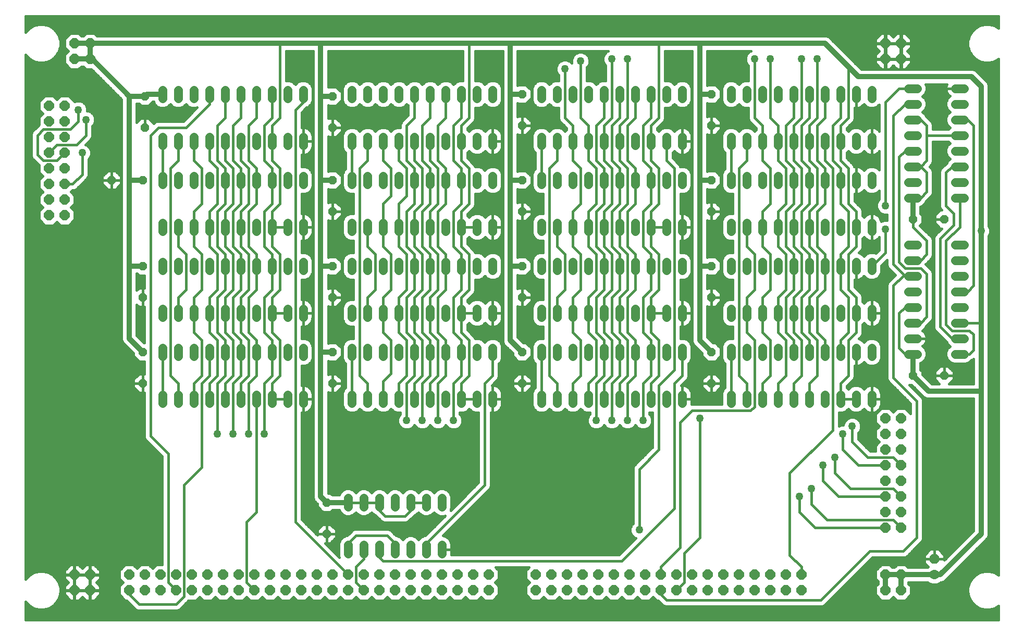
<source format=gbl>
G75*
%MOIN*%
%OFA0B0*%
%FSLAX24Y24*%
%IPPOS*%
%LPD*%
%AMOC8*
5,1,8,0,0,1.08239X$1,22.5*
%
%ADD10C,0.0560*%
%ADD11OC8,0.0560*%
%ADD12OC8,0.0640*%
%ADD13OC8,0.0630*%
%ADD14C,0.0630*%
%ADD15C,0.0160*%
%ADD16C,0.0500*%
%ADD17C,0.0320*%
D10*
X024890Y008485D02*
X024890Y009045D01*
X025890Y009045D02*
X025890Y008485D01*
X026890Y008485D02*
X026890Y009045D01*
X027890Y009045D02*
X027890Y008485D01*
X028890Y008485D02*
X028890Y009045D01*
X029890Y009045D02*
X029890Y008485D01*
X030890Y008485D02*
X030890Y009045D01*
X030890Y011485D02*
X030890Y012045D01*
X029890Y012045D02*
X029890Y011485D01*
X028890Y011485D02*
X028890Y012045D01*
X027890Y012045D02*
X027890Y011485D01*
X026890Y011485D02*
X026890Y012045D01*
X025890Y012045D02*
X025890Y011485D01*
X024890Y011485D02*
X024890Y012045D01*
X025140Y018110D02*
X025140Y018670D01*
X026140Y018670D02*
X026140Y018110D01*
X027140Y018110D02*
X027140Y018670D01*
X028140Y018670D02*
X028140Y018110D01*
X029140Y018110D02*
X029140Y018670D01*
X030140Y018670D02*
X030140Y018110D01*
X031140Y018110D02*
X031140Y018670D01*
X032140Y018670D02*
X032140Y018110D01*
X033140Y018110D02*
X033140Y018670D01*
X034140Y018670D02*
X034140Y018110D01*
X037265Y018110D02*
X037265Y018670D01*
X038265Y018670D02*
X038265Y018110D01*
X039265Y018110D02*
X039265Y018670D01*
X040265Y018670D02*
X040265Y018110D01*
X041265Y018110D02*
X041265Y018670D01*
X042265Y018670D02*
X042265Y018110D01*
X043265Y018110D02*
X043265Y018670D01*
X044265Y018670D02*
X044265Y018110D01*
X045265Y018110D02*
X045265Y018670D01*
X046265Y018670D02*
X046265Y018110D01*
X049390Y018110D02*
X049390Y018670D01*
X050390Y018670D02*
X050390Y018110D01*
X051390Y018110D02*
X051390Y018670D01*
X052390Y018670D02*
X052390Y018110D01*
X053390Y018110D02*
X053390Y018670D01*
X054390Y018670D02*
X054390Y018110D01*
X055390Y018110D02*
X055390Y018670D01*
X056390Y018670D02*
X056390Y018110D01*
X057390Y018110D02*
X057390Y018670D01*
X058390Y018670D02*
X058390Y018110D01*
X058390Y021110D02*
X058390Y021670D01*
X057390Y021670D02*
X057390Y021110D01*
X056390Y021110D02*
X056390Y021670D01*
X055390Y021670D02*
X055390Y021110D01*
X054390Y021110D02*
X054390Y021670D01*
X053390Y021670D02*
X053390Y021110D01*
X052390Y021110D02*
X052390Y021670D01*
X051390Y021670D02*
X051390Y021110D01*
X050390Y021110D02*
X050390Y021670D01*
X049390Y021670D02*
X049390Y021110D01*
X046265Y021110D02*
X046265Y021670D01*
X045265Y021670D02*
X045265Y021110D01*
X044265Y021110D02*
X044265Y021670D01*
X043265Y021670D02*
X043265Y021110D01*
X042265Y021110D02*
X042265Y021670D01*
X041265Y021670D02*
X041265Y021110D01*
X040265Y021110D02*
X040265Y021670D01*
X039265Y021670D02*
X039265Y021110D01*
X038265Y021110D02*
X038265Y021670D01*
X037265Y021670D02*
X037265Y021110D01*
X034140Y021110D02*
X034140Y021670D01*
X033140Y021670D02*
X033140Y021110D01*
X032140Y021110D02*
X032140Y021670D01*
X031140Y021670D02*
X031140Y021110D01*
X030140Y021110D02*
X030140Y021670D01*
X029140Y021670D02*
X029140Y021110D01*
X028140Y021110D02*
X028140Y021670D01*
X027140Y021670D02*
X027140Y021110D01*
X026140Y021110D02*
X026140Y021670D01*
X025140Y021670D02*
X025140Y021110D01*
X022015Y021110D02*
X022015Y021670D01*
X021015Y021670D02*
X021015Y021110D01*
X020015Y021110D02*
X020015Y021670D01*
X019015Y021670D02*
X019015Y021110D01*
X018015Y021110D02*
X018015Y021670D01*
X017015Y021670D02*
X017015Y021110D01*
X016015Y021110D02*
X016015Y021670D01*
X015015Y021670D02*
X015015Y021110D01*
X014015Y021110D02*
X014015Y021670D01*
X013015Y021670D02*
X013015Y021110D01*
X013015Y018670D02*
X013015Y018110D01*
X014015Y018110D02*
X014015Y018670D01*
X015015Y018670D02*
X015015Y018110D01*
X016015Y018110D02*
X016015Y018670D01*
X017015Y018670D02*
X017015Y018110D01*
X018015Y018110D02*
X018015Y018670D01*
X019015Y018670D02*
X019015Y018110D01*
X020015Y018110D02*
X020015Y018670D01*
X021015Y018670D02*
X021015Y018110D01*
X022015Y018110D02*
X022015Y018670D01*
X022015Y023610D02*
X022015Y024170D01*
X021015Y024170D02*
X021015Y023610D01*
X020015Y023610D02*
X020015Y024170D01*
X019015Y024170D02*
X019015Y023610D01*
X018015Y023610D02*
X018015Y024170D01*
X017015Y024170D02*
X017015Y023610D01*
X016015Y023610D02*
X016015Y024170D01*
X015015Y024170D02*
X015015Y023610D01*
X014015Y023610D02*
X014015Y024170D01*
X013015Y024170D02*
X013015Y023610D01*
X013015Y026610D02*
X013015Y027170D01*
X014015Y027170D02*
X014015Y026610D01*
X015015Y026610D02*
X015015Y027170D01*
X016015Y027170D02*
X016015Y026610D01*
X017015Y026610D02*
X017015Y027170D01*
X018015Y027170D02*
X018015Y026610D01*
X019015Y026610D02*
X019015Y027170D01*
X020015Y027170D02*
X020015Y026610D01*
X021015Y026610D02*
X021015Y027170D01*
X022015Y027170D02*
X022015Y026610D01*
X025140Y026610D02*
X025140Y027170D01*
X026140Y027170D02*
X026140Y026610D01*
X027140Y026610D02*
X027140Y027170D01*
X028140Y027170D02*
X028140Y026610D01*
X029140Y026610D02*
X029140Y027170D01*
X030140Y027170D02*
X030140Y026610D01*
X031140Y026610D02*
X031140Y027170D01*
X032140Y027170D02*
X032140Y026610D01*
X033140Y026610D02*
X033140Y027170D01*
X034140Y027170D02*
X034140Y026610D01*
X037265Y026610D02*
X037265Y027170D01*
X038265Y027170D02*
X038265Y026610D01*
X039265Y026610D02*
X039265Y027170D01*
X040265Y027170D02*
X040265Y026610D01*
X041265Y026610D02*
X041265Y027170D01*
X042265Y027170D02*
X042265Y026610D01*
X043265Y026610D02*
X043265Y027170D01*
X044265Y027170D02*
X044265Y026610D01*
X045265Y026610D02*
X045265Y027170D01*
X046265Y027170D02*
X046265Y026610D01*
X049390Y026610D02*
X049390Y027170D01*
X050390Y027170D02*
X050390Y026610D01*
X051390Y026610D02*
X051390Y027170D01*
X052390Y027170D02*
X052390Y026610D01*
X053390Y026610D02*
X053390Y027170D01*
X054390Y027170D02*
X054390Y026610D01*
X055390Y026610D02*
X055390Y027170D01*
X056390Y027170D02*
X056390Y026610D01*
X057390Y026610D02*
X057390Y027170D01*
X058390Y027170D02*
X058390Y026610D01*
X060735Y026265D02*
X061295Y026265D01*
X061295Y025265D02*
X060735Y025265D01*
X060735Y024265D02*
X061295Y024265D01*
X061295Y023265D02*
X060735Y023265D01*
X060735Y022265D02*
X061295Y022265D01*
X061295Y021265D02*
X060735Y021265D01*
X063735Y021265D02*
X064295Y021265D01*
X064295Y022265D02*
X063735Y022265D01*
X063735Y023265D02*
X064295Y023265D01*
X064295Y024265D02*
X063735Y024265D01*
X063735Y025265D02*
X064295Y025265D01*
X064295Y026265D02*
X063735Y026265D01*
X063735Y027265D02*
X064295Y027265D01*
X064295Y028265D02*
X063735Y028265D01*
X061295Y028265D02*
X060735Y028265D01*
X060735Y027265D02*
X061295Y027265D01*
X058390Y029110D02*
X058390Y029670D01*
X057390Y029670D02*
X057390Y029110D01*
X056390Y029110D02*
X056390Y029670D01*
X055390Y029670D02*
X055390Y029110D01*
X054390Y029110D02*
X054390Y029670D01*
X053390Y029670D02*
X053390Y029110D01*
X052390Y029110D02*
X052390Y029670D01*
X051390Y029670D02*
X051390Y029110D01*
X050390Y029110D02*
X050390Y029670D01*
X049390Y029670D02*
X049390Y029110D01*
X046265Y029110D02*
X046265Y029670D01*
X045265Y029670D02*
X045265Y029110D01*
X044265Y029110D02*
X044265Y029670D01*
X043265Y029670D02*
X043265Y029110D01*
X042265Y029110D02*
X042265Y029670D01*
X041265Y029670D02*
X041265Y029110D01*
X040265Y029110D02*
X040265Y029670D01*
X039265Y029670D02*
X039265Y029110D01*
X038265Y029110D02*
X038265Y029670D01*
X037265Y029670D02*
X037265Y029110D01*
X034140Y029110D02*
X034140Y029670D01*
X033140Y029670D02*
X033140Y029110D01*
X032140Y029110D02*
X032140Y029670D01*
X031140Y029670D02*
X031140Y029110D01*
X030140Y029110D02*
X030140Y029670D01*
X029140Y029670D02*
X029140Y029110D01*
X028140Y029110D02*
X028140Y029670D01*
X027140Y029670D02*
X027140Y029110D01*
X026140Y029110D02*
X026140Y029670D01*
X025140Y029670D02*
X025140Y029110D01*
X022015Y029110D02*
X022015Y029670D01*
X021015Y029670D02*
X021015Y029110D01*
X020015Y029110D02*
X020015Y029670D01*
X019015Y029670D02*
X019015Y029110D01*
X018015Y029110D02*
X018015Y029670D01*
X017015Y029670D02*
X017015Y029110D01*
X016015Y029110D02*
X016015Y029670D01*
X015015Y029670D02*
X015015Y029110D01*
X014015Y029110D02*
X014015Y029670D01*
X013015Y029670D02*
X013015Y029110D01*
X013015Y032110D02*
X013015Y032670D01*
X014015Y032670D02*
X014015Y032110D01*
X015015Y032110D02*
X015015Y032670D01*
X016015Y032670D02*
X016015Y032110D01*
X017015Y032110D02*
X017015Y032670D01*
X018015Y032670D02*
X018015Y032110D01*
X019015Y032110D02*
X019015Y032670D01*
X020015Y032670D02*
X020015Y032110D01*
X021015Y032110D02*
X021015Y032670D01*
X022015Y032670D02*
X022015Y032110D01*
X025140Y032110D02*
X025140Y032670D01*
X026140Y032670D02*
X026140Y032110D01*
X027140Y032110D02*
X027140Y032670D01*
X028140Y032670D02*
X028140Y032110D01*
X029140Y032110D02*
X029140Y032670D01*
X030140Y032670D02*
X030140Y032110D01*
X031140Y032110D02*
X031140Y032670D01*
X032140Y032670D02*
X032140Y032110D01*
X033140Y032110D02*
X033140Y032670D01*
X034140Y032670D02*
X034140Y032110D01*
X037265Y032110D02*
X037265Y032670D01*
X038265Y032670D02*
X038265Y032110D01*
X039265Y032110D02*
X039265Y032670D01*
X040265Y032670D02*
X040265Y032110D01*
X041265Y032110D02*
X041265Y032670D01*
X042265Y032670D02*
X042265Y032110D01*
X043265Y032110D02*
X043265Y032670D01*
X044265Y032670D02*
X044265Y032110D01*
X045265Y032110D02*
X045265Y032670D01*
X046265Y032670D02*
X046265Y032110D01*
X049390Y032110D02*
X049390Y032670D01*
X050390Y032670D02*
X050390Y032110D01*
X051390Y032110D02*
X051390Y032670D01*
X052390Y032670D02*
X052390Y032110D01*
X053390Y032110D02*
X053390Y032670D01*
X054390Y032670D02*
X054390Y032110D01*
X055390Y032110D02*
X055390Y032670D01*
X056390Y032670D02*
X056390Y032110D01*
X057390Y032110D02*
X057390Y032670D01*
X058390Y032670D02*
X058390Y032110D01*
X060735Y032265D02*
X061295Y032265D01*
X061295Y031265D02*
X060735Y031265D01*
X060735Y033265D02*
X061295Y033265D01*
X061295Y034265D02*
X060735Y034265D01*
X060735Y035265D02*
X061295Y035265D01*
X061295Y036265D02*
X060735Y036265D01*
X060735Y037265D02*
X061295Y037265D01*
X061295Y038265D02*
X060735Y038265D01*
X058390Y038170D02*
X058390Y037610D01*
X057390Y037610D02*
X057390Y038170D01*
X056390Y038170D02*
X056390Y037610D01*
X055390Y037610D02*
X055390Y038170D01*
X054390Y038170D02*
X054390Y037610D01*
X053390Y037610D02*
X053390Y038170D01*
X052390Y038170D02*
X052390Y037610D01*
X051390Y037610D02*
X051390Y038170D01*
X050390Y038170D02*
X050390Y037610D01*
X049390Y037610D02*
X049390Y038170D01*
X046265Y038170D02*
X046265Y037610D01*
X045265Y037610D02*
X045265Y038170D01*
X044265Y038170D02*
X044265Y037610D01*
X043265Y037610D02*
X043265Y038170D01*
X042265Y038170D02*
X042265Y037610D01*
X041265Y037610D02*
X041265Y038170D01*
X040265Y038170D02*
X040265Y037610D01*
X039265Y037610D02*
X039265Y038170D01*
X038265Y038170D02*
X038265Y037610D01*
X037265Y037610D02*
X037265Y038170D01*
X034140Y038170D02*
X034140Y037610D01*
X033140Y037610D02*
X033140Y038170D01*
X032140Y038170D02*
X032140Y037610D01*
X031140Y037610D02*
X031140Y038170D01*
X030140Y038170D02*
X030140Y037610D01*
X029140Y037610D02*
X029140Y038170D01*
X028140Y038170D02*
X028140Y037610D01*
X027140Y037610D02*
X027140Y038170D01*
X026140Y038170D02*
X026140Y037610D01*
X025140Y037610D02*
X025140Y038170D01*
X022015Y038170D02*
X022015Y037610D01*
X021015Y037610D02*
X021015Y038170D01*
X020015Y038170D02*
X020015Y037610D01*
X019015Y037610D02*
X019015Y038170D01*
X018015Y038170D02*
X018015Y037610D01*
X017015Y037610D02*
X017015Y038170D01*
X016015Y038170D02*
X016015Y037610D01*
X015015Y037610D02*
X015015Y038170D01*
X014015Y038170D02*
X014015Y037610D01*
X013015Y037610D02*
X013015Y038170D01*
X013015Y035170D02*
X013015Y034610D01*
X014015Y034610D02*
X014015Y035170D01*
X015015Y035170D02*
X015015Y034610D01*
X016015Y034610D02*
X016015Y035170D01*
X017015Y035170D02*
X017015Y034610D01*
X018015Y034610D02*
X018015Y035170D01*
X019015Y035170D02*
X019015Y034610D01*
X020015Y034610D02*
X020015Y035170D01*
X021015Y035170D02*
X021015Y034610D01*
X022015Y034610D02*
X022015Y035170D01*
X025140Y035170D02*
X025140Y034610D01*
X026140Y034610D02*
X026140Y035170D01*
X027140Y035170D02*
X027140Y034610D01*
X028140Y034610D02*
X028140Y035170D01*
X029140Y035170D02*
X029140Y034610D01*
X030140Y034610D02*
X030140Y035170D01*
X031140Y035170D02*
X031140Y034610D01*
X032140Y034610D02*
X032140Y035170D01*
X033140Y035170D02*
X033140Y034610D01*
X034140Y034610D02*
X034140Y035170D01*
X037265Y035170D02*
X037265Y034610D01*
X038265Y034610D02*
X038265Y035170D01*
X039265Y035170D02*
X039265Y034610D01*
X040265Y034610D02*
X040265Y035170D01*
X041265Y035170D02*
X041265Y034610D01*
X042265Y034610D02*
X042265Y035170D01*
X043265Y035170D02*
X043265Y034610D01*
X044265Y034610D02*
X044265Y035170D01*
X045265Y035170D02*
X045265Y034610D01*
X046265Y034610D02*
X046265Y035170D01*
X049390Y035170D02*
X049390Y034610D01*
X050390Y034610D02*
X050390Y035170D01*
X051390Y035170D02*
X051390Y034610D01*
X052390Y034610D02*
X052390Y035170D01*
X053390Y035170D02*
X053390Y034610D01*
X054390Y034610D02*
X054390Y035170D01*
X055390Y035170D02*
X055390Y034610D01*
X056390Y034610D02*
X056390Y035170D01*
X057390Y035170D02*
X057390Y034610D01*
X058390Y034610D02*
X058390Y035170D01*
X063735Y035265D02*
X064295Y035265D01*
X064295Y034265D02*
X063735Y034265D01*
X063735Y033265D02*
X064295Y033265D01*
X064295Y032265D02*
X063735Y032265D01*
X063735Y031265D02*
X064295Y031265D01*
X064295Y036265D02*
X063735Y036265D01*
X063735Y037265D02*
X064295Y037265D01*
X064295Y038265D02*
X063735Y038265D01*
X058390Y024170D02*
X058390Y023610D01*
X057390Y023610D02*
X057390Y024170D01*
X056390Y024170D02*
X056390Y023610D01*
X055390Y023610D02*
X055390Y024170D01*
X054390Y024170D02*
X054390Y023610D01*
X053390Y023610D02*
X053390Y024170D01*
X052390Y024170D02*
X052390Y023610D01*
X051390Y023610D02*
X051390Y024170D01*
X050390Y024170D02*
X050390Y023610D01*
X049390Y023610D02*
X049390Y024170D01*
X046265Y024170D02*
X046265Y023610D01*
X045265Y023610D02*
X045265Y024170D01*
X044265Y024170D02*
X044265Y023610D01*
X043265Y023610D02*
X043265Y024170D01*
X042265Y024170D02*
X042265Y023610D01*
X041265Y023610D02*
X041265Y024170D01*
X040265Y024170D02*
X040265Y023610D01*
X039265Y023610D02*
X039265Y024170D01*
X038265Y024170D02*
X038265Y023610D01*
X037265Y023610D02*
X037265Y024170D01*
X034140Y024170D02*
X034140Y023610D01*
X033140Y023610D02*
X033140Y024170D01*
X032140Y024170D02*
X032140Y023610D01*
X031140Y023610D02*
X031140Y024170D01*
X030140Y024170D02*
X030140Y023610D01*
X029140Y023610D02*
X029140Y024170D01*
X028140Y024170D02*
X028140Y023610D01*
X027140Y023610D02*
X027140Y024170D01*
X026140Y024170D02*
X026140Y023610D01*
X025140Y023610D02*
X025140Y024170D01*
D11*
X023890Y024890D03*
X023890Y026890D03*
X023890Y030390D03*
X023890Y032390D03*
X023890Y035765D03*
X023890Y037765D03*
X011890Y037765D03*
X011890Y035765D03*
X011765Y032390D03*
X009765Y032390D03*
X011765Y026890D03*
X011765Y024890D03*
X011765Y021390D03*
X011765Y019390D03*
X023890Y019390D03*
X023890Y021390D03*
X036015Y021390D03*
X036015Y019390D03*
X036015Y024890D03*
X036015Y026890D03*
X036015Y030390D03*
X036015Y032390D03*
X036015Y035890D03*
X036015Y037890D03*
X048140Y037890D03*
X048140Y035890D03*
X048140Y032390D03*
X048140Y030390D03*
X048140Y026890D03*
X048140Y024890D03*
X048140Y021390D03*
X048140Y019390D03*
X061015Y019890D03*
X063015Y019890D03*
X063015Y029890D03*
X061015Y029890D03*
X023515Y011765D03*
X023515Y009765D03*
D12*
X023890Y007140D03*
X022890Y007140D03*
X022890Y006140D03*
X023890Y006140D03*
X024890Y006140D03*
X025890Y006140D03*
X026890Y006140D03*
X026890Y007140D03*
X025890Y007140D03*
X024890Y007140D03*
X027890Y007140D03*
X028890Y007140D03*
X028890Y006140D03*
X027890Y006140D03*
X029890Y006140D03*
X030890Y006140D03*
X031890Y006140D03*
X031890Y007140D03*
X030890Y007140D03*
X029890Y007140D03*
X032890Y007140D03*
X033890Y007140D03*
X033890Y006140D03*
X032890Y006140D03*
X036890Y006140D03*
X037890Y006140D03*
X038890Y006140D03*
X038890Y007140D03*
X037890Y007140D03*
X036890Y007140D03*
X039890Y007140D03*
X040890Y007140D03*
X040890Y006140D03*
X039890Y006140D03*
X041890Y006140D03*
X042890Y006140D03*
X043890Y006140D03*
X043890Y007140D03*
X042890Y007140D03*
X041890Y007140D03*
X044890Y007140D03*
X045890Y007140D03*
X045890Y006140D03*
X044890Y006140D03*
X046890Y006140D03*
X047890Y006140D03*
X048890Y006140D03*
X048890Y007140D03*
X047890Y007140D03*
X046890Y007140D03*
X049890Y007140D03*
X050890Y007140D03*
X050890Y006140D03*
X049890Y006140D03*
X051890Y006140D03*
X052890Y006140D03*
X052890Y007140D03*
X051890Y007140D03*
X053890Y007140D03*
X053890Y006140D03*
X059265Y006140D03*
X060265Y006140D03*
X060265Y007140D03*
X059265Y007140D03*
X059265Y010140D03*
X060265Y010140D03*
X060265Y011140D03*
X059265Y011140D03*
X059265Y012140D03*
X060265Y012140D03*
X060265Y013140D03*
X059265Y013140D03*
X059265Y014140D03*
X060265Y014140D03*
X060265Y015140D03*
X059265Y015140D03*
X059265Y016140D03*
X060265Y016140D03*
X060265Y017140D03*
X059265Y017140D03*
X059265Y040140D03*
X060265Y040140D03*
X060265Y041140D03*
X059265Y041140D03*
X021890Y007140D03*
X020890Y007140D03*
X019890Y007140D03*
X019890Y006140D03*
X020890Y006140D03*
X021890Y006140D03*
X018890Y006140D03*
X017890Y006140D03*
X017890Y007140D03*
X018890Y007140D03*
X016890Y007140D03*
X015890Y007140D03*
X015890Y006140D03*
X016890Y006140D03*
X014890Y006140D03*
X013890Y006140D03*
X012890Y006140D03*
X012890Y007140D03*
X013890Y007140D03*
X014890Y007140D03*
X011890Y007140D03*
X010890Y007140D03*
X010890Y006140D03*
X011890Y006140D03*
X008390Y006140D03*
X007390Y006140D03*
X007390Y007140D03*
X008390Y007140D03*
X006765Y030140D03*
X005765Y030140D03*
X005765Y031140D03*
X006765Y031140D03*
X006765Y032140D03*
X005765Y032140D03*
X005765Y033140D03*
X006765Y033140D03*
X006765Y034140D03*
X005765Y034140D03*
X005765Y035140D03*
X006765Y035140D03*
X006765Y036140D03*
X005765Y036140D03*
X005765Y037140D03*
X006765Y037140D03*
X007390Y040140D03*
X008390Y040140D03*
X008390Y041140D03*
X007390Y041140D03*
D13*
X062390Y008140D03*
D14*
X062390Y007140D03*
D15*
X004270Y005423D02*
X004270Y004270D01*
X066502Y004270D01*
X066502Y005157D01*
X066236Y005003D01*
X065926Y004920D01*
X065604Y004920D01*
X065294Y005003D01*
X065016Y005164D01*
X064789Y005391D01*
X064628Y005669D01*
X064545Y005979D01*
X064545Y006301D01*
X064628Y006611D01*
X064789Y006889D01*
X065016Y007116D01*
X065294Y007277D01*
X065604Y007360D01*
X065926Y007360D01*
X066236Y007277D01*
X066502Y007123D01*
X066502Y040157D01*
X066236Y040003D01*
X065926Y039920D01*
X065604Y039920D01*
X065294Y040003D01*
X065016Y040164D01*
X064789Y040391D01*
X064628Y040669D01*
X064545Y040979D01*
X060905Y040979D01*
X060905Y040875D02*
X060905Y041120D01*
X060285Y041120D01*
X060285Y041160D01*
X060905Y041160D01*
X060905Y041405D01*
X060530Y041780D01*
X060285Y041780D01*
X060285Y041160D01*
X060245Y041160D01*
X060245Y041780D01*
X060000Y041780D01*
X059765Y041545D01*
X059530Y041780D01*
X059285Y041780D01*
X059285Y041160D01*
X059245Y041160D01*
X059245Y041780D01*
X059000Y041780D01*
X058625Y041405D01*
X058625Y041160D01*
X059245Y041160D01*
X059245Y041120D01*
X058625Y041120D01*
X058625Y040875D01*
X058860Y040640D01*
X058625Y040405D01*
X058625Y040160D01*
X059245Y040160D01*
X059245Y041120D01*
X059285Y041120D01*
X059285Y041160D01*
X060245Y041160D01*
X060245Y041120D01*
X059625Y041120D01*
X059285Y041120D01*
X059285Y040500D01*
X059285Y040160D01*
X059245Y040160D01*
X059245Y040120D01*
X059285Y040120D01*
X059285Y040160D01*
X060245Y040160D01*
X060245Y041120D01*
X060285Y041120D01*
X060285Y040500D01*
X060285Y040160D01*
X060905Y040160D01*
X060905Y040405D01*
X060670Y040640D01*
X060905Y040875D01*
X060851Y040821D02*
X064588Y040821D01*
X064545Y040979D02*
X064545Y041301D01*
X064628Y041611D01*
X064789Y041889D01*
X065016Y042116D01*
X065294Y042277D01*
X065604Y042360D01*
X065926Y042360D01*
X066236Y042277D01*
X066502Y042123D01*
X066502Y042880D01*
X004270Y042880D01*
X004270Y041857D01*
X004289Y041889D01*
X004516Y042116D01*
X004794Y042277D01*
X005104Y042360D01*
X005426Y042360D01*
X005736Y042277D01*
X006014Y042116D01*
X006241Y041889D01*
X006402Y041611D01*
X006485Y041301D01*
X006485Y040979D01*
X006750Y040979D01*
X006750Y040875D02*
X006985Y040640D01*
X006750Y040405D01*
X006750Y039875D01*
X007125Y039500D01*
X007655Y039500D01*
X007815Y039660D01*
X007965Y039660D01*
X008125Y039500D01*
X008476Y039500D01*
X010410Y037566D01*
X010410Y022170D01*
X010483Y021993D01*
X010618Y021858D01*
X011165Y021311D01*
X011165Y021141D01*
X011516Y020790D01*
X011865Y020790D01*
X011865Y019990D01*
X011765Y019990D01*
X011765Y019390D01*
X011765Y019390D01*
X011765Y018790D01*
X011865Y018790D01*
X011865Y015935D01*
X011926Y015788D01*
X012990Y014724D01*
X012990Y007780D01*
X012625Y007780D01*
X012390Y007545D01*
X012155Y007780D01*
X011625Y007780D01*
X011390Y007545D01*
X011155Y007780D01*
X010625Y007780D01*
X010250Y007405D01*
X010250Y006875D01*
X010485Y006640D01*
X010250Y006405D01*
X010250Y005875D01*
X010625Y005500D01*
X010714Y005500D01*
X011176Y005038D01*
X011288Y004926D01*
X011435Y004865D01*
X013970Y004865D01*
X014117Y004926D01*
X014617Y005426D01*
X014691Y005500D01*
X015155Y005500D01*
X015390Y005735D01*
X015625Y005500D01*
X016155Y005500D01*
X016390Y005735D01*
X016625Y005500D01*
X017155Y005500D01*
X017390Y005735D01*
X017625Y005500D01*
X018155Y005500D01*
X018390Y005735D01*
X018625Y005500D01*
X019155Y005500D01*
X019390Y005735D01*
X019625Y005500D01*
X020155Y005500D01*
X020390Y005735D01*
X020625Y005500D01*
X021155Y005500D01*
X021390Y005735D01*
X021625Y005500D01*
X022155Y005500D01*
X022390Y005735D01*
X022625Y005500D01*
X023155Y005500D01*
X023390Y005735D01*
X023625Y005500D01*
X024155Y005500D01*
X024390Y005735D01*
X024625Y005500D01*
X025155Y005500D01*
X025390Y005735D01*
X025625Y005500D01*
X026155Y005500D01*
X026390Y005735D01*
X026625Y005500D01*
X027155Y005500D01*
X027390Y005735D01*
X027625Y005500D01*
X028155Y005500D01*
X028390Y005735D01*
X028625Y005500D01*
X029155Y005500D01*
X029390Y005735D01*
X029625Y005500D01*
X030155Y005500D01*
X030390Y005735D01*
X030625Y005500D01*
X031155Y005500D01*
X031390Y005735D01*
X031625Y005500D01*
X032155Y005500D01*
X032390Y005735D01*
X032625Y005500D01*
X033155Y005500D01*
X033390Y005735D01*
X033625Y005500D01*
X034155Y005500D01*
X034530Y005875D01*
X034530Y006405D01*
X034295Y006640D01*
X034530Y006875D01*
X034530Y007405D01*
X034320Y007615D01*
X036460Y007615D01*
X036250Y007405D01*
X036250Y006875D01*
X036485Y006640D01*
X036250Y006405D01*
X036250Y005875D01*
X036625Y005500D01*
X037155Y005500D01*
X037390Y005735D01*
X037625Y005500D01*
X038155Y005500D01*
X038390Y005735D01*
X038625Y005500D01*
X039155Y005500D01*
X039390Y005735D01*
X039625Y005500D01*
X040155Y005500D01*
X040390Y005735D01*
X040625Y005500D01*
X041155Y005500D01*
X041390Y005735D01*
X041625Y005500D01*
X042155Y005500D01*
X042390Y005735D01*
X042625Y005500D01*
X043155Y005500D01*
X043390Y005735D01*
X043625Y005500D01*
X044155Y005500D01*
X044390Y005735D01*
X044625Y005500D01*
X044714Y005500D01*
X044926Y005288D01*
X045038Y005176D01*
X045185Y005115D01*
X055220Y005115D01*
X055367Y005176D01*
X058431Y008240D01*
X060470Y008240D01*
X060617Y008301D01*
X061492Y009176D01*
X061604Y009288D01*
X061665Y009435D01*
X061665Y018345D01*
X061604Y018492D01*
X060806Y019290D01*
X060936Y019290D01*
X061608Y018618D01*
X061743Y018483D01*
X061920Y018410D01*
X064910Y018410D01*
X064910Y009964D01*
X063025Y008079D01*
X063025Y008140D01*
X063025Y008403D01*
X062653Y008775D01*
X062390Y008775D01*
X062390Y008140D01*
X062390Y008140D01*
X063025Y008140D01*
X062390Y008140D01*
X062390Y008140D01*
X062390Y008140D01*
X061755Y008140D01*
X061755Y008403D01*
X062127Y008775D01*
X062390Y008775D01*
X062390Y008140D01*
X061755Y008140D01*
X061755Y007877D01*
X061992Y007640D01*
X061972Y007620D01*
X060690Y007620D01*
X060530Y007780D01*
X060000Y007780D01*
X059840Y007620D01*
X059690Y007620D01*
X059530Y007780D01*
X059000Y007780D01*
X058625Y007405D01*
X058625Y006875D01*
X058785Y006715D01*
X058785Y006565D01*
X058625Y006405D01*
X058625Y005875D01*
X059000Y005500D01*
X059530Y005500D01*
X059765Y005735D01*
X060000Y005500D01*
X060530Y005500D01*
X060905Y005875D01*
X060905Y006405D01*
X060745Y006565D01*
X060745Y006660D01*
X061972Y006660D01*
X062030Y006602D01*
X062264Y006505D01*
X062516Y006505D01*
X062750Y006602D01*
X062808Y006660D01*
X062860Y006660D01*
X063037Y006733D01*
X063172Y006868D01*
X063172Y006868D01*
X065662Y009358D01*
X065797Y009493D01*
X065870Y009670D01*
X065870Y028814D01*
X065873Y028817D01*
X065960Y029027D01*
X065960Y029253D01*
X065873Y029463D01*
X065870Y029466D01*
X065870Y038485D01*
X065797Y038662D01*
X065172Y039287D01*
X065037Y039422D01*
X064860Y039495D01*
X057714Y039495D01*
X057162Y040047D01*
X055797Y041412D01*
X055662Y041547D01*
X055485Y041620D01*
X008815Y041620D01*
X008655Y041780D01*
X008125Y041780D01*
X007965Y041620D01*
X007815Y041620D01*
X007655Y041780D01*
X007125Y041780D01*
X006750Y041405D01*
X006750Y040875D01*
X006804Y040821D02*
X006442Y040821D01*
X006402Y040669D02*
X006485Y040979D01*
X006485Y041138D02*
X006750Y041138D01*
X006750Y041296D02*
X006485Y041296D01*
X006444Y041455D02*
X006799Y041455D01*
X006958Y041613D02*
X006401Y041613D01*
X006309Y041772D02*
X007116Y041772D01*
X007664Y041772D02*
X008116Y041772D01*
X008664Y041772D02*
X058991Y041772D01*
X058833Y041613D02*
X055502Y041613D01*
X055754Y041455D02*
X058674Y041455D01*
X058625Y041296D02*
X055913Y041296D01*
X055797Y041412D02*
X055797Y041412D01*
X056071Y041138D02*
X059245Y041138D01*
X059285Y041138D02*
X060245Y041138D01*
X060285Y041138D02*
X064545Y041138D01*
X064545Y041296D02*
X060905Y041296D01*
X060856Y041455D02*
X064586Y041455D01*
X064629Y041613D02*
X060697Y041613D01*
X060539Y041772D02*
X064721Y041772D01*
X064830Y041930D02*
X006200Y041930D01*
X006042Y042089D02*
X064988Y042089D01*
X065242Y042247D02*
X005788Y042247D01*
X004742Y042247D02*
X004270Y042247D01*
X004270Y042089D02*
X004488Y042089D01*
X004330Y041930D02*
X004270Y041930D01*
X004270Y042406D02*
X066502Y042406D01*
X066502Y042564D02*
X004270Y042564D01*
X004270Y042723D02*
X066502Y042723D01*
X066502Y042247D02*
X066288Y042247D01*
X064632Y040662D02*
X060692Y040662D01*
X060807Y040504D02*
X064724Y040504D01*
X064835Y040345D02*
X060905Y040345D01*
X060905Y040187D02*
X064993Y040187D01*
X065251Y040028D02*
X060905Y040028D01*
X060905Y040120D02*
X060905Y039875D01*
X060530Y039500D01*
X060285Y039500D01*
X060285Y040120D01*
X060285Y040160D01*
X060245Y040160D01*
X060245Y040120D01*
X060285Y040120D01*
X060905Y040120D01*
X060900Y039870D02*
X066502Y039870D01*
X066502Y040028D02*
X066279Y040028D01*
X066502Y039711D02*
X060741Y039711D01*
X060583Y039553D02*
X066502Y039553D01*
X066502Y039394D02*
X065065Y039394D01*
X065172Y039287D02*
X065172Y039287D01*
X065223Y039236D02*
X066502Y039236D01*
X066502Y039077D02*
X065382Y039077D01*
X065540Y038919D02*
X066502Y038919D01*
X066502Y038760D02*
X065699Y038760D01*
X065822Y038602D02*
X066502Y038602D01*
X066502Y038443D02*
X065870Y038443D01*
X065870Y038285D02*
X066502Y038285D01*
X066502Y038126D02*
X065870Y038126D01*
X065870Y037968D02*
X066502Y037968D01*
X066502Y037809D02*
X065870Y037809D01*
X065870Y037651D02*
X066502Y037651D01*
X066502Y037492D02*
X065870Y037492D01*
X065870Y037334D02*
X066502Y037334D01*
X066502Y037175D02*
X065870Y037175D01*
X065870Y037017D02*
X066502Y037017D01*
X066502Y036858D02*
X065870Y036858D01*
X065870Y036700D02*
X066502Y036700D01*
X066502Y036541D02*
X065870Y036541D01*
X065870Y036383D02*
X066502Y036383D01*
X066502Y036224D02*
X065870Y036224D01*
X065870Y036066D02*
X066502Y036066D01*
X066502Y035907D02*
X065870Y035907D01*
X065870Y035749D02*
X066502Y035749D01*
X066502Y035590D02*
X065870Y035590D01*
X065870Y035432D02*
X066502Y035432D01*
X066502Y035273D02*
X065870Y035273D01*
X065870Y035115D02*
X066502Y035115D01*
X066502Y034956D02*
X065870Y034956D01*
X065870Y034798D02*
X066502Y034798D01*
X066502Y034639D02*
X065870Y034639D01*
X065870Y034481D02*
X066502Y034481D01*
X066502Y034322D02*
X065870Y034322D01*
X065870Y034164D02*
X066502Y034164D01*
X066502Y034005D02*
X065870Y034005D01*
X065870Y033847D02*
X066502Y033847D01*
X066502Y033688D02*
X065870Y033688D01*
X065870Y033530D02*
X066502Y033530D01*
X066502Y033371D02*
X065870Y033371D01*
X065870Y033213D02*
X066502Y033213D01*
X066502Y033054D02*
X065870Y033054D01*
X065870Y032896D02*
X066502Y032896D01*
X066502Y032737D02*
X065870Y032737D01*
X065870Y032579D02*
X066502Y032579D01*
X066502Y032420D02*
X065870Y032420D01*
X065870Y032262D02*
X066502Y032262D01*
X066502Y032103D02*
X065870Y032103D01*
X065870Y031945D02*
X066502Y031945D01*
X066502Y031786D02*
X065870Y031786D01*
X065870Y031628D02*
X066502Y031628D01*
X066502Y031469D02*
X065870Y031469D01*
X065870Y031311D02*
X066502Y031311D01*
X066502Y031152D02*
X065870Y031152D01*
X065870Y030994D02*
X066502Y030994D01*
X066502Y030835D02*
X065870Y030835D01*
X065870Y030677D02*
X066502Y030677D01*
X066502Y030518D02*
X065870Y030518D01*
X065870Y030360D02*
X066502Y030360D01*
X066502Y030201D02*
X065870Y030201D01*
X065870Y030043D02*
X066502Y030043D01*
X066502Y029884D02*
X065870Y029884D01*
X065870Y029726D02*
X066502Y029726D01*
X066502Y029567D02*
X065870Y029567D01*
X065896Y029409D02*
X066502Y029409D01*
X066502Y029250D02*
X065960Y029250D01*
X065960Y029092D02*
X066502Y029092D01*
X066502Y028933D02*
X065921Y028933D01*
X065870Y028775D02*
X066502Y028775D01*
X066502Y028616D02*
X065870Y028616D01*
X065870Y028458D02*
X066502Y028458D01*
X066502Y028299D02*
X065870Y028299D01*
X065870Y028141D02*
X066502Y028141D01*
X066502Y027982D02*
X065870Y027982D01*
X065870Y027824D02*
X066502Y027824D01*
X066502Y027665D02*
X065870Y027665D01*
X065870Y027507D02*
X066502Y027507D01*
X066502Y027348D02*
X065870Y027348D01*
X065870Y027190D02*
X066502Y027190D01*
X066502Y027031D02*
X065870Y027031D01*
X065870Y026873D02*
X066502Y026873D01*
X066502Y026714D02*
X065870Y026714D01*
X065870Y026556D02*
X066502Y026556D01*
X066502Y026397D02*
X065870Y026397D01*
X065870Y026239D02*
X066502Y026239D01*
X066502Y026080D02*
X065870Y026080D01*
X065870Y025922D02*
X066502Y025922D01*
X066502Y025763D02*
X065870Y025763D01*
X065870Y025605D02*
X066502Y025605D01*
X066502Y025446D02*
X065870Y025446D01*
X065870Y025288D02*
X066502Y025288D01*
X066502Y025129D02*
X065870Y025129D01*
X065870Y024971D02*
X066502Y024971D01*
X066502Y024812D02*
X065870Y024812D01*
X065870Y024654D02*
X066502Y024654D01*
X066502Y024495D02*
X065870Y024495D01*
X065870Y024337D02*
X066502Y024337D01*
X066502Y024178D02*
X065870Y024178D01*
X065870Y024020D02*
X066502Y024020D01*
X066502Y023861D02*
X065870Y023861D01*
X065870Y023703D02*
X066502Y023703D01*
X066502Y023544D02*
X065870Y023544D01*
X065870Y023386D02*
X066502Y023386D01*
X066502Y023227D02*
X065870Y023227D01*
X065870Y023069D02*
X066502Y023069D01*
X066502Y022910D02*
X065870Y022910D01*
X065870Y022752D02*
X066502Y022752D01*
X066502Y022593D02*
X065870Y022593D01*
X065870Y022435D02*
X066502Y022435D01*
X066502Y022276D02*
X065870Y022276D01*
X065870Y022118D02*
X066502Y022118D01*
X066502Y021959D02*
X065870Y021959D01*
X065870Y021801D02*
X066502Y021801D01*
X066502Y021642D02*
X065870Y021642D01*
X065870Y021484D02*
X066502Y021484D01*
X066502Y021325D02*
X065870Y021325D01*
X065870Y021167D02*
X066502Y021167D01*
X066502Y021008D02*
X065870Y021008D01*
X065870Y020850D02*
X066502Y020850D01*
X066502Y020691D02*
X065870Y020691D01*
X065870Y020533D02*
X066502Y020533D01*
X066502Y020374D02*
X065870Y020374D01*
X065870Y020216D02*
X066502Y020216D01*
X066502Y020057D02*
X065870Y020057D01*
X065870Y019899D02*
X066502Y019899D01*
X066502Y019740D02*
X065870Y019740D01*
X065870Y019582D02*
X066502Y019582D01*
X066502Y019423D02*
X065870Y019423D01*
X065870Y019265D02*
X066502Y019265D01*
X066502Y019106D02*
X065870Y019106D01*
X065870Y018948D02*
X066502Y018948D01*
X066502Y018789D02*
X065870Y018789D01*
X065870Y018631D02*
X066502Y018631D01*
X066502Y018472D02*
X065870Y018472D01*
X065870Y018314D02*
X066502Y018314D01*
X066502Y018155D02*
X065870Y018155D01*
X065870Y017997D02*
X066502Y017997D01*
X066502Y017838D02*
X065870Y017838D01*
X065870Y017680D02*
X066502Y017680D01*
X066502Y017521D02*
X065870Y017521D01*
X065870Y017363D02*
X066502Y017363D01*
X066502Y017204D02*
X065870Y017204D01*
X065870Y017046D02*
X066502Y017046D01*
X066502Y016887D02*
X065870Y016887D01*
X065870Y016729D02*
X066502Y016729D01*
X066502Y016570D02*
X065870Y016570D01*
X065870Y016412D02*
X066502Y016412D01*
X066502Y016253D02*
X065870Y016253D01*
X065870Y016095D02*
X066502Y016095D01*
X066502Y015936D02*
X065870Y015936D01*
X065870Y015778D02*
X066502Y015778D01*
X066502Y015619D02*
X065870Y015619D01*
X065870Y015461D02*
X066502Y015461D01*
X066502Y015302D02*
X065870Y015302D01*
X065870Y015144D02*
X066502Y015144D01*
X066502Y014985D02*
X065870Y014985D01*
X065870Y014827D02*
X066502Y014827D01*
X066502Y014668D02*
X065870Y014668D01*
X065870Y014510D02*
X066502Y014510D01*
X066502Y014351D02*
X065870Y014351D01*
X065870Y014193D02*
X066502Y014193D01*
X066502Y014034D02*
X065870Y014034D01*
X065870Y013876D02*
X066502Y013876D01*
X066502Y013717D02*
X065870Y013717D01*
X065870Y013559D02*
X066502Y013559D01*
X066502Y013400D02*
X065870Y013400D01*
X065870Y013242D02*
X066502Y013242D01*
X066502Y013083D02*
X065870Y013083D01*
X065870Y012925D02*
X066502Y012925D01*
X066502Y012766D02*
X065870Y012766D01*
X065870Y012608D02*
X066502Y012608D01*
X066502Y012449D02*
X065870Y012449D01*
X065870Y012291D02*
X066502Y012291D01*
X066502Y012132D02*
X065870Y012132D01*
X065870Y011974D02*
X066502Y011974D01*
X066502Y011815D02*
X065870Y011815D01*
X065870Y011657D02*
X066502Y011657D01*
X066502Y011498D02*
X065870Y011498D01*
X065870Y011340D02*
X066502Y011340D01*
X066502Y011181D02*
X065870Y011181D01*
X065870Y011023D02*
X066502Y011023D01*
X066502Y010864D02*
X065870Y010864D01*
X065870Y010706D02*
X066502Y010706D01*
X066502Y010547D02*
X065870Y010547D01*
X065870Y010389D02*
X066502Y010389D01*
X066502Y010230D02*
X065870Y010230D01*
X065870Y010072D02*
X066502Y010072D01*
X066502Y009913D02*
X065870Y009913D01*
X065870Y009755D02*
X066502Y009755D01*
X066502Y009596D02*
X065840Y009596D01*
X065741Y009438D02*
X066502Y009438D01*
X066502Y009279D02*
X065583Y009279D01*
X065424Y009121D02*
X066502Y009121D01*
X066502Y008962D02*
X065266Y008962D01*
X065107Y008804D02*
X066502Y008804D01*
X066502Y008645D02*
X064949Y008645D01*
X064790Y008487D02*
X066502Y008487D01*
X066502Y008328D02*
X064632Y008328D01*
X064473Y008170D02*
X066502Y008170D01*
X066502Y008011D02*
X064315Y008011D01*
X064156Y007853D02*
X066502Y007853D01*
X066502Y007694D02*
X063998Y007694D01*
X063839Y007536D02*
X066502Y007536D01*
X066502Y007377D02*
X063681Y007377D01*
X063522Y007219D02*
X065193Y007219D01*
X064960Y007060D02*
X063364Y007060D01*
X063205Y006902D02*
X064801Y006902D01*
X064704Y006743D02*
X063047Y006743D01*
X062708Y006585D02*
X064621Y006585D01*
X064579Y006426D02*
X060884Y006426D01*
X060905Y006268D02*
X064545Y006268D01*
X064545Y006109D02*
X060905Y006109D01*
X060905Y005951D02*
X064553Y005951D01*
X064595Y005792D02*
X060822Y005792D01*
X060664Y005634D02*
X064649Y005634D01*
X064740Y005475D02*
X055666Y005475D01*
X055824Y005634D02*
X058866Y005634D01*
X058708Y005792D02*
X055983Y005792D01*
X056141Y005951D02*
X058625Y005951D01*
X058625Y006109D02*
X056300Y006109D01*
X056458Y006268D02*
X058625Y006268D01*
X058646Y006426D02*
X056617Y006426D01*
X056775Y006585D02*
X058785Y006585D01*
X058757Y006743D02*
X056934Y006743D01*
X057092Y006902D02*
X058625Y006902D01*
X058625Y007060D02*
X057251Y007060D01*
X057409Y007219D02*
X058625Y007219D01*
X058625Y007377D02*
X057568Y007377D01*
X057726Y007536D02*
X058755Y007536D01*
X058914Y007694D02*
X057885Y007694D01*
X058043Y007853D02*
X061779Y007853D01*
X061755Y008011D02*
X058202Y008011D01*
X058360Y008170D02*
X061755Y008170D01*
X061755Y008328D02*
X060644Y008328D01*
X060802Y008487D02*
X061838Y008487D01*
X061997Y008645D02*
X060961Y008645D01*
X061119Y008804D02*
X063750Y008804D01*
X063908Y008962D02*
X061278Y008962D01*
X061436Y009121D02*
X064067Y009121D01*
X064225Y009279D02*
X061595Y009279D01*
X061665Y009438D02*
X064384Y009438D01*
X064542Y009596D02*
X061665Y009596D01*
X061665Y009755D02*
X064701Y009755D01*
X064859Y009913D02*
X061665Y009913D01*
X061665Y010072D02*
X064910Y010072D01*
X064910Y010230D02*
X061665Y010230D01*
X061665Y010389D02*
X064910Y010389D01*
X064910Y010547D02*
X061665Y010547D01*
X061665Y010706D02*
X064910Y010706D01*
X064910Y010864D02*
X061665Y010864D01*
X061665Y011023D02*
X064910Y011023D01*
X064910Y011181D02*
X061665Y011181D01*
X061665Y011340D02*
X064910Y011340D01*
X064910Y011498D02*
X061665Y011498D01*
X061665Y011657D02*
X064910Y011657D01*
X064910Y011815D02*
X061665Y011815D01*
X061665Y011974D02*
X064910Y011974D01*
X064910Y012132D02*
X061665Y012132D01*
X061665Y012291D02*
X064910Y012291D01*
X064910Y012449D02*
X061665Y012449D01*
X061665Y012608D02*
X064910Y012608D01*
X064910Y012766D02*
X061665Y012766D01*
X061665Y012925D02*
X064910Y012925D01*
X064910Y013083D02*
X061665Y013083D01*
X061665Y013242D02*
X064910Y013242D01*
X064910Y013400D02*
X061665Y013400D01*
X061665Y013559D02*
X064910Y013559D01*
X064910Y013717D02*
X061665Y013717D01*
X061665Y013876D02*
X064910Y013876D01*
X064910Y014034D02*
X061665Y014034D01*
X061665Y014193D02*
X064910Y014193D01*
X064910Y014351D02*
X061665Y014351D01*
X061665Y014510D02*
X064910Y014510D01*
X064910Y014668D02*
X061665Y014668D01*
X061665Y014827D02*
X064910Y014827D01*
X064910Y014985D02*
X061665Y014985D01*
X061665Y015144D02*
X064910Y015144D01*
X064910Y015302D02*
X061665Y015302D01*
X061665Y015461D02*
X064910Y015461D01*
X064910Y015619D02*
X061665Y015619D01*
X061665Y015778D02*
X064910Y015778D01*
X064910Y015936D02*
X061665Y015936D01*
X061665Y016095D02*
X064910Y016095D01*
X064910Y016253D02*
X061665Y016253D01*
X061665Y016412D02*
X064910Y016412D01*
X064910Y016570D02*
X061665Y016570D01*
X061665Y016729D02*
X064910Y016729D01*
X064910Y016887D02*
X061665Y016887D01*
X061665Y017046D02*
X064910Y017046D01*
X064910Y017204D02*
X061665Y017204D01*
X061665Y017363D02*
X064910Y017363D01*
X064910Y017521D02*
X061665Y017521D01*
X061665Y017680D02*
X064910Y017680D01*
X064910Y017838D02*
X061665Y017838D01*
X061665Y017997D02*
X064910Y017997D01*
X064910Y018155D02*
X061665Y018155D01*
X061665Y018314D02*
X064910Y018314D01*
X064910Y019370D02*
X063344Y019370D01*
X063615Y019641D01*
X063615Y019890D01*
X063615Y020139D01*
X063264Y020490D01*
X063015Y020490D01*
X063015Y019890D01*
X063015Y019890D01*
X063615Y019890D01*
X063015Y019890D01*
X063015Y019890D01*
X063015Y019890D01*
X062415Y019890D01*
X062415Y020139D01*
X062766Y020490D01*
X063015Y020490D01*
X063015Y019890D01*
X062415Y019890D01*
X062415Y019641D01*
X062686Y019370D01*
X062214Y019370D01*
X061615Y019969D01*
X061615Y020139D01*
X061495Y020259D01*
X061495Y020698D01*
X061635Y020756D01*
X061804Y020925D01*
X061895Y021146D01*
X061895Y021384D01*
X061804Y021605D01*
X061637Y021772D01*
X061686Y021807D01*
X061753Y021874D01*
X061808Y021951D01*
X061851Y022035D01*
X061880Y022124D01*
X061895Y022218D01*
X061895Y022265D01*
X061895Y022312D01*
X061880Y022405D01*
X061851Y022495D01*
X061808Y022579D01*
X061753Y022656D01*
X061686Y022723D01*
X061637Y022758D01*
X061804Y022925D01*
X061848Y023032D01*
X061854Y023038D01*
X062229Y023413D01*
X062290Y023560D01*
X062290Y026470D01*
X062229Y026617D01*
X062117Y026729D01*
X061838Y027008D01*
X061848Y027032D01*
X062117Y027301D01*
X062229Y027413D01*
X062290Y027560D01*
X062290Y028595D01*
X062229Y028742D01*
X061472Y029499D01*
X061615Y029641D01*
X061615Y030139D01*
X061495Y030259D01*
X061495Y030698D01*
X061635Y030756D01*
X061804Y030925D01*
X061848Y031032D01*
X061854Y031038D01*
X062229Y031413D01*
X062290Y031560D01*
X062290Y032970D01*
X062229Y033117D01*
X062117Y033229D01*
X062081Y033265D01*
X062229Y033413D01*
X062290Y033560D01*
X062290Y034865D01*
X063286Y034865D01*
X063386Y034765D01*
X063226Y034605D01*
X063135Y034384D01*
X063135Y034146D01*
X063226Y033925D01*
X063386Y033765D01*
X063226Y033605D01*
X063182Y033498D01*
X062913Y033229D01*
X062801Y033117D01*
X062740Y032970D01*
X062740Y030685D01*
X062801Y030538D01*
X062849Y030490D01*
X062766Y030490D01*
X062415Y030139D01*
X062415Y029890D01*
X063015Y029890D01*
X063015Y029890D01*
X062415Y029890D01*
X062415Y029641D01*
X062766Y029290D01*
X062849Y029290D01*
X062538Y028979D01*
X062426Y028867D01*
X062365Y028720D01*
X062365Y022935D01*
X062426Y022788D01*
X063176Y022038D01*
X063182Y022032D01*
X063226Y021925D01*
X063386Y021765D01*
X063226Y021605D01*
X063135Y021384D01*
X063135Y021146D01*
X063226Y020925D01*
X063395Y020756D01*
X063616Y020665D01*
X064414Y020665D01*
X064635Y020756D01*
X064760Y020882D01*
X064867Y020926D01*
X064910Y020969D01*
X064910Y019370D01*
X064910Y019423D02*
X063397Y019423D01*
X063555Y019582D02*
X064910Y019582D01*
X064910Y019740D02*
X063615Y019740D01*
X063615Y019899D02*
X064910Y019899D01*
X064910Y020057D02*
X063615Y020057D01*
X063538Y020216D02*
X064910Y020216D01*
X064910Y020374D02*
X063380Y020374D01*
X063553Y020691D02*
X061495Y020691D01*
X061495Y020533D02*
X064910Y020533D01*
X064910Y020691D02*
X064477Y020691D01*
X064728Y020850D02*
X064910Y020850D01*
X064640Y021265D02*
X064015Y021265D01*
X064640Y021265D02*
X064890Y021515D01*
X064890Y022515D01*
X064640Y022765D01*
X063515Y022765D01*
X063140Y023140D01*
X063140Y028515D01*
X064015Y029390D01*
X064015Y031265D01*
X063140Y030765D02*
X063640Y030265D01*
X063640Y029515D01*
X062765Y028640D01*
X062765Y023015D01*
X063515Y022265D01*
X064015Y022265D01*
X063351Y021801D02*
X061676Y021801D01*
X061766Y021642D02*
X063264Y021642D01*
X063176Y021484D02*
X061854Y021484D01*
X061895Y021325D02*
X063135Y021325D01*
X063135Y021167D02*
X061895Y021167D01*
X061838Y021008D02*
X063192Y021008D01*
X063302Y020850D02*
X061728Y020850D01*
X061495Y020374D02*
X062650Y020374D01*
X062492Y020216D02*
X061538Y020216D01*
X061615Y020057D02*
X062415Y020057D01*
X062415Y019899D02*
X061685Y019899D01*
X061844Y019740D02*
X062415Y019740D01*
X062475Y019582D02*
X062002Y019582D01*
X062161Y019423D02*
X062633Y019423D01*
X063015Y019899D02*
X063015Y019899D01*
X063015Y020057D02*
X063015Y020057D01*
X063015Y020216D02*
X063015Y020216D01*
X063015Y020374D02*
X063015Y020374D01*
X061015Y021265D02*
X060515Y021265D01*
X060140Y021640D01*
X060140Y023890D01*
X060515Y024265D01*
X061015Y024265D01*
X061890Y023640D02*
X061515Y023265D01*
X061015Y023265D01*
X061646Y022752D02*
X062463Y022752D01*
X062376Y022910D02*
X061789Y022910D01*
X061884Y023069D02*
X062365Y023069D01*
X062365Y023227D02*
X062043Y023227D01*
X062201Y023386D02*
X062365Y023386D01*
X062365Y023544D02*
X062283Y023544D01*
X062290Y023703D02*
X062365Y023703D01*
X062365Y023861D02*
X062290Y023861D01*
X062290Y024020D02*
X062365Y024020D01*
X062365Y024178D02*
X062290Y024178D01*
X062290Y024337D02*
X062365Y024337D01*
X062365Y024495D02*
X062290Y024495D01*
X062290Y024654D02*
X062365Y024654D01*
X062365Y024812D02*
X062290Y024812D01*
X062290Y024971D02*
X062365Y024971D01*
X062365Y025129D02*
X062290Y025129D01*
X062290Y025288D02*
X062365Y025288D01*
X062365Y025446D02*
X062290Y025446D01*
X062290Y025605D02*
X062365Y025605D01*
X062365Y025763D02*
X062290Y025763D01*
X062290Y025922D02*
X062365Y025922D01*
X062365Y026080D02*
X062290Y026080D01*
X062290Y026239D02*
X062365Y026239D01*
X062365Y026397D02*
X062290Y026397D01*
X062254Y026556D02*
X062365Y026556D01*
X062365Y026714D02*
X062132Y026714D01*
X061973Y026873D02*
X062365Y026873D01*
X062365Y027031D02*
X061848Y027031D01*
X062005Y027190D02*
X062365Y027190D01*
X062365Y027348D02*
X062164Y027348D01*
X062268Y027507D02*
X062365Y027507D01*
X062365Y027665D02*
X062290Y027665D01*
X062290Y027824D02*
X062365Y027824D01*
X062365Y027982D02*
X062290Y027982D01*
X062290Y028141D02*
X062365Y028141D01*
X062365Y028299D02*
X062290Y028299D01*
X062290Y028458D02*
X062365Y028458D01*
X062365Y028616D02*
X062281Y028616D01*
X062196Y028775D02*
X062388Y028775D01*
X062492Y028933D02*
X062038Y028933D01*
X061879Y029092D02*
X062651Y029092D01*
X062809Y029250D02*
X061721Y029250D01*
X061562Y029409D02*
X062648Y029409D01*
X062489Y029567D02*
X061541Y029567D01*
X061615Y029726D02*
X062415Y029726D01*
X062415Y029884D02*
X061615Y029884D01*
X061615Y030043D02*
X062415Y030043D01*
X062478Y030201D02*
X061552Y030201D01*
X061495Y030360D02*
X062636Y030360D01*
X062821Y030518D02*
X061495Y030518D01*
X061495Y030677D02*
X062744Y030677D01*
X062740Y030835D02*
X061714Y030835D01*
X061832Y030994D02*
X062740Y030994D01*
X062740Y031152D02*
X061968Y031152D01*
X062126Y031311D02*
X062740Y031311D01*
X062740Y031469D02*
X062252Y031469D01*
X062290Y031628D02*
X062740Y031628D01*
X062740Y031786D02*
X062290Y031786D01*
X062290Y031945D02*
X062740Y031945D01*
X062740Y032103D02*
X062290Y032103D01*
X062290Y032262D02*
X062740Y032262D01*
X062740Y032420D02*
X062290Y032420D01*
X062290Y032579D02*
X062740Y032579D01*
X062740Y032737D02*
X062290Y032737D01*
X062290Y032896D02*
X062740Y032896D01*
X062775Y033054D02*
X062255Y033054D01*
X062133Y033213D02*
X062897Y033213D01*
X063055Y033371D02*
X062187Y033371D01*
X062277Y033530D02*
X063195Y033530D01*
X063310Y033688D02*
X062290Y033688D01*
X062290Y033847D02*
X063305Y033847D01*
X063193Y034005D02*
X062290Y034005D01*
X062290Y034164D02*
X063135Y034164D01*
X063135Y034322D02*
X062290Y034322D01*
X062290Y034481D02*
X063175Y034481D01*
X063261Y034639D02*
X062290Y034639D01*
X062290Y034798D02*
X063354Y034798D01*
X064015Y035265D02*
X061890Y035265D01*
X061890Y033640D01*
X061515Y033265D01*
X061890Y032890D01*
X061890Y031640D01*
X061515Y031265D01*
X061015Y031265D01*
X061015Y029890D02*
X061015Y029390D01*
X061890Y028515D01*
X061890Y027640D01*
X061515Y027265D01*
X061015Y027265D01*
X060515Y026765D02*
X061515Y026765D01*
X061890Y026390D01*
X061890Y023640D01*
X061798Y022593D02*
X062621Y022593D01*
X062780Y022435D02*
X061871Y022435D01*
X061895Y022276D02*
X062938Y022276D01*
X063097Y022118D02*
X061878Y022118D01*
X061895Y022265D02*
X061015Y022265D01*
X061895Y022265D01*
X061812Y021959D02*
X063212Y021959D01*
X064015Y023265D02*
X065390Y023265D01*
X064515Y025265D02*
X064015Y025265D01*
X064515Y025265D02*
X064890Y025640D01*
X064890Y035890D01*
X064515Y036265D01*
X064015Y036265D01*
X063386Y035765D02*
X063286Y035665D01*
X062290Y035665D01*
X062290Y035970D01*
X062229Y036117D01*
X062117Y036229D01*
X061848Y036498D01*
X061804Y036605D01*
X061644Y036765D01*
X061804Y036925D01*
X061895Y037146D01*
X061895Y037384D01*
X061804Y037605D01*
X061644Y037765D01*
X061804Y037925D01*
X061895Y038146D01*
X061895Y038384D01*
X061833Y038535D01*
X063199Y038535D01*
X063179Y038495D01*
X063150Y038405D01*
X063135Y038312D01*
X063135Y038265D01*
X064015Y038265D01*
X064015Y038265D01*
X063135Y038265D01*
X063135Y038218D01*
X063150Y038124D01*
X063179Y038035D01*
X063222Y037951D01*
X063277Y037874D01*
X063344Y037807D01*
X063393Y037772D01*
X063226Y037605D01*
X063135Y037384D01*
X063135Y037146D01*
X063226Y036925D01*
X063386Y036765D01*
X063226Y036605D01*
X063135Y036384D01*
X063135Y036146D01*
X063226Y035925D01*
X063386Y035765D01*
X063370Y035749D02*
X062290Y035749D01*
X062290Y035907D02*
X063244Y035907D01*
X063168Y036066D02*
X062250Y036066D01*
X062122Y036224D02*
X063135Y036224D01*
X063135Y036383D02*
X061963Y036383D01*
X061830Y036541D02*
X063200Y036541D01*
X063321Y036700D02*
X061709Y036700D01*
X061737Y036858D02*
X063293Y036858D01*
X063188Y037017D02*
X061842Y037017D01*
X061895Y037175D02*
X063135Y037175D01*
X063135Y037334D02*
X061895Y037334D01*
X061850Y037492D02*
X063180Y037492D01*
X063272Y037651D02*
X061758Y037651D01*
X061688Y037809D02*
X063342Y037809D01*
X063213Y037968D02*
X061821Y037968D01*
X061887Y038126D02*
X063150Y038126D01*
X063135Y038285D02*
X061895Y038285D01*
X061871Y038443D02*
X063162Y038443D01*
X061015Y038265D02*
X060140Y038265D01*
X059265Y037390D01*
X059265Y030765D01*
X058864Y030360D02*
X057790Y030360D01*
X057790Y030470D02*
X057729Y030617D01*
X057617Y030729D01*
X057617Y030729D01*
X057290Y031056D01*
X057290Y031518D01*
X057343Y031510D01*
X057390Y031510D01*
X057437Y031510D01*
X057530Y031525D01*
X057620Y031554D01*
X057704Y031597D01*
X057781Y031652D01*
X057848Y031719D01*
X057883Y031768D01*
X058050Y031601D01*
X058271Y031510D01*
X058509Y031510D01*
X058730Y031601D01*
X058865Y031736D01*
X058865Y031171D01*
X058782Y031088D01*
X058695Y030878D01*
X058695Y030652D01*
X058782Y030442D01*
X058942Y030282D01*
X059152Y030195D01*
X059365Y030195D01*
X059365Y029835D01*
X059152Y029835D01*
X058982Y029765D01*
X058975Y029810D01*
X058946Y029900D01*
X058903Y029984D01*
X058848Y030061D01*
X058781Y030128D01*
X058704Y030183D01*
X058620Y030226D01*
X058530Y030255D01*
X058437Y030270D01*
X058390Y030270D01*
X058390Y029390D01*
X058390Y029390D01*
X058390Y030270D01*
X058343Y030270D01*
X058249Y030255D01*
X058160Y030226D01*
X058076Y030183D01*
X057999Y030128D01*
X057932Y030061D01*
X057897Y030012D01*
X057790Y030119D01*
X057790Y030470D01*
X057770Y030518D02*
X058750Y030518D01*
X058695Y030677D02*
X057669Y030677D01*
X057511Y030835D02*
X058695Y030835D01*
X058743Y030994D02*
X057352Y030994D01*
X057290Y031152D02*
X058846Y031152D01*
X058865Y031311D02*
X057290Y031311D01*
X057290Y031469D02*
X058865Y031469D01*
X058865Y031628D02*
X058756Y031628D01*
X058024Y031628D02*
X057747Y031628D01*
X057390Y031628D02*
X057390Y031628D01*
X057390Y031510D02*
X057390Y032390D01*
X057390Y032390D01*
X057390Y033270D01*
X057437Y033270D01*
X057530Y033255D01*
X057620Y033226D01*
X057704Y033183D01*
X057781Y033128D01*
X057848Y033061D01*
X057883Y033012D01*
X058050Y033179D01*
X058271Y033270D01*
X058509Y033270D01*
X058730Y033179D01*
X058865Y033044D01*
X058865Y034243D01*
X058848Y034219D01*
X058781Y034152D01*
X058704Y034097D01*
X058620Y034054D01*
X058530Y034025D01*
X058437Y034010D01*
X058390Y034010D01*
X058390Y034890D01*
X058390Y034890D01*
X058390Y035770D01*
X058437Y035770D01*
X058530Y035755D01*
X058620Y035726D01*
X058704Y035683D01*
X058781Y035628D01*
X058848Y035561D01*
X058865Y035537D01*
X058865Y037236D01*
X058730Y037101D01*
X058509Y037010D01*
X058271Y037010D01*
X058050Y037101D01*
X057883Y037268D01*
X057848Y037219D01*
X057781Y037152D01*
X057704Y037097D01*
X057620Y037054D01*
X057530Y037025D01*
X057437Y037010D01*
X057390Y037010D01*
X057390Y037890D01*
X057390Y037890D01*
X057390Y037010D01*
X057343Y037010D01*
X057290Y037018D01*
X057290Y036310D01*
X057229Y036163D01*
X056790Y035724D01*
X056790Y035619D01*
X056890Y035519D01*
X057050Y035679D01*
X057271Y035770D01*
X057509Y035770D01*
X057730Y035679D01*
X057897Y035512D01*
X057932Y035561D01*
X057999Y035628D01*
X058076Y035683D01*
X058160Y035726D01*
X058249Y035755D01*
X058343Y035770D01*
X058390Y035770D01*
X058390Y034890D01*
X058390Y034890D01*
X058390Y034010D01*
X058343Y034010D01*
X058249Y034025D01*
X058160Y034054D01*
X058076Y034097D01*
X057999Y034152D01*
X057932Y034219D01*
X057897Y034268D01*
X057730Y034101D01*
X057509Y034010D01*
X057271Y034010D01*
X057050Y034101D01*
X056890Y034261D01*
X056790Y034161D01*
X056790Y033806D01*
X057117Y033479D01*
X057117Y033479D01*
X057229Y033367D01*
X057274Y033259D01*
X057343Y033270D01*
X057390Y033270D01*
X057390Y032390D01*
X057390Y032390D01*
X057390Y031510D01*
X057390Y031786D02*
X057390Y031786D01*
X057390Y031945D02*
X057390Y031945D01*
X057390Y032103D02*
X057390Y032103D01*
X057390Y032262D02*
X057390Y032262D01*
X057390Y032420D02*
X057390Y032420D01*
X057390Y032579D02*
X057390Y032579D01*
X057390Y032737D02*
X057390Y032737D01*
X057390Y032896D02*
X057390Y032896D01*
X057390Y033054D02*
X057390Y033054D01*
X057390Y033213D02*
X057390Y033213D01*
X057225Y033371D02*
X058865Y033371D01*
X058865Y033213D02*
X058648Y033213D01*
X058854Y033054D02*
X058865Y033054D01*
X058865Y033530D02*
X057066Y033530D01*
X056908Y033688D02*
X058865Y033688D01*
X058865Y033847D02*
X056790Y033847D01*
X056790Y034005D02*
X058865Y034005D01*
X058865Y034164D02*
X058792Y034164D01*
X058390Y034164D02*
X058390Y034164D01*
X058390Y034322D02*
X058390Y034322D01*
X058390Y034481D02*
X058390Y034481D01*
X058390Y034639D02*
X058390Y034639D01*
X058390Y034798D02*
X058390Y034798D01*
X058390Y034956D02*
X058390Y034956D01*
X058390Y035115D02*
X058390Y035115D01*
X058390Y035273D02*
X058390Y035273D01*
X058390Y035432D02*
X058390Y035432D01*
X058390Y035590D02*
X058390Y035590D01*
X058390Y035749D02*
X058390Y035749D01*
X058551Y035749D02*
X058865Y035749D01*
X058865Y035907D02*
X056973Y035907D01*
X057131Y036066D02*
X058865Y036066D01*
X058865Y036224D02*
X057254Y036224D01*
X057290Y036383D02*
X058865Y036383D01*
X058865Y036541D02*
X057290Y036541D01*
X057290Y036700D02*
X058865Y036700D01*
X058865Y036858D02*
X057290Y036858D01*
X057290Y037017D02*
X057301Y037017D01*
X057390Y037017D02*
X057390Y037017D01*
X057479Y037017D02*
X058255Y037017D01*
X058525Y037017D02*
X058865Y037017D01*
X058865Y037175D02*
X058804Y037175D01*
X057976Y037175D02*
X057804Y037175D01*
X057390Y037175D02*
X057390Y037175D01*
X057390Y037334D02*
X057390Y037334D01*
X057390Y037492D02*
X057390Y037492D01*
X057390Y037651D02*
X057390Y037651D01*
X057390Y037809D02*
X057390Y037809D01*
X056390Y037890D02*
X056390Y036390D01*
X055890Y035890D01*
X055890Y033640D01*
X056390Y033140D01*
X056390Y032390D01*
X056390Y030890D01*
X056890Y030390D01*
X056890Y028140D01*
X056390Y027640D01*
X056390Y026890D01*
X056390Y025390D01*
X056890Y024890D01*
X056890Y022640D01*
X056390Y022140D01*
X056390Y021390D01*
X056890Y022140D02*
X057390Y022640D01*
X057390Y023890D01*
X057390Y024890D01*
X056890Y025390D01*
X056890Y027640D01*
X057390Y028140D01*
X057390Y029390D01*
X057390Y030390D01*
X056890Y030890D01*
X056890Y033140D01*
X056390Y033640D01*
X056390Y034890D01*
X056390Y035890D01*
X056890Y036390D01*
X056890Y039640D01*
X057181Y040028D02*
X058625Y040028D01*
X058625Y040120D02*
X058625Y039875D01*
X059000Y039500D01*
X059245Y039500D01*
X059245Y040120D01*
X058625Y040120D01*
X058625Y040187D02*
X057022Y040187D01*
X057162Y040047D02*
X057162Y040047D01*
X057339Y039870D02*
X058630Y039870D01*
X058789Y039711D02*
X057498Y039711D01*
X057656Y039553D02*
X058947Y039553D01*
X059245Y039553D02*
X059285Y039553D01*
X059285Y039500D02*
X059530Y039500D01*
X059765Y039735D01*
X060000Y039500D01*
X060245Y039500D01*
X060245Y040120D01*
X059625Y040120D01*
X059285Y040120D01*
X059285Y039500D01*
X059285Y039711D02*
X059245Y039711D01*
X059245Y039870D02*
X059285Y039870D01*
X059285Y040028D02*
X059245Y040028D01*
X059245Y040187D02*
X059285Y040187D01*
X059285Y040345D02*
X059245Y040345D01*
X059245Y040504D02*
X059285Y040504D01*
X059285Y040662D02*
X059245Y040662D01*
X059245Y040821D02*
X059285Y040821D01*
X059285Y040979D02*
X059245Y040979D01*
X059245Y041296D02*
X059285Y041296D01*
X059285Y041455D02*
X059245Y041455D01*
X059245Y041613D02*
X059285Y041613D01*
X059285Y041772D02*
X059245Y041772D01*
X059539Y041772D02*
X059991Y041772D01*
X059833Y041613D02*
X059697Y041613D01*
X060245Y041613D02*
X060285Y041613D01*
X060285Y041455D02*
X060245Y041455D01*
X060245Y041296D02*
X060285Y041296D01*
X060285Y040979D02*
X060245Y040979D01*
X060245Y040821D02*
X060285Y040821D01*
X060285Y040662D02*
X060245Y040662D01*
X060245Y040504D02*
X060285Y040504D01*
X060285Y040345D02*
X060245Y040345D01*
X060245Y040187D02*
X060285Y040187D01*
X060285Y040028D02*
X060245Y040028D01*
X060245Y039870D02*
X060285Y039870D01*
X060285Y039711D02*
X060245Y039711D01*
X060245Y039553D02*
X060285Y039553D01*
X059947Y039553D02*
X059583Y039553D01*
X059741Y039711D02*
X059789Y039711D01*
X058625Y040345D02*
X056864Y040345D01*
X056705Y040504D02*
X058723Y040504D01*
X058838Y040662D02*
X056547Y040662D01*
X056388Y040821D02*
X058679Y040821D01*
X058625Y040979D02*
X056230Y040979D01*
X054890Y040140D02*
X054890Y036390D01*
X054390Y035890D01*
X054390Y034890D01*
X054390Y033640D01*
X054890Y033140D01*
X054890Y030890D01*
X054390Y030390D01*
X054390Y029390D01*
X054390Y028140D01*
X054890Y027640D01*
X054890Y025390D01*
X054390Y024890D01*
X054390Y023890D01*
X054390Y022640D01*
X054890Y022140D01*
X054890Y019890D01*
X054390Y019390D01*
X054390Y018390D01*
X053390Y018390D02*
X053390Y019390D01*
X053890Y019890D01*
X053890Y022140D01*
X053390Y022640D01*
X053390Y023890D01*
X053390Y024890D01*
X053890Y025390D01*
X053890Y027640D01*
X053390Y028140D01*
X053390Y029390D01*
X053390Y030390D01*
X053890Y030890D01*
X053890Y033140D01*
X053390Y033640D01*
X053390Y034890D01*
X053390Y035890D01*
X053890Y036390D01*
X053890Y040140D01*
X051890Y040140D02*
X051890Y036390D01*
X052390Y035890D01*
X052390Y034890D01*
X052390Y033640D01*
X052890Y033140D01*
X052890Y030890D01*
X052390Y030390D01*
X052390Y029390D01*
X052390Y028140D01*
X052890Y027640D01*
X052890Y025390D01*
X052390Y024890D01*
X052390Y023890D01*
X052390Y022640D01*
X052890Y022140D01*
X052890Y019890D01*
X052390Y019390D01*
X052390Y018390D01*
X051390Y018390D02*
X051390Y019390D01*
X051890Y019890D01*
X051890Y022140D01*
X051390Y022640D01*
X051390Y023890D01*
X051390Y024890D01*
X051890Y025390D01*
X051890Y027640D01*
X051390Y028140D01*
X051390Y029390D01*
X051390Y030390D01*
X051890Y030890D01*
X051890Y033140D01*
X051390Y033640D01*
X051390Y034890D01*
X051390Y035890D01*
X050890Y036390D01*
X050890Y040140D01*
X050490Y039734D02*
X050490Y038770D01*
X050271Y038770D01*
X050050Y038679D01*
X049890Y038519D01*
X049730Y038679D01*
X049509Y038770D01*
X049271Y038770D01*
X049050Y038679D01*
X048881Y038510D01*
X048790Y038289D01*
X048790Y037491D01*
X048881Y037270D01*
X049050Y037101D01*
X049271Y037010D01*
X049509Y037010D01*
X049730Y037101D01*
X049890Y037261D01*
X050050Y037101D01*
X050271Y037010D01*
X050490Y037010D01*
X050490Y036310D01*
X050551Y036163D01*
X050663Y036051D01*
X050990Y035724D01*
X050990Y035619D01*
X050890Y035519D01*
X050730Y035679D01*
X050509Y035770D01*
X050271Y035770D01*
X050050Y035679D01*
X049890Y035519D01*
X049730Y035679D01*
X049509Y035770D01*
X049271Y035770D01*
X049050Y035679D01*
X048881Y035510D01*
X048790Y035289D01*
X048790Y034491D01*
X048881Y034270D01*
X048990Y034161D01*
X048990Y033119D01*
X048881Y033010D01*
X048790Y032789D01*
X048790Y031991D01*
X048881Y031770D01*
X049050Y031601D01*
X049271Y031510D01*
X049490Y031510D01*
X049490Y030270D01*
X049271Y030270D01*
X049050Y030179D01*
X048881Y030010D01*
X048790Y029789D01*
X048790Y028991D01*
X048881Y028770D01*
X049050Y028601D01*
X049271Y028510D01*
X049490Y028510D01*
X049490Y027770D01*
X049271Y027770D01*
X049050Y027679D01*
X048881Y027510D01*
X048790Y027289D01*
X048790Y026491D01*
X048881Y026270D01*
X049050Y026101D01*
X049271Y026010D01*
X049490Y026010D01*
X049490Y024770D01*
X049271Y024770D01*
X049050Y024679D01*
X048881Y024510D01*
X048790Y024289D01*
X048790Y023491D01*
X048881Y023270D01*
X049050Y023101D01*
X049271Y023010D01*
X049490Y023010D01*
X049490Y022270D01*
X049271Y022270D01*
X049050Y022179D01*
X048881Y022010D01*
X048790Y021789D01*
X048790Y020991D01*
X048881Y020770D01*
X048990Y020661D01*
X048990Y019119D01*
X048881Y019010D01*
X048790Y018789D01*
X046854Y018789D01*
X046850Y018810D02*
X046821Y018900D01*
X046778Y018984D01*
X046723Y019061D01*
X046656Y019128D01*
X046579Y019183D01*
X046495Y019226D01*
X046405Y019255D01*
X046312Y019270D01*
X046265Y019270D01*
X046265Y018390D01*
X046265Y018390D01*
X046865Y018390D01*
X046865Y018717D01*
X046850Y018810D01*
X046797Y018948D02*
X047734Y018948D01*
X047891Y018790D02*
X047540Y019141D01*
X047540Y019390D01*
X048140Y019390D01*
X048140Y019390D01*
X048140Y019990D01*
X048389Y019990D01*
X048740Y019639D01*
X048740Y019390D01*
X048140Y019390D01*
X048140Y019390D01*
X048140Y019390D01*
X048140Y019990D01*
X047891Y019990D01*
X047540Y019639D01*
X047540Y019390D01*
X048140Y019390D01*
X048740Y019390D01*
X048740Y019141D01*
X048389Y018790D01*
X048140Y018790D01*
X048140Y019390D01*
X048140Y019390D01*
X048140Y018790D01*
X047891Y018790D01*
X048140Y018948D02*
X048140Y018948D01*
X048140Y019106D02*
X048140Y019106D01*
X048140Y019265D02*
X048140Y019265D01*
X048140Y019423D02*
X048140Y019423D01*
X048140Y019582D02*
X048140Y019582D01*
X048140Y019740D02*
X048140Y019740D01*
X048140Y019899D02*
X048140Y019899D01*
X048480Y019899D02*
X048990Y019899D01*
X048990Y020057D02*
X046665Y020057D01*
X046665Y019899D02*
X047800Y019899D01*
X047641Y019740D02*
X046636Y019740D01*
X046665Y019810D02*
X046604Y019663D01*
X046492Y019551D01*
X046209Y019269D01*
X046218Y019270D01*
X046265Y019270D01*
X046265Y018390D01*
X046265Y018390D01*
X046865Y018390D01*
X046865Y018063D01*
X046861Y018040D01*
X048790Y018040D01*
X048790Y018789D01*
X048790Y018631D02*
X046865Y018631D01*
X046865Y018472D02*
X048790Y018472D01*
X048790Y018314D02*
X046865Y018314D01*
X046865Y018155D02*
X048790Y018155D01*
X049390Y018390D02*
X049390Y021390D01*
X048790Y021325D02*
X048740Y021325D01*
X048740Y021167D02*
X048790Y021167D01*
X048740Y021141D02*
X048740Y021639D01*
X048389Y021990D01*
X048219Y021990D01*
X047870Y022339D01*
X047870Y024311D01*
X047891Y024290D01*
X048140Y024290D01*
X048389Y024290D01*
X048740Y024641D01*
X048740Y024890D01*
X048740Y025139D01*
X048389Y025490D01*
X048140Y025490D01*
X048140Y024890D01*
X048140Y024890D01*
X048740Y024890D01*
X048140Y024890D01*
X048140Y024890D01*
X048140Y025490D01*
X047891Y025490D01*
X047870Y025469D01*
X047870Y026311D01*
X047891Y026290D01*
X048389Y026290D01*
X048740Y026641D01*
X048740Y027139D01*
X048389Y027490D01*
X047891Y027490D01*
X047870Y027469D01*
X047870Y029811D01*
X047891Y029790D01*
X048140Y029790D01*
X048389Y029790D01*
X048740Y030141D01*
X048740Y030390D01*
X048740Y030639D01*
X048389Y030990D01*
X048140Y030990D01*
X048140Y030390D01*
X048140Y030390D01*
X048740Y030390D01*
X048140Y030390D01*
X048140Y030390D01*
X048140Y030990D01*
X047891Y030990D01*
X047870Y030969D01*
X047870Y031811D01*
X047891Y031790D01*
X048389Y031790D01*
X048740Y032141D01*
X048740Y032639D01*
X048389Y032990D01*
X047891Y032990D01*
X047870Y032969D01*
X047870Y035311D01*
X047891Y035290D01*
X048140Y035290D01*
X048389Y035290D01*
X048740Y035641D01*
X048740Y035890D01*
X048740Y036139D01*
X048389Y036490D01*
X048140Y036490D01*
X048140Y035890D01*
X048140Y035890D01*
X048740Y035890D01*
X048140Y035890D01*
X048140Y035890D01*
X048140Y036490D01*
X047891Y036490D01*
X047870Y036469D01*
X047870Y037311D01*
X047891Y037290D01*
X048389Y037290D01*
X048740Y037641D01*
X048740Y038139D01*
X048389Y038490D01*
X047891Y038490D01*
X047870Y038469D01*
X047870Y040660D01*
X050656Y040660D01*
X050567Y040623D01*
X050407Y040463D01*
X050320Y040253D01*
X050320Y040027D01*
X050407Y039817D01*
X050490Y039734D01*
X050490Y039711D02*
X047870Y039711D01*
X047870Y039553D02*
X050490Y039553D01*
X050490Y039394D02*
X047870Y039394D01*
X047870Y039236D02*
X050490Y039236D01*
X050490Y039077D02*
X047870Y039077D01*
X047870Y038919D02*
X050490Y038919D01*
X050247Y038760D02*
X049533Y038760D01*
X049247Y038760D02*
X047870Y038760D01*
X047870Y038602D02*
X048973Y038602D01*
X048854Y038443D02*
X048435Y038443D01*
X048594Y038285D02*
X048790Y038285D01*
X048790Y038126D02*
X048740Y038126D01*
X048740Y037968D02*
X048790Y037968D01*
X048790Y037809D02*
X048740Y037809D01*
X048740Y037651D02*
X048790Y037651D01*
X048790Y037492D02*
X048591Y037492D01*
X048432Y037334D02*
X048855Y037334D01*
X048976Y037175D02*
X047870Y037175D01*
X047870Y037017D02*
X049255Y037017D01*
X049525Y037017D02*
X050255Y037017D01*
X050490Y036858D02*
X047870Y036858D01*
X047870Y036700D02*
X050490Y036700D01*
X050490Y036541D02*
X047870Y036541D01*
X048140Y036383D02*
X048140Y036383D01*
X048140Y036224D02*
X048140Y036224D01*
X048140Y036066D02*
X048140Y036066D01*
X048140Y035907D02*
X048140Y035907D01*
X048140Y035890D02*
X048140Y035290D01*
X048140Y035890D01*
X048140Y035890D01*
X048140Y035749D02*
X048140Y035749D01*
X048140Y035590D02*
X048140Y035590D01*
X048140Y035432D02*
X048140Y035432D01*
X047870Y035273D02*
X048790Y035273D01*
X048790Y035115D02*
X047870Y035115D01*
X047870Y034956D02*
X048790Y034956D01*
X048790Y034798D02*
X047870Y034798D01*
X047870Y034639D02*
X048790Y034639D01*
X048794Y034481D02*
X047870Y034481D01*
X047870Y034322D02*
X048860Y034322D01*
X048988Y034164D02*
X047870Y034164D01*
X047870Y034005D02*
X048990Y034005D01*
X048990Y033847D02*
X047870Y033847D01*
X047870Y033688D02*
X048990Y033688D01*
X048990Y033530D02*
X047870Y033530D01*
X047870Y033371D02*
X048990Y033371D01*
X048990Y033213D02*
X047870Y033213D01*
X047870Y033054D02*
X048926Y033054D01*
X048834Y032896D02*
X048483Y032896D01*
X048641Y032737D02*
X048790Y032737D01*
X048790Y032579D02*
X048740Y032579D01*
X048740Y032420D02*
X048790Y032420D01*
X048790Y032262D02*
X048740Y032262D01*
X048702Y032103D02*
X048790Y032103D01*
X048809Y031945D02*
X048543Y031945D01*
X048875Y031786D02*
X047870Y031786D01*
X047870Y031628D02*
X049024Y031628D01*
X049490Y031469D02*
X047870Y031469D01*
X047870Y031311D02*
X049490Y031311D01*
X049490Y031152D02*
X047870Y031152D01*
X047870Y030994D02*
X049490Y030994D01*
X049490Y030835D02*
X048543Y030835D01*
X048702Y030677D02*
X049490Y030677D01*
X049490Y030518D02*
X048740Y030518D01*
X048740Y030360D02*
X049490Y030360D01*
X049104Y030201D02*
X048740Y030201D01*
X048641Y030043D02*
X048914Y030043D01*
X048829Y029884D02*
X048483Y029884D01*
X048140Y029884D02*
X048140Y029884D01*
X048140Y029790D02*
X048140Y030390D01*
X048140Y030390D01*
X048140Y029790D01*
X048140Y030043D02*
X048140Y030043D01*
X048140Y030201D02*
X048140Y030201D01*
X048140Y030360D02*
X048140Y030360D01*
X048140Y030518D02*
X048140Y030518D01*
X048140Y030677D02*
X048140Y030677D01*
X048140Y030835D02*
X048140Y030835D01*
X046910Y030835D02*
X046165Y030835D01*
X046165Y030677D02*
X046910Y030677D01*
X046910Y030518D02*
X046165Y030518D01*
X046165Y030360D02*
X046910Y030360D01*
X046910Y030201D02*
X046544Y030201D01*
X046579Y030183D02*
X046495Y030226D01*
X046405Y030255D01*
X046312Y030270D01*
X046265Y030270D01*
X046265Y029390D01*
X046265Y029390D01*
X046865Y029390D01*
X046865Y029717D01*
X046850Y029810D01*
X046821Y029900D01*
X046778Y029984D01*
X046723Y030061D01*
X046656Y030128D01*
X046579Y030183D01*
X046736Y030043D02*
X046910Y030043D01*
X046910Y029884D02*
X046826Y029884D01*
X046864Y029726D02*
X046910Y029726D01*
X046910Y029567D02*
X046865Y029567D01*
X046865Y029409D02*
X046910Y029409D01*
X046865Y029390D02*
X046265Y029390D01*
X046265Y029390D01*
X046265Y030270D01*
X046218Y030270D01*
X046165Y030262D01*
X046165Y031510D01*
X046384Y031510D01*
X046605Y031601D01*
X046774Y031770D01*
X046865Y031991D01*
X046865Y032789D01*
X046774Y033010D01*
X046605Y033179D01*
X046384Y033270D01*
X046146Y033270D01*
X046144Y033269D01*
X046104Y033367D01*
X045665Y033806D01*
X045665Y034161D01*
X045772Y034268D01*
X045807Y034219D01*
X045874Y034152D01*
X045951Y034097D01*
X046035Y034054D01*
X046124Y034025D01*
X046218Y034010D01*
X046265Y034010D01*
X046312Y034010D01*
X046405Y034025D01*
X046495Y034054D01*
X046579Y034097D01*
X046656Y034152D01*
X046723Y034219D01*
X046778Y034296D01*
X046821Y034380D01*
X046850Y034469D01*
X046865Y034563D01*
X046865Y034890D01*
X046865Y035217D01*
X046850Y035310D01*
X046821Y035400D01*
X046778Y035484D01*
X046723Y035561D01*
X046656Y035628D01*
X046579Y035683D01*
X046495Y035726D01*
X046405Y035755D01*
X046312Y035770D01*
X046265Y035770D01*
X046265Y034890D01*
X046265Y034890D01*
X046865Y034890D01*
X046265Y034890D01*
X046265Y034890D01*
X046265Y035770D01*
X046218Y035770D01*
X046124Y035755D01*
X046035Y035726D01*
X045951Y035683D01*
X045874Y035628D01*
X045807Y035561D01*
X045772Y035512D01*
X045605Y035679D01*
X045384Y035770D01*
X045146Y035770D01*
X044925Y035679D01*
X044765Y035519D01*
X044665Y035619D01*
X044665Y035724D01*
X044992Y036051D01*
X045104Y036163D01*
X045165Y036310D01*
X045165Y037010D01*
X045384Y037010D01*
X045605Y037101D01*
X045765Y037261D01*
X045925Y037101D01*
X046146Y037010D01*
X046384Y037010D01*
X046605Y037101D01*
X046774Y037270D01*
X046865Y037491D01*
X046865Y038289D01*
X046774Y038510D01*
X046605Y038679D01*
X046384Y038770D01*
X046146Y038770D01*
X045925Y038679D01*
X045765Y038519D01*
X045605Y038679D01*
X045384Y038770D01*
X045165Y038770D01*
X045165Y040660D01*
X046910Y040660D01*
X046910Y022045D01*
X046983Y021868D01*
X047118Y021733D01*
X047540Y021311D01*
X047540Y021141D01*
X047891Y020790D01*
X048389Y020790D01*
X048740Y021141D01*
X048790Y021008D02*
X048607Y021008D01*
X048448Y020850D02*
X048848Y020850D01*
X048960Y020691D02*
X046695Y020691D01*
X046665Y020661D02*
X046774Y020770D01*
X046865Y020991D01*
X046865Y021789D01*
X046774Y022010D01*
X046605Y022179D01*
X046384Y022270D01*
X046165Y022270D01*
X046165Y023018D01*
X046218Y023010D01*
X046265Y023010D01*
X046312Y023010D01*
X046405Y023025D01*
X046495Y023054D01*
X046579Y023097D01*
X046656Y023152D01*
X046723Y023219D01*
X046778Y023296D01*
X046821Y023380D01*
X046850Y023469D01*
X046865Y023563D01*
X046865Y023890D01*
X046865Y024217D01*
X046850Y024310D01*
X046821Y024400D01*
X046778Y024484D01*
X046723Y024561D01*
X046656Y024628D01*
X046579Y024683D01*
X046495Y024726D01*
X046405Y024755D01*
X046312Y024770D01*
X046265Y024770D01*
X046265Y023890D01*
X046265Y023890D01*
X046865Y023890D01*
X046265Y023890D01*
X046265Y023890D01*
X046265Y024770D01*
X046218Y024770D01*
X046165Y024762D01*
X046165Y026010D01*
X046384Y026010D01*
X046605Y026101D01*
X046774Y026270D01*
X046865Y026491D01*
X046865Y027289D01*
X046774Y027510D01*
X046605Y027679D01*
X046384Y027770D01*
X046165Y027770D01*
X046165Y028518D01*
X046218Y028510D01*
X046265Y028510D01*
X046312Y028510D01*
X046405Y028525D01*
X046495Y028554D01*
X046579Y028597D01*
X046656Y028652D01*
X046723Y028719D01*
X046778Y028796D01*
X046821Y028880D01*
X046850Y028969D01*
X046865Y029063D01*
X046865Y029390D01*
X046865Y029250D02*
X046910Y029250D01*
X046910Y029092D02*
X046865Y029092D01*
X046838Y028933D02*
X046910Y028933D01*
X046910Y028775D02*
X046763Y028775D01*
X046910Y028616D02*
X046606Y028616D01*
X046265Y028616D02*
X046265Y028616D01*
X046265Y028510D02*
X046265Y029390D01*
X046265Y029390D01*
X046265Y028510D01*
X046165Y028458D02*
X046910Y028458D01*
X046910Y028299D02*
X046165Y028299D01*
X046165Y028141D02*
X046910Y028141D01*
X046910Y027982D02*
X046165Y027982D01*
X046165Y027824D02*
X046910Y027824D01*
X046910Y027665D02*
X046618Y027665D01*
X046775Y027507D02*
X046910Y027507D01*
X046910Y027348D02*
X046841Y027348D01*
X046865Y027190D02*
X046910Y027190D01*
X046910Y027031D02*
X046865Y027031D01*
X046865Y026873D02*
X046910Y026873D01*
X046910Y026714D02*
X046865Y026714D01*
X046865Y026556D02*
X046910Y026556D01*
X046910Y026397D02*
X046826Y026397D01*
X046742Y026239D02*
X046910Y026239D01*
X046910Y026080D02*
X046553Y026080D01*
X046910Y025922D02*
X046165Y025922D01*
X046165Y025763D02*
X046910Y025763D01*
X046910Y025605D02*
X046165Y025605D01*
X046165Y025446D02*
X046910Y025446D01*
X046910Y025288D02*
X046165Y025288D01*
X046165Y025129D02*
X046910Y025129D01*
X046910Y024971D02*
X046165Y024971D01*
X046165Y024812D02*
X046910Y024812D01*
X046910Y024654D02*
X046620Y024654D01*
X046770Y024495D02*
X046910Y024495D01*
X046910Y024337D02*
X046842Y024337D01*
X046865Y024178D02*
X046910Y024178D01*
X046910Y024020D02*
X046865Y024020D01*
X046865Y023861D02*
X046910Y023861D01*
X046910Y023703D02*
X046865Y023703D01*
X046862Y023544D02*
X046910Y023544D01*
X046910Y023386D02*
X046823Y023386D01*
X046910Y023227D02*
X046728Y023227D01*
X046910Y023069D02*
X046524Y023069D01*
X046265Y023069D02*
X046265Y023069D01*
X046265Y023010D02*
X046265Y023890D01*
X046265Y023890D01*
X046265Y023010D01*
X046165Y022910D02*
X046910Y022910D01*
X046910Y022752D02*
X046165Y022752D01*
X046165Y022593D02*
X046910Y022593D01*
X046910Y022435D02*
X046165Y022435D01*
X046165Y022276D02*
X046910Y022276D01*
X046910Y022118D02*
X046666Y022118D01*
X046795Y021959D02*
X046945Y021959D01*
X046860Y021801D02*
X047051Y021801D01*
X047209Y021642D02*
X046865Y021642D01*
X046865Y021484D02*
X047368Y021484D01*
X047526Y021325D02*
X046865Y021325D01*
X046865Y021167D02*
X047540Y021167D01*
X047673Y021008D02*
X046865Y021008D01*
X046807Y020850D02*
X047832Y020850D01*
X048740Y021484D02*
X048790Y021484D01*
X048790Y021642D02*
X048736Y021642D01*
X048795Y021801D02*
X048578Y021801D01*
X048419Y021959D02*
X048860Y021959D01*
X048989Y022118D02*
X048091Y022118D01*
X047933Y022276D02*
X049490Y022276D01*
X049490Y022435D02*
X047870Y022435D01*
X047870Y022593D02*
X049490Y022593D01*
X049490Y022752D02*
X047870Y022752D01*
X047870Y022910D02*
X049490Y022910D01*
X049129Y023069D02*
X047870Y023069D01*
X047870Y023227D02*
X048924Y023227D01*
X048834Y023386D02*
X047870Y023386D01*
X047870Y023544D02*
X048790Y023544D01*
X048790Y023703D02*
X047870Y023703D01*
X047870Y023861D02*
X048790Y023861D01*
X048790Y024020D02*
X047870Y024020D01*
X047870Y024178D02*
X048790Y024178D01*
X048810Y024337D02*
X048435Y024337D01*
X048594Y024495D02*
X048875Y024495D01*
X048740Y024654D02*
X049025Y024654D01*
X048740Y024812D02*
X049490Y024812D01*
X049490Y024971D02*
X048740Y024971D01*
X048740Y025129D02*
X049490Y025129D01*
X049490Y025288D02*
X048591Y025288D01*
X048432Y025446D02*
X049490Y025446D01*
X049490Y025605D02*
X047870Y025605D01*
X047870Y025763D02*
X049490Y025763D01*
X049490Y025922D02*
X047870Y025922D01*
X047870Y026080D02*
X049102Y026080D01*
X048913Y026239D02*
X047870Y026239D01*
X048496Y026397D02*
X048829Y026397D01*
X048790Y026556D02*
X048654Y026556D01*
X048740Y026714D02*
X048790Y026714D01*
X048790Y026873D02*
X048740Y026873D01*
X048740Y027031D02*
X048790Y027031D01*
X048790Y027190D02*
X048689Y027190D01*
X048814Y027348D02*
X048530Y027348D01*
X048880Y027507D02*
X047870Y027507D01*
X047870Y027665D02*
X049037Y027665D01*
X049490Y027824D02*
X047870Y027824D01*
X047870Y027982D02*
X049490Y027982D01*
X049490Y028141D02*
X047870Y028141D01*
X047870Y028299D02*
X049490Y028299D01*
X049490Y028458D02*
X047870Y028458D01*
X047870Y028616D02*
X049035Y028616D01*
X048880Y028775D02*
X047870Y028775D01*
X047870Y028933D02*
X048814Y028933D01*
X048790Y029092D02*
X047870Y029092D01*
X047870Y029250D02*
X048790Y029250D01*
X048790Y029409D02*
X047870Y029409D01*
X047870Y029567D02*
X048790Y029567D01*
X048790Y029726D02*
X047870Y029726D01*
X046910Y030994D02*
X046165Y030994D01*
X046165Y031152D02*
X046910Y031152D01*
X046910Y031311D02*
X046165Y031311D01*
X046165Y031469D02*
X046910Y031469D01*
X046910Y031628D02*
X046631Y031628D01*
X046780Y031786D02*
X046910Y031786D01*
X046910Y031945D02*
X046846Y031945D01*
X046865Y032103D02*
X046910Y032103D01*
X046910Y032262D02*
X046865Y032262D01*
X046865Y032420D02*
X046910Y032420D01*
X046910Y032579D02*
X046865Y032579D01*
X046865Y032737D02*
X046910Y032737D01*
X046910Y032896D02*
X046821Y032896D01*
X046910Y033054D02*
X046729Y033054D01*
X046910Y033213D02*
X046523Y033213D01*
X046910Y033371D02*
X046100Y033371D01*
X045941Y033530D02*
X046910Y033530D01*
X046910Y033688D02*
X045783Y033688D01*
X045665Y033847D02*
X046910Y033847D01*
X046910Y034005D02*
X045665Y034005D01*
X045667Y034164D02*
X045863Y034164D01*
X046265Y034164D02*
X046265Y034164D01*
X046265Y034010D02*
X046265Y034890D01*
X046265Y034890D01*
X046265Y034010D01*
X046265Y034322D02*
X046265Y034322D01*
X046265Y034481D02*
X046265Y034481D01*
X046265Y034639D02*
X046265Y034639D01*
X046265Y034798D02*
X046265Y034798D01*
X046265Y034956D02*
X046265Y034956D01*
X046265Y035115D02*
X046265Y035115D01*
X046265Y035273D02*
X046265Y035273D01*
X046265Y035432D02*
X046265Y035432D01*
X046265Y035590D02*
X046265Y035590D01*
X046265Y035749D02*
X046265Y035749D01*
X046426Y035749D02*
X046910Y035749D01*
X046910Y035907D02*
X044848Y035907D01*
X044992Y036051D02*
X044992Y036051D01*
X045006Y036066D02*
X046910Y036066D01*
X046910Y036224D02*
X045129Y036224D01*
X045165Y036383D02*
X046910Y036383D01*
X046910Y036541D02*
X045165Y036541D01*
X045165Y036700D02*
X046910Y036700D01*
X046910Y036858D02*
X045165Y036858D01*
X045400Y037017D02*
X046130Y037017D01*
X046400Y037017D02*
X046910Y037017D01*
X046910Y037175D02*
X046679Y037175D01*
X046800Y037334D02*
X046910Y037334D01*
X046910Y037492D02*
X046865Y037492D01*
X046865Y037651D02*
X046910Y037651D01*
X046910Y037809D02*
X046865Y037809D01*
X046865Y037968D02*
X046910Y037968D01*
X046910Y038126D02*
X046865Y038126D01*
X046865Y038285D02*
X046910Y038285D01*
X046910Y038443D02*
X046801Y038443D01*
X046910Y038602D02*
X046682Y038602D01*
X046910Y038760D02*
X046408Y038760D01*
X046122Y038760D02*
X045408Y038760D01*
X045165Y038919D02*
X046910Y038919D01*
X046910Y039077D02*
X045165Y039077D01*
X045165Y039236D02*
X046910Y039236D01*
X046910Y039394D02*
X045165Y039394D01*
X045165Y039553D02*
X046910Y039553D01*
X046910Y039711D02*
X045165Y039711D01*
X045165Y039870D02*
X046910Y039870D01*
X046910Y040028D02*
X045165Y040028D01*
X045165Y040187D02*
X046910Y040187D01*
X046910Y040345D02*
X045165Y040345D01*
X045165Y040504D02*
X046910Y040504D01*
X047870Y040504D02*
X050447Y040504D01*
X050358Y040345D02*
X047870Y040345D01*
X047870Y040187D02*
X050320Y040187D01*
X050320Y040028D02*
X047870Y040028D01*
X047870Y039870D02*
X050385Y039870D01*
X049973Y038602D02*
X049807Y038602D01*
X049804Y037175D02*
X049976Y037175D01*
X050490Y036383D02*
X048496Y036383D01*
X048654Y036224D02*
X050526Y036224D01*
X050649Y036066D02*
X048740Y036066D01*
X048740Y035907D02*
X050807Y035907D01*
X050966Y035749D02*
X050561Y035749D01*
X050818Y035590D02*
X050962Y035590D01*
X050219Y035749D02*
X049561Y035749D01*
X049818Y035590D02*
X049962Y035590D01*
X049219Y035749D02*
X048740Y035749D01*
X048689Y035590D02*
X048962Y035590D01*
X048849Y035432D02*
X048530Y035432D01*
X049390Y034890D02*
X049390Y032390D01*
X049890Y033140D02*
X049890Y019890D01*
X050390Y019390D01*
X050390Y018390D01*
X050890Y017890D02*
X050640Y017640D01*
X046890Y017640D01*
X046140Y016890D01*
X046140Y008890D01*
X044890Y007640D01*
X044890Y007140D01*
X044890Y006140D02*
X044890Y005890D01*
X045265Y005515D01*
X055140Y005515D01*
X058265Y008640D01*
X060390Y008640D01*
X061265Y009515D01*
X061265Y018265D01*
X059765Y019765D01*
X059765Y025640D01*
X060390Y026265D01*
X061015Y026265D01*
X060515Y026265D01*
X059765Y027015D01*
X059765Y036515D01*
X060515Y037265D01*
X061015Y037265D01*
X061015Y036265D02*
X061515Y036265D01*
X061890Y035890D01*
X061890Y035265D01*
X061015Y034265D02*
X060515Y034265D01*
X060140Y033890D01*
X060140Y027140D01*
X060515Y026765D01*
X059887Y026328D02*
X059426Y025867D01*
X059365Y025720D01*
X059365Y019685D01*
X059426Y019538D01*
X059538Y019426D01*
X060865Y018099D01*
X060865Y017445D01*
X060530Y017780D01*
X060000Y017780D01*
X059765Y017545D01*
X059530Y017780D01*
X059000Y017780D01*
X058625Y017405D01*
X058625Y016875D01*
X058860Y016640D01*
X058625Y016405D01*
X058625Y015875D01*
X058860Y015640D01*
X058625Y015405D01*
X058625Y015040D01*
X058306Y015040D01*
X057540Y015806D01*
X057540Y016234D01*
X057623Y016317D01*
X057710Y016527D01*
X057710Y016753D01*
X057623Y016963D01*
X057463Y017123D01*
X057253Y017210D01*
X057027Y017210D01*
X056817Y017123D01*
X056657Y016963D01*
X056570Y016753D01*
X056570Y016710D01*
X056402Y016710D01*
X056290Y016664D01*
X056290Y017510D01*
X056509Y017510D01*
X056730Y017601D01*
X056890Y017761D01*
X057050Y017601D01*
X057271Y017510D01*
X057509Y017510D01*
X057730Y017601D01*
X057897Y017768D01*
X057932Y017719D01*
X057999Y017652D01*
X058076Y017597D01*
X058160Y017554D01*
X058249Y017525D01*
X058343Y017510D01*
X058390Y017510D01*
X058437Y017510D01*
X058530Y017525D01*
X058620Y017554D01*
X058704Y017597D01*
X058781Y017652D01*
X058848Y017719D01*
X058903Y017796D01*
X058946Y017880D01*
X058975Y017969D01*
X058990Y018063D01*
X058990Y018390D01*
X058990Y018717D01*
X058975Y018810D01*
X058946Y018900D01*
X058903Y018984D01*
X058848Y019061D01*
X058781Y019128D01*
X058704Y019183D01*
X058620Y019226D01*
X058530Y019255D01*
X058437Y019270D01*
X058390Y019270D01*
X058390Y018390D01*
X058390Y018390D01*
X058990Y018390D01*
X058390Y018390D01*
X058390Y018390D01*
X058390Y019270D01*
X058343Y019270D01*
X058249Y019255D01*
X058160Y019226D01*
X058076Y019183D01*
X057999Y019128D01*
X057932Y019061D01*
X057897Y019012D01*
X057730Y019179D01*
X057509Y019270D01*
X057271Y019270D01*
X057050Y019179D01*
X056890Y019019D01*
X056790Y019119D01*
X056790Y019224D01*
X057229Y019663D01*
X057290Y019810D01*
X057290Y020518D01*
X057343Y020510D01*
X057390Y020510D01*
X057437Y020510D01*
X057530Y020525D01*
X057620Y020554D01*
X057704Y020597D01*
X057781Y020652D01*
X057848Y020719D01*
X057883Y020768D01*
X058050Y020601D01*
X058271Y020510D01*
X058509Y020510D01*
X058730Y020601D01*
X058899Y020770D01*
X058990Y020991D01*
X058990Y021789D01*
X058899Y022010D01*
X058730Y022179D01*
X058509Y022270D01*
X058271Y022270D01*
X058050Y022179D01*
X057883Y022012D01*
X057848Y022061D01*
X057781Y022128D01*
X057704Y022183D01*
X057620Y022226D01*
X057561Y022245D01*
X057617Y022301D01*
X057729Y022413D01*
X057790Y022560D01*
X057790Y023161D01*
X057897Y023268D01*
X057932Y023219D01*
X057999Y023152D01*
X058076Y023097D01*
X058160Y023054D01*
X058249Y023025D01*
X058343Y023010D01*
X058390Y023010D01*
X058437Y023010D01*
X058530Y023025D01*
X058620Y023054D01*
X058704Y023097D01*
X058781Y023152D01*
X058848Y023219D01*
X058903Y023296D01*
X058946Y023380D01*
X058975Y023469D01*
X058990Y023563D01*
X058990Y023890D01*
X058990Y024217D01*
X058975Y024310D01*
X058946Y024400D01*
X058903Y024484D01*
X058848Y024561D01*
X058781Y024628D01*
X058704Y024683D01*
X058620Y024726D01*
X058530Y024755D01*
X058437Y024770D01*
X058390Y024770D01*
X058390Y023890D01*
X058390Y023890D01*
X058990Y023890D01*
X058390Y023890D01*
X058390Y023890D01*
X058390Y024770D01*
X058343Y024770D01*
X058249Y024755D01*
X058160Y024726D01*
X058076Y024683D01*
X057999Y024628D01*
X057932Y024561D01*
X057897Y024512D01*
X057790Y024619D01*
X057790Y024970D01*
X057729Y025117D01*
X057617Y025229D01*
X057290Y025556D01*
X057290Y026018D01*
X057343Y026010D01*
X057390Y026010D01*
X057437Y026010D01*
X057530Y026025D01*
X057620Y026054D01*
X057704Y026097D01*
X057781Y026152D01*
X057848Y026219D01*
X057883Y026268D01*
X058050Y026101D01*
X058271Y026010D01*
X058509Y026010D01*
X058730Y026101D01*
X058899Y026270D01*
X058990Y026491D01*
X058990Y026924D01*
X059365Y027299D01*
X059365Y026935D01*
X059426Y026788D01*
X059887Y026328D01*
X059817Y026397D02*
X058951Y026397D01*
X058990Y026556D02*
X059659Y026556D01*
X059500Y026714D02*
X058990Y026714D01*
X058990Y026873D02*
X059391Y026873D01*
X059365Y027031D02*
X059097Y027031D01*
X059255Y027190D02*
X059365Y027190D01*
X059265Y027765D02*
X058390Y026890D01*
X057883Y027512D02*
X057848Y027561D01*
X057781Y027628D01*
X057704Y027683D01*
X057620Y027726D01*
X057561Y027745D01*
X057617Y027801D01*
X057729Y027913D01*
X057790Y028060D01*
X057790Y028661D01*
X057897Y028768D01*
X057932Y028719D01*
X057999Y028652D01*
X058076Y028597D01*
X058160Y028554D01*
X058249Y028525D01*
X058343Y028510D01*
X058390Y028510D01*
X058437Y028510D01*
X058530Y028525D01*
X058620Y028554D01*
X058704Y028597D01*
X058781Y028652D01*
X058848Y028719D01*
X058865Y028743D01*
X058865Y027931D01*
X058647Y027713D01*
X058509Y027770D01*
X058271Y027770D01*
X058050Y027679D01*
X057883Y027512D01*
X057729Y027665D02*
X058037Y027665D01*
X057758Y027982D02*
X058865Y027982D01*
X058865Y028141D02*
X057790Y028141D01*
X057790Y028299D02*
X058865Y028299D01*
X058865Y028458D02*
X057790Y028458D01*
X057790Y028616D02*
X058049Y028616D01*
X058390Y028616D02*
X058390Y028616D01*
X058390Y028510D02*
X058390Y029390D01*
X058390Y029390D01*
X058390Y028510D01*
X058390Y028775D02*
X058390Y028775D01*
X058390Y028933D02*
X058390Y028933D01*
X058390Y029092D02*
X058390Y029092D01*
X058390Y029250D02*
X058390Y029250D01*
X058390Y029409D02*
X058390Y029409D01*
X058390Y029567D02*
X058390Y029567D01*
X058390Y029726D02*
X058390Y029726D01*
X058390Y029884D02*
X058390Y029884D01*
X058390Y030043D02*
X058390Y030043D01*
X058390Y030201D02*
X058390Y030201D01*
X058669Y030201D02*
X059137Y030201D01*
X059365Y030043D02*
X058861Y030043D01*
X058951Y029884D02*
X059365Y029884D01*
X059265Y029265D02*
X059265Y027765D01*
X058758Y027824D02*
X057639Y027824D01*
X058731Y028616D02*
X058865Y028616D01*
X057919Y030043D02*
X057866Y030043D01*
X057790Y030201D02*
X058111Y030201D01*
X055390Y030890D02*
X054890Y030390D01*
X054890Y028140D01*
X055390Y027640D01*
X055390Y026890D01*
X055390Y025390D01*
X054890Y024890D01*
X054890Y022640D01*
X055390Y022140D01*
X055390Y021390D01*
X054390Y021390D02*
X054390Y022140D01*
X053890Y022640D01*
X053890Y024890D01*
X054390Y025390D01*
X054390Y026890D01*
X054390Y027640D01*
X053890Y028140D01*
X053890Y030390D01*
X054390Y030890D01*
X054390Y032390D01*
X054390Y033140D01*
X053890Y033640D01*
X053890Y035890D01*
X054390Y036390D01*
X054390Y037890D01*
X053390Y037890D02*
X053390Y036390D01*
X052890Y035890D01*
X052890Y033640D01*
X053390Y033140D01*
X053390Y032390D01*
X053390Y030890D01*
X052890Y030390D01*
X052890Y028140D01*
X053390Y027640D01*
X053390Y026890D01*
X053390Y025390D01*
X052890Y024890D01*
X052890Y022640D01*
X053390Y022140D01*
X053390Y021390D01*
X050890Y022140D02*
X050390Y022640D01*
X050390Y023890D01*
X050390Y024890D01*
X050890Y025390D01*
X050890Y027640D01*
X050390Y028140D01*
X050390Y029390D01*
X046265Y029409D02*
X046265Y029409D01*
X046265Y029567D02*
X046265Y029567D01*
X046265Y029726D02*
X046265Y029726D01*
X046265Y029884D02*
X046265Y029884D01*
X046265Y030043D02*
X046265Y030043D01*
X046265Y030201D02*
X046265Y030201D01*
X046265Y029250D02*
X046265Y029250D01*
X046265Y029092D02*
X046265Y029092D01*
X046265Y028933D02*
X046265Y028933D01*
X046265Y028775D02*
X046265Y028775D01*
X045265Y029390D02*
X044265Y029390D01*
X044265Y028140D01*
X044765Y027640D01*
X044765Y025390D01*
X044265Y024890D01*
X044265Y023890D01*
X045265Y023890D01*
X044265Y023890D02*
X044265Y022640D01*
X044765Y022140D01*
X044765Y019890D01*
X044265Y019390D01*
X044265Y018390D01*
X044365Y017510D02*
X044365Y015306D01*
X043176Y014117D01*
X043115Y013970D01*
X043115Y010421D01*
X043032Y010338D01*
X042945Y010128D01*
X042945Y009902D01*
X043032Y009692D01*
X043192Y009532D01*
X043297Y009488D01*
X042224Y008415D01*
X031486Y008415D01*
X031490Y008438D01*
X031490Y008765D01*
X031490Y009092D01*
X031475Y009185D01*
X031446Y009275D01*
X031403Y009359D01*
X031348Y009436D01*
X031281Y009503D01*
X031204Y009558D01*
X031120Y009601D01*
X031030Y009630D01*
X030957Y009642D01*
X033867Y012551D01*
X033979Y012663D01*
X034040Y012810D01*
X034040Y017518D01*
X034093Y017510D01*
X034140Y017510D01*
X034187Y017510D01*
X034280Y017525D01*
X034370Y017554D01*
X034454Y017597D01*
X034531Y017652D01*
X034598Y017719D01*
X034653Y017796D01*
X034696Y017880D01*
X034725Y017969D01*
X034740Y018063D01*
X034740Y018390D01*
X034740Y018717D01*
X034725Y018810D01*
X034696Y018900D01*
X034653Y018984D01*
X034598Y019061D01*
X034531Y019128D01*
X034454Y019183D01*
X034370Y019226D01*
X034280Y019255D01*
X034187Y019270D01*
X034140Y019270D01*
X034140Y018390D01*
X034140Y018390D01*
X034740Y018390D01*
X034140Y018390D01*
X034140Y018390D01*
X034140Y019270D01*
X034093Y019270D01*
X034084Y019269D01*
X034367Y019551D01*
X034479Y019663D01*
X034540Y019810D01*
X034540Y020661D01*
X034649Y020770D01*
X034740Y020991D01*
X034740Y021789D01*
X034649Y022010D01*
X034480Y022179D01*
X034259Y022270D01*
X034021Y022270D01*
X033800Y022179D01*
X033640Y022019D01*
X033480Y022179D01*
X033259Y022270D01*
X033021Y022270D01*
X033019Y022269D01*
X032979Y022367D01*
X032540Y022806D01*
X032540Y023161D01*
X032640Y023261D01*
X032800Y023101D01*
X033021Y023010D01*
X033259Y023010D01*
X033480Y023101D01*
X033647Y023268D01*
X033682Y023219D01*
X033749Y023152D01*
X033826Y023097D01*
X033910Y023054D01*
X033999Y023025D01*
X034093Y023010D01*
X034140Y023010D01*
X034187Y023010D01*
X034280Y023025D01*
X034370Y023054D01*
X034454Y023097D01*
X034531Y023152D01*
X034598Y023219D01*
X034653Y023296D01*
X034696Y023380D01*
X034725Y023469D01*
X034740Y023563D01*
X034740Y023890D01*
X034740Y024217D01*
X034725Y024310D01*
X034696Y024400D01*
X034653Y024484D01*
X034598Y024561D01*
X034531Y024628D01*
X034454Y024683D01*
X034370Y024726D01*
X034280Y024755D01*
X034187Y024770D01*
X034140Y024770D01*
X034140Y023890D01*
X034140Y023890D01*
X034740Y023890D01*
X034140Y023890D01*
X034140Y023890D01*
X034140Y024770D01*
X034093Y024770D01*
X033999Y024755D01*
X033910Y024726D01*
X033826Y024683D01*
X033749Y024628D01*
X033682Y024561D01*
X033647Y024512D01*
X033480Y024679D01*
X033259Y024770D01*
X033021Y024770D01*
X032800Y024679D01*
X032640Y024519D01*
X032540Y024619D01*
X032540Y024724D01*
X032867Y025051D01*
X032979Y025163D01*
X033040Y025310D01*
X033040Y026010D01*
X033259Y026010D01*
X033480Y026101D01*
X033640Y026261D01*
X033800Y026101D01*
X034021Y026010D01*
X034259Y026010D01*
X034480Y026101D01*
X034649Y026270D01*
X034740Y026491D01*
X034740Y027289D01*
X034649Y027510D01*
X034480Y027679D01*
X034259Y027770D01*
X034021Y027770D01*
X033800Y027679D01*
X033640Y027519D01*
X033480Y027679D01*
X033259Y027770D01*
X033021Y027770D01*
X033019Y027769D01*
X032979Y027867D01*
X032540Y028306D01*
X032540Y028661D01*
X032640Y028761D01*
X032800Y028601D01*
X033021Y028510D01*
X033259Y028510D01*
X033480Y028601D01*
X033647Y028768D01*
X033682Y028719D01*
X033749Y028652D01*
X033826Y028597D01*
X033910Y028554D01*
X033999Y028525D01*
X034093Y028510D01*
X034140Y028510D01*
X034187Y028510D01*
X034280Y028525D01*
X034370Y028554D01*
X034454Y028597D01*
X034531Y028652D01*
X034598Y028719D01*
X034653Y028796D01*
X034696Y028880D01*
X034725Y028969D01*
X034740Y029063D01*
X034740Y029390D01*
X034740Y029717D01*
X034725Y029810D01*
X034696Y029900D01*
X034653Y029984D01*
X034598Y030061D01*
X034531Y030128D01*
X034454Y030183D01*
X034370Y030226D01*
X034280Y030255D01*
X034187Y030270D01*
X034140Y030270D01*
X034140Y029390D01*
X034140Y029390D01*
X034740Y029390D01*
X034140Y029390D01*
X034140Y029390D01*
X034140Y030270D01*
X034093Y030270D01*
X033999Y030255D01*
X033910Y030226D01*
X033826Y030183D01*
X033749Y030128D01*
X033682Y030061D01*
X033647Y030012D01*
X033480Y030179D01*
X033259Y030270D01*
X033021Y030270D01*
X032800Y030179D01*
X032640Y030019D01*
X032540Y030119D01*
X032540Y030224D01*
X032867Y030551D01*
X032979Y030663D01*
X033040Y030810D01*
X033040Y031510D01*
X033259Y031510D01*
X033480Y031601D01*
X033640Y031761D01*
X033800Y031601D01*
X034021Y031510D01*
X034259Y031510D01*
X034480Y031601D01*
X034649Y031770D01*
X034740Y031991D01*
X034740Y032789D01*
X034649Y033010D01*
X034480Y033179D01*
X034259Y033270D01*
X034021Y033270D01*
X033800Y033179D01*
X033640Y033019D01*
X033480Y033179D01*
X033259Y033270D01*
X033021Y033270D01*
X033019Y033269D01*
X032979Y033367D01*
X032540Y033806D01*
X032540Y034161D01*
X032640Y034261D01*
X032800Y034101D01*
X033021Y034010D01*
X033259Y034010D01*
X033480Y034101D01*
X033647Y034268D01*
X033682Y034219D01*
X033749Y034152D01*
X033826Y034097D01*
X033910Y034054D01*
X033999Y034025D01*
X034093Y034010D01*
X034140Y034010D01*
X034187Y034010D01*
X034280Y034025D01*
X034370Y034054D01*
X034454Y034097D01*
X034531Y034152D01*
X034598Y034219D01*
X034653Y034296D01*
X034696Y034380D01*
X034725Y034469D01*
X034740Y034563D01*
X034740Y034890D01*
X034740Y035217D01*
X034725Y035310D01*
X034696Y035400D01*
X034653Y035484D01*
X034598Y035561D01*
X034531Y035628D01*
X034454Y035683D01*
X034370Y035726D01*
X034280Y035755D01*
X034187Y035770D01*
X034140Y035770D01*
X034140Y034890D01*
X034140Y034890D01*
X034740Y034890D01*
X034140Y034890D01*
X034140Y034890D01*
X034140Y035770D01*
X034093Y035770D01*
X033999Y035755D01*
X033910Y035726D01*
X033826Y035683D01*
X033749Y035628D01*
X033682Y035561D01*
X033647Y035512D01*
X033480Y035679D01*
X033259Y035770D01*
X033021Y035770D01*
X032800Y035679D01*
X032640Y035519D01*
X032540Y035619D01*
X032540Y035724D01*
X032867Y036051D01*
X032979Y036163D01*
X033040Y036310D01*
X033040Y037010D01*
X033259Y037010D01*
X033480Y037101D01*
X033640Y037261D01*
X033800Y037101D01*
X034021Y037010D01*
X034259Y037010D01*
X034480Y037101D01*
X034649Y037270D01*
X034740Y037491D01*
X034740Y038289D01*
X034649Y038510D01*
X034480Y038679D01*
X034259Y038770D01*
X034021Y038770D01*
X033800Y038679D01*
X033640Y038519D01*
X033480Y038679D01*
X033259Y038770D01*
X033040Y038770D01*
X033040Y040660D01*
X034785Y040660D01*
X034785Y022045D01*
X034858Y021868D01*
X034993Y021733D01*
X035415Y021311D01*
X035415Y021141D01*
X035766Y020790D01*
X036264Y020790D01*
X036615Y021141D01*
X036615Y021639D01*
X036264Y021990D01*
X036094Y021990D01*
X035745Y022339D01*
X035745Y024311D01*
X035766Y024290D01*
X036015Y024290D01*
X036264Y024290D01*
X036615Y024641D01*
X036615Y024890D01*
X036615Y025139D01*
X036264Y025490D01*
X036015Y025490D01*
X036015Y024890D01*
X036015Y024890D01*
X036615Y024890D01*
X036015Y024890D01*
X036015Y024890D01*
X036015Y025490D01*
X035766Y025490D01*
X035745Y025469D01*
X035745Y026311D01*
X035766Y026290D01*
X036264Y026290D01*
X036615Y026641D01*
X036615Y027139D01*
X036264Y027490D01*
X035766Y027490D01*
X035745Y027469D01*
X035745Y029811D01*
X035766Y029790D01*
X036015Y029790D01*
X036264Y029790D01*
X036615Y030141D01*
X036615Y030390D01*
X036615Y030639D01*
X036264Y030990D01*
X036015Y030990D01*
X036015Y030390D01*
X036015Y030390D01*
X036615Y030390D01*
X036015Y030390D01*
X036015Y030390D01*
X036015Y030990D01*
X035766Y030990D01*
X035745Y030969D01*
X035745Y031811D01*
X035766Y031790D01*
X036264Y031790D01*
X036615Y032141D01*
X036615Y032639D01*
X036264Y032990D01*
X035766Y032990D01*
X035745Y032969D01*
X035745Y035311D01*
X035766Y035290D01*
X036015Y035290D01*
X036264Y035290D01*
X036615Y035641D01*
X036615Y035890D01*
X036615Y036139D01*
X036264Y036490D01*
X036015Y036490D01*
X036015Y035890D01*
X036015Y035890D01*
X036615Y035890D01*
X036015Y035890D01*
X036015Y035890D01*
X036015Y036490D01*
X035766Y036490D01*
X035745Y036469D01*
X035745Y037311D01*
X035766Y037290D01*
X036264Y037290D01*
X036615Y037641D01*
X036615Y038139D01*
X036264Y038490D01*
X035766Y038490D01*
X035745Y038469D01*
X035745Y040660D01*
X041531Y040660D01*
X041442Y040623D01*
X041282Y040463D01*
X041195Y040253D01*
X041195Y040027D01*
X041282Y039817D01*
X041365Y039734D01*
X041365Y038770D01*
X041146Y038770D01*
X040925Y038679D01*
X040765Y038519D01*
X040605Y038679D01*
X040384Y038770D01*
X040165Y038770D01*
X040165Y039609D01*
X040248Y039692D01*
X040335Y039902D01*
X040335Y040128D01*
X040248Y040338D01*
X040088Y040498D01*
X039878Y040585D01*
X039652Y040585D01*
X039442Y040498D01*
X039282Y040338D01*
X039195Y040128D01*
X039195Y039902D01*
X039202Y039884D01*
X039088Y039998D01*
X038878Y040085D01*
X038652Y040085D01*
X038442Y039998D01*
X038282Y039838D01*
X038195Y039628D01*
X038195Y039402D01*
X038282Y039192D01*
X038365Y039109D01*
X038365Y038770D01*
X038146Y038770D01*
X037925Y038679D01*
X037765Y038519D01*
X037605Y038679D01*
X037384Y038770D01*
X037146Y038770D01*
X036925Y038679D01*
X036756Y038510D01*
X036665Y038289D01*
X036665Y037491D01*
X036756Y037270D01*
X036925Y037101D01*
X037146Y037010D01*
X037384Y037010D01*
X037605Y037101D01*
X037765Y037261D01*
X037925Y037101D01*
X038146Y037010D01*
X038365Y037010D01*
X038365Y036310D01*
X038426Y036163D01*
X038538Y036051D01*
X038865Y035724D01*
X038865Y035619D01*
X038765Y035519D01*
X038605Y035679D01*
X038384Y035770D01*
X038146Y035770D01*
X037925Y035679D01*
X037765Y035519D01*
X037605Y035679D01*
X037384Y035770D01*
X037146Y035770D01*
X036925Y035679D01*
X036756Y035510D01*
X036665Y035289D01*
X036665Y034491D01*
X036756Y034270D01*
X036865Y034161D01*
X036865Y033119D01*
X036756Y033010D01*
X036665Y032789D01*
X036665Y031991D01*
X036756Y031770D01*
X036925Y031601D01*
X037146Y031510D01*
X037365Y031510D01*
X037365Y030270D01*
X037146Y030270D01*
X036925Y030179D01*
X036756Y030010D01*
X036665Y029789D01*
X036665Y028991D01*
X036756Y028770D01*
X036925Y028601D01*
X037146Y028510D01*
X037365Y028510D01*
X037365Y027770D01*
X037146Y027770D01*
X036925Y027679D01*
X036756Y027510D01*
X036665Y027289D01*
X036665Y026491D01*
X036756Y026270D01*
X036925Y026101D01*
X037146Y026010D01*
X037365Y026010D01*
X037365Y024770D01*
X037146Y024770D01*
X036925Y024679D01*
X036756Y024510D01*
X036665Y024289D01*
X036665Y023491D01*
X036756Y023270D01*
X036925Y023101D01*
X037146Y023010D01*
X037365Y023010D01*
X037365Y022270D01*
X037146Y022270D01*
X036925Y022179D01*
X036756Y022010D01*
X036665Y021789D01*
X036665Y020991D01*
X036756Y020770D01*
X036865Y020661D01*
X036865Y019119D01*
X036756Y019010D01*
X036665Y018789D01*
X034729Y018789D01*
X034740Y018631D02*
X036665Y018631D01*
X036665Y018789D02*
X036665Y017991D01*
X036756Y017770D01*
X036925Y017601D01*
X037146Y017510D01*
X037384Y017510D01*
X037605Y017601D01*
X037765Y017761D01*
X037925Y017601D01*
X038146Y017510D01*
X038384Y017510D01*
X038605Y017601D01*
X038765Y017761D01*
X038925Y017601D01*
X039146Y017510D01*
X039384Y017510D01*
X039605Y017601D01*
X039765Y017761D01*
X039925Y017601D01*
X040146Y017510D01*
X040365Y017510D01*
X040365Y017421D01*
X040282Y017338D01*
X040195Y017128D01*
X040195Y016902D01*
X040282Y016692D01*
X040442Y016532D01*
X040652Y016445D01*
X040878Y016445D01*
X041088Y016532D01*
X041248Y016692D01*
X041265Y016733D01*
X041282Y016692D01*
X041442Y016532D01*
X041652Y016445D01*
X041878Y016445D01*
X042088Y016532D01*
X042248Y016692D01*
X042265Y016733D01*
X042282Y016692D01*
X042442Y016532D01*
X042652Y016445D01*
X042878Y016445D01*
X043088Y016532D01*
X043248Y016692D01*
X043265Y016733D01*
X043282Y016692D01*
X043442Y016532D01*
X043652Y016445D01*
X043878Y016445D01*
X044088Y016532D01*
X044248Y016692D01*
X044335Y016902D01*
X044335Y017128D01*
X044248Y017338D01*
X044165Y017421D01*
X044165Y017510D01*
X044365Y017510D01*
X044365Y017363D02*
X044224Y017363D01*
X044304Y017204D02*
X044365Y017204D01*
X044365Y017046D02*
X044335Y017046D01*
X044329Y016887D02*
X044365Y016887D01*
X044365Y016729D02*
X044263Y016729D01*
X044365Y016570D02*
X044126Y016570D01*
X044365Y016412D02*
X034040Y016412D01*
X034040Y016570D02*
X040404Y016570D01*
X040267Y016729D02*
X034040Y016729D01*
X034040Y016887D02*
X040201Y016887D01*
X040195Y017046D02*
X034040Y017046D01*
X034040Y017204D02*
X040226Y017204D01*
X040306Y017363D02*
X034040Y017363D01*
X034140Y017510D02*
X034140Y018390D01*
X034140Y017510D01*
X034140Y017521D02*
X034140Y017521D01*
X034257Y017521D02*
X037119Y017521D01*
X037411Y017521D02*
X038119Y017521D01*
X038411Y017521D02*
X039119Y017521D01*
X039411Y017521D02*
X040119Y017521D01*
X039847Y017680D02*
X039683Y017680D01*
X039265Y018390D02*
X039265Y019390D01*
X039765Y019890D01*
X039765Y022140D01*
X039265Y022640D01*
X039265Y023890D01*
X039265Y024890D01*
X039765Y025390D01*
X039765Y027640D01*
X039265Y028140D01*
X039265Y029390D01*
X039265Y030390D01*
X039765Y030890D01*
X039765Y033140D01*
X039265Y033640D01*
X039265Y034890D01*
X039265Y035890D01*
X038765Y036390D01*
X038765Y039515D01*
X038229Y039711D02*
X035745Y039711D01*
X035745Y039553D02*
X038195Y039553D01*
X038198Y039394D02*
X035745Y039394D01*
X035745Y039236D02*
X038264Y039236D01*
X038365Y039077D02*
X035745Y039077D01*
X035745Y038919D02*
X038365Y038919D01*
X038122Y038760D02*
X037408Y038760D01*
X037122Y038760D02*
X035745Y038760D01*
X035745Y038602D02*
X036848Y038602D01*
X036729Y038443D02*
X036310Y038443D01*
X036469Y038285D02*
X036665Y038285D01*
X036665Y038126D02*
X036615Y038126D01*
X036615Y037968D02*
X036665Y037968D01*
X036665Y037809D02*
X036615Y037809D01*
X036615Y037651D02*
X036665Y037651D01*
X036665Y037492D02*
X036466Y037492D01*
X036307Y037334D02*
X036730Y037334D01*
X036851Y037175D02*
X035745Y037175D01*
X035745Y037017D02*
X037130Y037017D01*
X037400Y037017D02*
X038130Y037017D01*
X038365Y036858D02*
X035745Y036858D01*
X035745Y036700D02*
X038365Y036700D01*
X038365Y036541D02*
X035745Y036541D01*
X036015Y036383D02*
X036015Y036383D01*
X036015Y036224D02*
X036015Y036224D01*
X036015Y036066D02*
X036015Y036066D01*
X036015Y035907D02*
X036015Y035907D01*
X036015Y035890D02*
X036015Y035290D01*
X036015Y035890D01*
X036015Y035890D01*
X036015Y035749D02*
X036015Y035749D01*
X036015Y035590D02*
X036015Y035590D01*
X036015Y035432D02*
X036015Y035432D01*
X035745Y035273D02*
X036665Y035273D01*
X036665Y035115D02*
X035745Y035115D01*
X035745Y034956D02*
X036665Y034956D01*
X036665Y034798D02*
X035745Y034798D01*
X035745Y034639D02*
X036665Y034639D01*
X036669Y034481D02*
X035745Y034481D01*
X035745Y034322D02*
X036735Y034322D01*
X036863Y034164D02*
X035745Y034164D01*
X035745Y034005D02*
X036865Y034005D01*
X036865Y033847D02*
X035745Y033847D01*
X035745Y033688D02*
X036865Y033688D01*
X036865Y033530D02*
X035745Y033530D01*
X035745Y033371D02*
X036865Y033371D01*
X036865Y033213D02*
X035745Y033213D01*
X035745Y033054D02*
X036801Y033054D01*
X036709Y032896D02*
X036358Y032896D01*
X036516Y032737D02*
X036665Y032737D01*
X036665Y032579D02*
X036615Y032579D01*
X036615Y032420D02*
X036665Y032420D01*
X036665Y032262D02*
X036615Y032262D01*
X036577Y032103D02*
X036665Y032103D01*
X036684Y031945D02*
X036418Y031945D01*
X036750Y031786D02*
X035745Y031786D01*
X035745Y031628D02*
X036899Y031628D01*
X037365Y031469D02*
X035745Y031469D01*
X035745Y031311D02*
X037365Y031311D01*
X037365Y031152D02*
X035745Y031152D01*
X035745Y030994D02*
X037365Y030994D01*
X037365Y030835D02*
X036418Y030835D01*
X036577Y030677D02*
X037365Y030677D01*
X037365Y030518D02*
X036615Y030518D01*
X036615Y030360D02*
X037365Y030360D01*
X036979Y030201D02*
X036615Y030201D01*
X036516Y030043D02*
X036789Y030043D01*
X036704Y029884D02*
X036358Y029884D01*
X036015Y029884D02*
X036015Y029884D01*
X036015Y029790D02*
X036015Y030390D01*
X036015Y030390D01*
X036015Y029790D01*
X036015Y030043D02*
X036015Y030043D01*
X036015Y030201D02*
X036015Y030201D01*
X036015Y030360D02*
X036015Y030360D01*
X036015Y030518D02*
X036015Y030518D01*
X036015Y030677D02*
X036015Y030677D01*
X036015Y030835D02*
X036015Y030835D01*
X034785Y030835D02*
X033040Y030835D01*
X033040Y030994D02*
X034785Y030994D01*
X034785Y031152D02*
X033040Y031152D01*
X033040Y031311D02*
X034785Y031311D01*
X034785Y031469D02*
X033040Y031469D01*
X033506Y031628D02*
X033774Y031628D01*
X034506Y031628D02*
X034785Y031628D01*
X034785Y031786D02*
X034655Y031786D01*
X034721Y031945D02*
X034785Y031945D01*
X034785Y032103D02*
X034740Y032103D01*
X034740Y032262D02*
X034785Y032262D01*
X034785Y032420D02*
X034740Y032420D01*
X034740Y032579D02*
X034785Y032579D01*
X034785Y032737D02*
X034740Y032737D01*
X034696Y032896D02*
X034785Y032896D01*
X034785Y033054D02*
X034604Y033054D01*
X034785Y033213D02*
X034398Y033213D01*
X034785Y033371D02*
X032975Y033371D01*
X032816Y033530D02*
X034785Y033530D01*
X034785Y033688D02*
X032658Y033688D01*
X032540Y033847D02*
X034785Y033847D01*
X034785Y034005D02*
X032540Y034005D01*
X032542Y034164D02*
X032738Y034164D01*
X032140Y033640D02*
X032140Y034890D01*
X032140Y035890D01*
X032640Y036390D01*
X032640Y041140D01*
X032240Y040660D02*
X032240Y038770D01*
X032021Y038770D01*
X031800Y038679D01*
X031640Y038519D01*
X031480Y038679D01*
X031259Y038770D01*
X031021Y038770D01*
X030800Y038679D01*
X030640Y038519D01*
X030480Y038679D01*
X030259Y038770D01*
X030021Y038770D01*
X029800Y038679D01*
X029640Y038519D01*
X029480Y038679D01*
X029259Y038770D01*
X029021Y038770D01*
X028800Y038679D01*
X028640Y038519D01*
X028480Y038679D01*
X028259Y038770D01*
X028021Y038770D01*
X027800Y038679D01*
X027640Y038519D01*
X027480Y038679D01*
X027259Y038770D01*
X027021Y038770D01*
X026800Y038679D01*
X026640Y038519D01*
X026480Y038679D01*
X026259Y038770D01*
X026021Y038770D01*
X025800Y038679D01*
X025640Y038519D01*
X025480Y038679D01*
X025259Y038770D01*
X025021Y038770D01*
X024800Y038679D01*
X024631Y038510D01*
X024540Y038289D01*
X024540Y037491D01*
X024631Y037270D01*
X024800Y037101D01*
X025021Y037010D01*
X025259Y037010D01*
X025480Y037101D01*
X025640Y037261D01*
X025800Y037101D01*
X026021Y037010D01*
X026259Y037010D01*
X026480Y037101D01*
X026640Y037261D01*
X026800Y037101D01*
X027021Y037010D01*
X027259Y037010D01*
X027480Y037101D01*
X027640Y037261D01*
X027800Y037101D01*
X028021Y037010D01*
X028259Y037010D01*
X028480Y037101D01*
X028640Y037261D01*
X028740Y037161D01*
X028740Y036556D01*
X028413Y036229D01*
X028301Y036117D01*
X028240Y035970D01*
X028240Y035770D01*
X028021Y035770D01*
X027800Y035679D01*
X027640Y035519D01*
X027480Y035679D01*
X027259Y035770D01*
X027021Y035770D01*
X026800Y035679D01*
X026640Y035519D01*
X026480Y035679D01*
X026259Y035770D01*
X026021Y035770D01*
X025800Y035679D01*
X025640Y035519D01*
X025480Y035679D01*
X025259Y035770D01*
X025021Y035770D01*
X024800Y035679D01*
X024631Y035510D01*
X024540Y035289D01*
X024540Y034491D01*
X024631Y034270D01*
X024740Y034161D01*
X024740Y033119D01*
X024631Y033010D01*
X024540Y032789D01*
X024540Y031991D01*
X024631Y031770D01*
X024800Y031601D01*
X025021Y031510D01*
X025240Y031510D01*
X025240Y030270D01*
X025021Y030270D01*
X024800Y030179D01*
X024631Y030010D01*
X024540Y029789D01*
X024540Y028991D01*
X024631Y028770D01*
X024800Y028601D01*
X025021Y028510D01*
X025240Y028510D01*
X025240Y027770D01*
X025021Y027770D01*
X024800Y027679D01*
X024631Y027510D01*
X024540Y027289D01*
X024540Y026491D01*
X024631Y026270D01*
X024800Y026101D01*
X025021Y026010D01*
X025240Y026010D01*
X025240Y024770D01*
X025021Y024770D01*
X024800Y024679D01*
X024631Y024510D01*
X024540Y024289D01*
X024540Y023491D01*
X024631Y023270D01*
X024800Y023101D01*
X025021Y023010D01*
X025240Y023010D01*
X025240Y022270D01*
X025021Y022270D01*
X024800Y022179D01*
X024631Y022010D01*
X024540Y021789D01*
X024540Y020991D01*
X024631Y020770D01*
X024740Y020661D01*
X024740Y019119D01*
X024631Y019010D01*
X024540Y018789D01*
X023620Y018789D01*
X023641Y018790D02*
X023890Y018790D01*
X024139Y018790D01*
X024490Y019141D01*
X024490Y019390D01*
X024490Y019639D01*
X024139Y019990D01*
X023890Y019990D01*
X023890Y019390D01*
X023890Y019390D01*
X024490Y019390D01*
X023890Y019390D01*
X023890Y019390D01*
X023890Y019990D01*
X023641Y019990D01*
X023620Y019969D01*
X023620Y020811D01*
X023641Y020790D01*
X024139Y020790D01*
X024490Y021141D01*
X024490Y021639D01*
X024139Y021990D01*
X023641Y021990D01*
X023620Y021969D01*
X023620Y024311D01*
X023641Y024290D01*
X023890Y024290D01*
X024139Y024290D01*
X024490Y024641D01*
X024490Y024890D01*
X024490Y025139D01*
X024139Y025490D01*
X023890Y025490D01*
X023890Y024890D01*
X023890Y024890D01*
X024490Y024890D01*
X023890Y024890D01*
X023890Y024890D01*
X023890Y025490D01*
X023641Y025490D01*
X023620Y025469D01*
X023620Y026311D01*
X023641Y026290D01*
X024139Y026290D01*
X024490Y026641D01*
X024490Y027139D01*
X024139Y027490D01*
X023641Y027490D01*
X023620Y027469D01*
X023620Y029811D01*
X023641Y029790D01*
X023890Y029790D01*
X024139Y029790D01*
X024490Y030141D01*
X024490Y030390D01*
X024490Y030639D01*
X024139Y030990D01*
X023890Y030990D01*
X023890Y030390D01*
X023890Y030390D01*
X024490Y030390D01*
X023890Y030390D01*
X023890Y030390D01*
X023890Y030990D01*
X023641Y030990D01*
X023620Y030969D01*
X023620Y031811D01*
X023641Y031790D01*
X024139Y031790D01*
X024490Y032141D01*
X024490Y032639D01*
X024139Y032990D01*
X023641Y032990D01*
X023620Y032969D01*
X023620Y035186D01*
X023641Y035165D01*
X023890Y035165D01*
X024139Y035165D01*
X024490Y035516D01*
X024490Y035765D01*
X024490Y036014D01*
X024139Y036365D01*
X023890Y036365D01*
X023890Y035765D01*
X023890Y035765D01*
X024490Y035765D01*
X023890Y035765D01*
X023890Y035765D01*
X023890Y036365D01*
X023641Y036365D01*
X023620Y036344D01*
X023620Y037186D01*
X023641Y037165D01*
X024139Y037165D01*
X024490Y037516D01*
X024490Y038014D01*
X024139Y038365D01*
X023641Y038365D01*
X023620Y038344D01*
X023620Y040660D01*
X032240Y040660D01*
X032240Y040504D02*
X023620Y040504D01*
X023620Y040345D02*
X032240Y040345D01*
X032240Y040187D02*
X023620Y040187D01*
X023620Y040028D02*
X032240Y040028D01*
X032240Y039870D02*
X023620Y039870D01*
X023620Y039711D02*
X032240Y039711D01*
X032240Y039553D02*
X023620Y039553D01*
X023620Y039394D02*
X032240Y039394D01*
X032240Y039236D02*
X023620Y039236D01*
X023620Y039077D02*
X032240Y039077D01*
X032240Y038919D02*
X023620Y038919D01*
X023620Y038760D02*
X024997Y038760D01*
X025283Y038760D02*
X025997Y038760D01*
X026283Y038760D02*
X026997Y038760D01*
X027283Y038760D02*
X027997Y038760D01*
X028283Y038760D02*
X028997Y038760D01*
X029283Y038760D02*
X029997Y038760D01*
X030283Y038760D02*
X030997Y038760D01*
X031283Y038760D02*
X031997Y038760D01*
X031723Y038602D02*
X031557Y038602D01*
X031140Y037890D02*
X031140Y036390D01*
X030640Y035890D01*
X030640Y033640D01*
X031140Y033140D01*
X031140Y032390D01*
X031140Y030890D01*
X030640Y030390D01*
X030640Y028140D01*
X031140Y027640D01*
X031140Y026890D01*
X031140Y025390D01*
X030640Y024890D01*
X030640Y022640D01*
X031140Y022140D01*
X031140Y021390D01*
X031140Y019890D01*
X030640Y019390D01*
X030640Y017015D01*
X031001Y016570D02*
X031279Y016570D01*
X031317Y016532D02*
X031527Y016445D01*
X031753Y016445D01*
X031963Y016532D01*
X032123Y016692D01*
X032210Y016902D01*
X032210Y017128D01*
X032123Y017338D01*
X032040Y017421D01*
X032040Y017510D01*
X032259Y017510D01*
X032480Y017601D01*
X032640Y017761D01*
X032800Y017601D01*
X033021Y017510D01*
X033240Y017510D01*
X033240Y013056D01*
X031448Y011263D01*
X031490Y011366D01*
X031490Y012164D01*
X031399Y012385D01*
X031230Y012554D01*
X031009Y012645D01*
X030771Y012645D01*
X030550Y012554D01*
X030390Y012394D01*
X030230Y012554D01*
X030009Y012645D01*
X029771Y012645D01*
X029550Y012554D01*
X029390Y012394D01*
X029230Y012554D01*
X029009Y012645D01*
X028771Y012645D01*
X028550Y012554D01*
X028390Y012394D01*
X028230Y012554D01*
X028009Y012645D01*
X027771Y012645D01*
X027550Y012554D01*
X027390Y012394D01*
X027230Y012554D01*
X027009Y012645D01*
X026771Y012645D01*
X026550Y012554D01*
X026390Y012394D01*
X026230Y012554D01*
X026009Y012645D01*
X025771Y012645D01*
X025550Y012554D01*
X025390Y012394D01*
X025230Y012554D01*
X025009Y012645D01*
X024771Y012645D01*
X024550Y012554D01*
X024381Y012385D01*
X024323Y012245D01*
X023884Y012245D01*
X023764Y012365D01*
X023620Y012365D01*
X023620Y018811D01*
X023641Y018790D01*
X023620Y018631D02*
X024540Y018631D01*
X024540Y018789D02*
X024540Y017991D01*
X024631Y017770D01*
X024800Y017601D01*
X025021Y017510D01*
X025259Y017510D01*
X025480Y017601D01*
X025640Y017761D01*
X025800Y017601D01*
X026021Y017510D01*
X026259Y017510D01*
X026480Y017601D01*
X026640Y017761D01*
X026800Y017601D01*
X027021Y017510D01*
X027259Y017510D01*
X027480Y017601D01*
X027640Y017761D01*
X027800Y017601D01*
X028021Y017510D01*
X028240Y017510D01*
X028240Y017421D01*
X028157Y017338D01*
X028070Y017128D01*
X028070Y016902D01*
X028157Y016692D01*
X028317Y016532D01*
X028527Y016445D01*
X028753Y016445D01*
X028963Y016532D01*
X029123Y016692D01*
X029140Y016733D01*
X029157Y016692D01*
X029317Y016532D01*
X029527Y016445D01*
X029753Y016445D01*
X029963Y016532D01*
X030123Y016692D01*
X030140Y016733D01*
X030157Y016692D01*
X030317Y016532D01*
X030527Y016445D01*
X030753Y016445D01*
X030963Y016532D01*
X031123Y016692D01*
X031140Y016733D01*
X031157Y016692D01*
X031317Y016532D01*
X031142Y016729D02*
X031138Y016729D01*
X031640Y017015D02*
X031640Y019390D01*
X032140Y019890D01*
X032140Y021390D01*
X032140Y022140D01*
X031640Y022640D01*
X031640Y024890D01*
X032140Y025390D01*
X032140Y026890D01*
X032140Y027640D01*
X031640Y028140D01*
X031640Y030390D01*
X032140Y030890D01*
X032140Y032390D01*
X032140Y033140D01*
X031640Y033640D01*
X031640Y035890D01*
X032140Y036390D01*
X032140Y037890D01*
X033040Y038919D02*
X034785Y038919D01*
X034785Y039077D02*
X033040Y039077D01*
X033040Y039236D02*
X034785Y039236D01*
X034785Y039394D02*
X033040Y039394D01*
X033040Y039553D02*
X034785Y039553D01*
X034785Y039711D02*
X033040Y039711D01*
X033040Y039870D02*
X034785Y039870D01*
X034785Y040028D02*
X033040Y040028D01*
X033040Y040187D02*
X034785Y040187D01*
X034785Y040345D02*
X033040Y040345D01*
X033040Y040504D02*
X034785Y040504D01*
X035745Y040504D02*
X039455Y040504D01*
X039289Y040345D02*
X035745Y040345D01*
X035745Y040187D02*
X039219Y040187D01*
X039195Y040028D02*
X039016Y040028D01*
X038514Y040028D02*
X035745Y040028D01*
X035745Y039870D02*
X038313Y039870D01*
X039765Y040015D02*
X039765Y036390D01*
X040265Y035890D01*
X040265Y034890D01*
X040265Y033640D01*
X040765Y033140D01*
X040765Y030890D01*
X040265Y030390D01*
X040265Y029390D01*
X040265Y028140D01*
X040765Y027640D01*
X040765Y025390D01*
X040265Y024890D01*
X040265Y023890D01*
X040265Y022640D01*
X040765Y022140D01*
X040765Y019890D01*
X040265Y019390D01*
X040265Y018390D01*
X041265Y018390D02*
X041265Y019390D01*
X041765Y019890D01*
X041765Y022140D01*
X041265Y022640D01*
X041265Y023890D01*
X041265Y024890D01*
X041765Y025390D01*
X041765Y027640D01*
X041265Y028140D01*
X041265Y029390D01*
X041265Y030390D01*
X041765Y030890D01*
X041765Y033140D01*
X041265Y033640D01*
X041265Y034890D01*
X041265Y035890D01*
X041765Y036390D01*
X041765Y040140D01*
X041233Y040345D02*
X040241Y040345D01*
X040311Y040187D02*
X041195Y040187D01*
X041195Y040028D02*
X040335Y040028D01*
X040322Y039870D02*
X041260Y039870D01*
X041365Y039711D02*
X040256Y039711D01*
X040165Y039553D02*
X041365Y039553D01*
X041365Y039394D02*
X040165Y039394D01*
X040165Y039236D02*
X041365Y039236D01*
X041365Y039077D02*
X040165Y039077D01*
X040165Y038919D02*
X041365Y038919D01*
X041122Y038760D02*
X040408Y038760D01*
X040682Y038602D02*
X040848Y038602D01*
X041265Y037890D02*
X041265Y036390D01*
X040765Y035890D01*
X040765Y033640D01*
X041265Y033140D01*
X041265Y032390D01*
X041265Y030890D01*
X040765Y030390D01*
X040765Y028140D01*
X041265Y027640D01*
X041265Y026890D01*
X041265Y025390D01*
X040765Y024890D01*
X040765Y022640D01*
X041265Y022140D01*
X041265Y021390D01*
X041265Y019890D01*
X040765Y019390D01*
X040765Y017015D01*
X041126Y016570D02*
X041404Y016570D01*
X041267Y016729D02*
X041263Y016729D01*
X041765Y017015D02*
X041765Y019390D01*
X042265Y019890D01*
X042265Y021390D01*
X042265Y022140D01*
X041765Y022640D01*
X041765Y024890D01*
X042265Y025390D01*
X042265Y026890D01*
X042265Y027640D01*
X041765Y028140D01*
X041765Y030390D01*
X042265Y030890D01*
X042265Y032390D01*
X042265Y033140D01*
X041765Y033640D01*
X041765Y035890D01*
X042265Y036390D01*
X042265Y037890D01*
X043265Y037890D02*
X043265Y036390D01*
X042765Y035890D01*
X042765Y033640D01*
X043265Y033140D01*
X043265Y032390D01*
X043265Y030890D01*
X042765Y030390D01*
X042765Y028140D01*
X043265Y027640D01*
X043265Y026890D01*
X043265Y025390D01*
X042765Y024890D01*
X042765Y022640D01*
X043265Y022140D01*
X043265Y021390D01*
X043265Y019890D01*
X042765Y019390D01*
X042765Y017015D01*
X043126Y016570D02*
X043404Y016570D01*
X043267Y016729D02*
X043263Y016729D01*
X043765Y017015D02*
X043765Y019390D01*
X044265Y019890D01*
X044265Y021390D01*
X044265Y022140D01*
X043765Y022640D01*
X043765Y024890D01*
X044265Y025390D01*
X044265Y026890D01*
X044265Y027640D01*
X043765Y028140D01*
X043765Y030390D01*
X044265Y030890D01*
X044265Y032390D01*
X044265Y033140D01*
X043765Y033640D01*
X043765Y035890D01*
X044265Y036390D01*
X044265Y037890D01*
X045679Y037175D02*
X045851Y037175D01*
X044765Y036390D02*
X044765Y041140D01*
X042765Y040140D02*
X042765Y036390D01*
X042265Y035890D01*
X042265Y034890D01*
X042265Y033640D01*
X042765Y033140D01*
X042765Y030890D01*
X042265Y030390D01*
X042265Y029390D01*
X042265Y028140D01*
X042765Y027640D01*
X042765Y025390D01*
X042265Y024890D01*
X042265Y023890D01*
X042265Y022640D01*
X042765Y022140D01*
X042765Y019890D01*
X042265Y019390D01*
X042265Y018390D01*
X042263Y016729D02*
X042267Y016729D01*
X042404Y016570D02*
X042126Y016570D01*
X044365Y016253D02*
X034040Y016253D01*
X034040Y016095D02*
X044365Y016095D01*
X044365Y015936D02*
X034040Y015936D01*
X034040Y015778D02*
X044365Y015778D01*
X044365Y015619D02*
X034040Y015619D01*
X034040Y015461D02*
X044365Y015461D01*
X044361Y015302D02*
X034040Y015302D01*
X034040Y015144D02*
X044203Y015144D01*
X044044Y014985D02*
X034040Y014985D01*
X034040Y014827D02*
X043886Y014827D01*
X043727Y014668D02*
X034040Y014668D01*
X034040Y014510D02*
X043569Y014510D01*
X043410Y014351D02*
X034040Y014351D01*
X034040Y014193D02*
X043252Y014193D01*
X043142Y014034D02*
X034040Y014034D01*
X034040Y013876D02*
X043115Y013876D01*
X043115Y013717D02*
X034040Y013717D01*
X034040Y013559D02*
X043115Y013559D01*
X043115Y013400D02*
X034040Y013400D01*
X034040Y013242D02*
X043115Y013242D01*
X043115Y013083D02*
X034040Y013083D01*
X034040Y012925D02*
X043115Y012925D01*
X043115Y012766D02*
X034022Y012766D01*
X033923Y012608D02*
X043115Y012608D01*
X043115Y012449D02*
X033765Y012449D01*
X033606Y012291D02*
X043115Y012291D01*
X043115Y012132D02*
X033448Y012132D01*
X033289Y011974D02*
X043115Y011974D01*
X043115Y011815D02*
X033131Y011815D01*
X032972Y011657D02*
X043115Y011657D01*
X043115Y011498D02*
X032814Y011498D01*
X032655Y011340D02*
X043115Y011340D01*
X043115Y011181D02*
X032497Y011181D01*
X032338Y011023D02*
X043115Y011023D01*
X043115Y010864D02*
X032180Y010864D01*
X032021Y010706D02*
X043115Y010706D01*
X043115Y010547D02*
X031863Y010547D01*
X031704Y010389D02*
X043082Y010389D01*
X042987Y010230D02*
X031546Y010230D01*
X031387Y010072D02*
X042945Y010072D01*
X042945Y009913D02*
X031229Y009913D01*
X031070Y009755D02*
X043006Y009755D01*
X043128Y009596D02*
X031130Y009596D01*
X031346Y009438D02*
X043247Y009438D01*
X043088Y009279D02*
X031444Y009279D01*
X031486Y009121D02*
X042930Y009121D01*
X042771Y008962D02*
X031490Y008962D01*
X031490Y008804D02*
X042613Y008804D01*
X042454Y008645D02*
X031490Y008645D01*
X031490Y008765D02*
X030890Y008765D01*
X031490Y008765D01*
X031490Y008487D02*
X042296Y008487D01*
X042390Y008015D02*
X045765Y011390D01*
X045765Y019390D01*
X046265Y019890D01*
X046265Y021390D01*
X046665Y020661D02*
X046665Y019810D01*
X046522Y019582D02*
X047540Y019582D01*
X047540Y019423D02*
X046364Y019423D01*
X046347Y019265D02*
X047540Y019265D01*
X047575Y019106D02*
X046678Y019106D01*
X046265Y019106D02*
X046265Y019106D01*
X046265Y018948D02*
X046265Y018948D01*
X046265Y018789D02*
X046265Y018789D01*
X046265Y018631D02*
X046265Y018631D01*
X046265Y018472D02*
X046265Y018472D01*
X046265Y019265D02*
X046265Y019265D01*
X046665Y020216D02*
X048990Y020216D01*
X048990Y020374D02*
X046665Y020374D01*
X046665Y020533D02*
X048990Y020533D01*
X048990Y019740D02*
X048639Y019740D01*
X048740Y019582D02*
X048990Y019582D01*
X048990Y019423D02*
X048740Y019423D01*
X048740Y019265D02*
X048990Y019265D01*
X048977Y019106D02*
X048705Y019106D01*
X048856Y018948D02*
X048546Y018948D01*
X050890Y017890D02*
X050890Y022140D01*
X048140Y024290D02*
X048140Y024890D01*
X048140Y024890D01*
X048140Y024290D01*
X048140Y024337D02*
X048140Y024337D01*
X048140Y024495D02*
X048140Y024495D01*
X048140Y024654D02*
X048140Y024654D01*
X048140Y024812D02*
X048140Y024812D01*
X048140Y024971D02*
X048140Y024971D01*
X048140Y025129D02*
X048140Y025129D01*
X048140Y025288D02*
X048140Y025288D01*
X048140Y025446D02*
X048140Y025446D01*
X046265Y024654D02*
X046265Y024654D01*
X046265Y024495D02*
X046265Y024495D01*
X046265Y024337D02*
X046265Y024337D01*
X046265Y024178D02*
X046265Y024178D01*
X046265Y024020D02*
X046265Y024020D01*
X046265Y023861D02*
X046265Y023861D01*
X046265Y023703D02*
X046265Y023703D01*
X046265Y023544D02*
X046265Y023544D01*
X046265Y023386D02*
X046265Y023386D01*
X046265Y023227D02*
X046265Y023227D01*
X045765Y020265D02*
X045765Y033140D01*
X045265Y033640D01*
X045265Y034890D01*
X044265Y034890D02*
X044265Y033640D01*
X044765Y033140D01*
X044765Y030890D01*
X044265Y030390D01*
X044265Y029390D01*
X038765Y027640D02*
X038765Y025390D01*
X038265Y024890D01*
X038265Y023890D01*
X037365Y024812D02*
X036615Y024812D01*
X036615Y024654D02*
X036900Y024654D01*
X036750Y024495D02*
X036469Y024495D01*
X036310Y024337D02*
X036685Y024337D01*
X036665Y024178D02*
X035745Y024178D01*
X035745Y024020D02*
X036665Y024020D01*
X036665Y023861D02*
X035745Y023861D01*
X035745Y023703D02*
X036665Y023703D01*
X036665Y023544D02*
X035745Y023544D01*
X035745Y023386D02*
X036709Y023386D01*
X036799Y023227D02*
X035745Y023227D01*
X035745Y023069D02*
X037004Y023069D01*
X037365Y022910D02*
X035745Y022910D01*
X035745Y022752D02*
X037365Y022752D01*
X037365Y022593D02*
X035745Y022593D01*
X035745Y022435D02*
X037365Y022435D01*
X037365Y022276D02*
X035808Y022276D01*
X035966Y022118D02*
X036864Y022118D01*
X036735Y021959D02*
X036294Y021959D01*
X036453Y021801D02*
X036670Y021801D01*
X036665Y021642D02*
X036611Y021642D01*
X036615Y021484D02*
X036665Y021484D01*
X036665Y021325D02*
X036615Y021325D01*
X036615Y021167D02*
X036665Y021167D01*
X036665Y021008D02*
X036482Y021008D01*
X036323Y020850D02*
X036723Y020850D01*
X036835Y020691D02*
X034570Y020691D01*
X034540Y020533D02*
X036865Y020533D01*
X036865Y020374D02*
X034540Y020374D01*
X034540Y020216D02*
X036865Y020216D01*
X036865Y020057D02*
X034540Y020057D01*
X034540Y019899D02*
X035675Y019899D01*
X035766Y019990D02*
X035415Y019639D01*
X035415Y019390D01*
X036015Y019390D01*
X036015Y019390D01*
X036015Y019990D01*
X036264Y019990D01*
X036615Y019639D01*
X036615Y019390D01*
X036015Y019390D01*
X036015Y019390D01*
X036015Y019390D01*
X036015Y019990D01*
X035766Y019990D01*
X036015Y019899D02*
X036015Y019899D01*
X036015Y019740D02*
X036015Y019740D01*
X036015Y019582D02*
X036015Y019582D01*
X036015Y019423D02*
X036015Y019423D01*
X036015Y019390D02*
X035415Y019390D01*
X035415Y019141D01*
X035766Y018790D01*
X036015Y018790D01*
X036264Y018790D01*
X036615Y019141D01*
X036615Y019390D01*
X036015Y019390D01*
X036015Y018790D01*
X036015Y019390D01*
X036015Y019390D01*
X036015Y019265D02*
X036015Y019265D01*
X036015Y019106D02*
X036015Y019106D01*
X036015Y018948D02*
X036015Y018948D01*
X036421Y018948D02*
X036731Y018948D01*
X036852Y019106D02*
X036580Y019106D01*
X036615Y019265D02*
X036865Y019265D01*
X036865Y019423D02*
X036615Y019423D01*
X036615Y019582D02*
X036865Y019582D01*
X036865Y019740D02*
X036514Y019740D01*
X036355Y019899D02*
X036865Y019899D01*
X035516Y019740D02*
X034511Y019740D01*
X034397Y019582D02*
X035415Y019582D01*
X035415Y019423D02*
X034239Y019423D01*
X034222Y019265D02*
X035415Y019265D01*
X035450Y019106D02*
X034553Y019106D01*
X034672Y018948D02*
X035609Y018948D01*
X034740Y018472D02*
X036665Y018472D01*
X036665Y018314D02*
X034740Y018314D01*
X034740Y018155D02*
X036665Y018155D01*
X036665Y017997D02*
X034730Y017997D01*
X034675Y017838D02*
X036728Y017838D01*
X036847Y017680D02*
X034558Y017680D01*
X034140Y017680D02*
X034140Y017680D01*
X034140Y017838D02*
X034140Y017838D01*
X034140Y017997D02*
X034140Y017997D01*
X034140Y018155D02*
X034140Y018155D01*
X034140Y018314D02*
X034140Y018314D01*
X034140Y018390D02*
X034140Y018390D01*
X034140Y018472D02*
X034140Y018472D01*
X034140Y018631D02*
X034140Y018631D01*
X034140Y018789D02*
X034140Y018789D01*
X034140Y018948D02*
X034140Y018948D01*
X034140Y019106D02*
X034140Y019106D01*
X034140Y019265D02*
X034140Y019265D01*
X033640Y019390D02*
X034140Y019890D01*
X034140Y021390D01*
X034740Y021325D02*
X035401Y021325D01*
X035415Y021167D02*
X034740Y021167D01*
X034740Y021008D02*
X035548Y021008D01*
X035707Y020850D02*
X034682Y020850D01*
X034740Y021484D02*
X035243Y021484D01*
X035084Y021642D02*
X034740Y021642D01*
X034735Y021801D02*
X034926Y021801D01*
X034820Y021959D02*
X034670Y021959D01*
X034785Y022118D02*
X034541Y022118D01*
X034785Y022276D02*
X033017Y022276D01*
X032911Y022435D02*
X034785Y022435D01*
X034785Y022593D02*
X032753Y022593D01*
X032594Y022752D02*
X034785Y022752D01*
X034785Y022910D02*
X032540Y022910D01*
X032540Y023069D02*
X032879Y023069D01*
X032674Y023227D02*
X032606Y023227D01*
X032140Y022640D02*
X032140Y023890D01*
X032140Y024890D01*
X032640Y025390D01*
X032640Y027640D01*
X032140Y028140D01*
X032140Y029390D01*
X032140Y030390D01*
X032640Y030890D01*
X032640Y033140D01*
X032140Y033640D01*
X033398Y033213D02*
X033882Y033213D01*
X033676Y033054D02*
X033604Y033054D01*
X034140Y034010D02*
X034140Y034890D01*
X034140Y034010D01*
X034140Y034164D02*
X034140Y034164D01*
X034140Y034322D02*
X034140Y034322D01*
X034140Y034481D02*
X034140Y034481D01*
X034140Y034639D02*
X034140Y034639D01*
X034140Y034798D02*
X034140Y034798D01*
X034140Y034890D02*
X034140Y034890D01*
X034140Y034956D02*
X034140Y034956D01*
X034140Y035115D02*
X034140Y035115D01*
X034140Y035273D02*
X034140Y035273D01*
X034140Y035432D02*
X034140Y035432D01*
X034140Y035590D02*
X034140Y035590D01*
X034140Y035749D02*
X034140Y035749D01*
X034301Y035749D02*
X034785Y035749D01*
X034785Y035907D02*
X032723Y035907D01*
X032881Y036066D02*
X034785Y036066D01*
X034785Y036224D02*
X033004Y036224D01*
X033040Y036383D02*
X034785Y036383D01*
X034785Y036541D02*
X033040Y036541D01*
X033040Y036700D02*
X034785Y036700D01*
X034785Y036858D02*
X033040Y036858D01*
X033275Y037017D02*
X034005Y037017D01*
X034275Y037017D02*
X034785Y037017D01*
X034785Y037175D02*
X034554Y037175D01*
X034675Y037334D02*
X034785Y037334D01*
X034785Y037492D02*
X034740Y037492D01*
X034740Y037651D02*
X034785Y037651D01*
X034785Y037809D02*
X034740Y037809D01*
X034740Y037968D02*
X034785Y037968D01*
X034785Y038126D02*
X034740Y038126D01*
X034740Y038285D02*
X034785Y038285D01*
X034785Y038443D02*
X034676Y038443D01*
X034785Y038602D02*
X034557Y038602D01*
X034785Y038760D02*
X034283Y038760D01*
X033997Y038760D02*
X033283Y038760D01*
X033557Y038602D02*
X033723Y038602D01*
X033726Y037175D02*
X033554Y037175D01*
X033311Y035749D02*
X033979Y035749D01*
X033712Y035590D02*
X033568Y035590D01*
X032969Y035749D02*
X032564Y035749D01*
X032568Y035590D02*
X032712Y035590D01*
X034568Y035590D02*
X034785Y035590D01*
X034785Y035432D02*
X034680Y035432D01*
X034731Y035273D02*
X034785Y035273D01*
X034785Y035115D02*
X034740Y035115D01*
X034740Y034956D02*
X034785Y034956D01*
X034785Y034798D02*
X034740Y034798D01*
X034740Y034639D02*
X034785Y034639D01*
X034785Y034481D02*
X034727Y034481D01*
X034667Y034322D02*
X034785Y034322D01*
X034785Y034164D02*
X034542Y034164D01*
X033738Y034164D02*
X033542Y034164D01*
X030640Y033140D02*
X030140Y033640D01*
X030140Y034890D01*
X029140Y034890D02*
X029140Y033640D01*
X029640Y033140D01*
X029640Y030890D01*
X029140Y030390D01*
X029140Y029390D01*
X029140Y028140D01*
X029640Y027640D01*
X029640Y025390D01*
X029140Y024890D01*
X029140Y023890D01*
X029140Y022640D01*
X029640Y022140D01*
X029640Y019890D01*
X029140Y019390D01*
X029140Y018390D01*
X030140Y018390D02*
X030140Y019390D01*
X030640Y019890D01*
X030640Y022140D01*
X030140Y022640D01*
X030140Y023890D01*
X030140Y024890D01*
X030640Y025390D01*
X030640Y027640D01*
X030140Y028140D01*
X030140Y029390D01*
X030140Y030390D01*
X030640Y030890D01*
X030640Y033140D01*
X030140Y033140D02*
X030140Y032390D01*
X030140Y030890D01*
X029640Y030390D01*
X029640Y028140D01*
X030140Y027640D01*
X030140Y026890D01*
X030140Y025390D01*
X029640Y024890D01*
X029640Y022640D01*
X030140Y022140D01*
X030140Y021390D01*
X030140Y019890D01*
X029640Y019390D01*
X029640Y017015D01*
X030001Y016570D02*
X030279Y016570D01*
X030142Y016729D02*
X030138Y016729D01*
X029279Y016570D02*
X029001Y016570D01*
X029138Y016729D02*
X029142Y016729D01*
X028640Y017015D02*
X028640Y019390D01*
X029140Y019890D01*
X029140Y021390D01*
X029140Y022140D01*
X028640Y022640D01*
X028640Y024890D01*
X029140Y025390D01*
X029140Y026890D01*
X029140Y027640D01*
X028640Y028140D01*
X028640Y030390D01*
X029140Y030890D01*
X029140Y032390D01*
X029140Y033140D01*
X028640Y033640D01*
X028640Y035890D01*
X029140Y036390D01*
X029140Y037890D01*
X028723Y038602D02*
X028557Y038602D01*
X027723Y038602D02*
X027557Y038602D01*
X026723Y038602D02*
X026557Y038602D01*
X025723Y038602D02*
X025557Y038602D01*
X024723Y038602D02*
X023620Y038602D01*
X023620Y038443D02*
X024604Y038443D01*
X024540Y038285D02*
X024219Y038285D01*
X024377Y038126D02*
X024540Y038126D01*
X024540Y037968D02*
X024490Y037968D01*
X024490Y037809D02*
X024540Y037809D01*
X024540Y037651D02*
X024490Y037651D01*
X024466Y037492D02*
X024540Y037492D01*
X024605Y037334D02*
X024307Y037334D01*
X024149Y037175D02*
X024726Y037175D01*
X025005Y037017D02*
X023620Y037017D01*
X023620Y037175D02*
X023631Y037175D01*
X023620Y036858D02*
X028740Y036858D01*
X028740Y036700D02*
X023620Y036700D01*
X023620Y036541D02*
X028725Y036541D01*
X028567Y036383D02*
X023620Y036383D01*
X023890Y036224D02*
X023890Y036224D01*
X023890Y036066D02*
X023890Y036066D01*
X023890Y035907D02*
X023890Y035907D01*
X023890Y035765D02*
X023890Y035165D01*
X023890Y035765D01*
X023890Y035765D01*
X023890Y035749D02*
X023890Y035749D01*
X023890Y035590D02*
X023890Y035590D01*
X023890Y035432D02*
X023890Y035432D01*
X023890Y035273D02*
X023890Y035273D01*
X023620Y035115D02*
X024540Y035115D01*
X024540Y035273D02*
X024247Y035273D01*
X024405Y035432D02*
X024599Y035432D01*
X024490Y035590D02*
X024712Y035590D01*
X024490Y035749D02*
X024969Y035749D01*
X025311Y035749D02*
X025969Y035749D01*
X025712Y035590D02*
X025568Y035590D01*
X026311Y035749D02*
X026969Y035749D01*
X026712Y035590D02*
X026568Y035590D01*
X027311Y035749D02*
X027969Y035749D01*
X027712Y035590D02*
X027568Y035590D01*
X028240Y035907D02*
X024490Y035907D01*
X024438Y036066D02*
X028280Y036066D01*
X028408Y036224D02*
X024279Y036224D01*
X025275Y037017D02*
X026005Y037017D01*
X026275Y037017D02*
X027005Y037017D01*
X027275Y037017D02*
X028005Y037017D01*
X028275Y037017D02*
X028740Y037017D01*
X028726Y037175D02*
X028554Y037175D01*
X027726Y037175D02*
X027554Y037175D01*
X026726Y037175D02*
X026554Y037175D01*
X025726Y037175D02*
X025554Y037175D01*
X024540Y034956D02*
X023620Y034956D01*
X023620Y034798D02*
X024540Y034798D01*
X024540Y034639D02*
X023620Y034639D01*
X023620Y034481D02*
X024544Y034481D01*
X024610Y034322D02*
X023620Y034322D01*
X023620Y034164D02*
X024738Y034164D01*
X024740Y034005D02*
X023620Y034005D01*
X023620Y033847D02*
X024740Y033847D01*
X024740Y033688D02*
X023620Y033688D01*
X023620Y033530D02*
X024740Y033530D01*
X024740Y033371D02*
X023620Y033371D01*
X023620Y033213D02*
X024740Y033213D01*
X024676Y033054D02*
X023620Y033054D01*
X024233Y032896D02*
X024584Y032896D01*
X024540Y032737D02*
X024391Y032737D01*
X024490Y032579D02*
X024540Y032579D01*
X024540Y032420D02*
X024490Y032420D01*
X024490Y032262D02*
X024540Y032262D01*
X024540Y032103D02*
X024452Y032103D01*
X024559Y031945D02*
X024293Y031945D01*
X024625Y031786D02*
X023620Y031786D01*
X023620Y031628D02*
X024774Y031628D01*
X025240Y031469D02*
X023620Y031469D01*
X023620Y031311D02*
X025240Y031311D01*
X025240Y031152D02*
X023620Y031152D01*
X023620Y030994D02*
X025240Y030994D01*
X025240Y030835D02*
X024293Y030835D01*
X024452Y030677D02*
X025240Y030677D01*
X025240Y030518D02*
X024490Y030518D01*
X024490Y030360D02*
X025240Y030360D01*
X024854Y030201D02*
X024490Y030201D01*
X024391Y030043D02*
X024664Y030043D01*
X024579Y029884D02*
X024233Y029884D01*
X023890Y029884D02*
X023890Y029884D01*
X023890Y029790D02*
X023890Y030390D01*
X023890Y030390D01*
X023890Y029790D01*
X023890Y030043D02*
X023890Y030043D01*
X023890Y030201D02*
X023890Y030201D01*
X023890Y030360D02*
X023890Y030360D01*
X023890Y030518D02*
X023890Y030518D01*
X023890Y030677D02*
X023890Y030677D01*
X023890Y030835D02*
X023890Y030835D01*
X023620Y029726D02*
X024540Y029726D01*
X024540Y029567D02*
X023620Y029567D01*
X023620Y029409D02*
X024540Y029409D01*
X024540Y029250D02*
X023620Y029250D01*
X023620Y029092D02*
X024540Y029092D01*
X024564Y028933D02*
X023620Y028933D01*
X023620Y028775D02*
X024630Y028775D01*
X024785Y028616D02*
X023620Y028616D01*
X023620Y028458D02*
X025240Y028458D01*
X025240Y028299D02*
X023620Y028299D01*
X023620Y028141D02*
X025240Y028141D01*
X025240Y027982D02*
X023620Y027982D01*
X023620Y027824D02*
X025240Y027824D01*
X024787Y027665D02*
X023620Y027665D01*
X023620Y027507D02*
X024630Y027507D01*
X024564Y027348D02*
X024280Y027348D01*
X024439Y027190D02*
X024540Y027190D01*
X024540Y027031D02*
X024490Y027031D01*
X024490Y026873D02*
X024540Y026873D01*
X024540Y026714D02*
X024490Y026714D01*
X024540Y026556D02*
X024404Y026556D01*
X024246Y026397D02*
X024579Y026397D01*
X024663Y026239D02*
X023620Y026239D01*
X023620Y026080D02*
X024852Y026080D01*
X025240Y025922D02*
X023620Y025922D01*
X023620Y025763D02*
X025240Y025763D01*
X025240Y025605D02*
X023620Y025605D01*
X023890Y025446D02*
X023890Y025446D01*
X023890Y025288D02*
X023890Y025288D01*
X023890Y025129D02*
X023890Y025129D01*
X023890Y024971D02*
X023890Y024971D01*
X023890Y024890D02*
X023890Y024290D01*
X023890Y024890D01*
X023890Y024890D01*
X023890Y024812D02*
X023890Y024812D01*
X023890Y024654D02*
X023890Y024654D01*
X023890Y024495D02*
X023890Y024495D01*
X023890Y024337D02*
X023890Y024337D01*
X024185Y024337D02*
X024560Y024337D01*
X024540Y024178D02*
X023620Y024178D01*
X023620Y024020D02*
X024540Y024020D01*
X024540Y023861D02*
X023620Y023861D01*
X023620Y023703D02*
X024540Y023703D01*
X024540Y023544D02*
X023620Y023544D01*
X023620Y023386D02*
X024584Y023386D01*
X024674Y023227D02*
X023620Y023227D01*
X023620Y023069D02*
X024879Y023069D01*
X025240Y022910D02*
X023620Y022910D01*
X023620Y022752D02*
X025240Y022752D01*
X025240Y022593D02*
X023620Y022593D01*
X023620Y022435D02*
X025240Y022435D01*
X025240Y022276D02*
X023620Y022276D01*
X023620Y022118D02*
X024739Y022118D01*
X024610Y021959D02*
X024169Y021959D01*
X024328Y021801D02*
X024545Y021801D01*
X024540Y021642D02*
X024486Y021642D01*
X024490Y021484D02*
X024540Y021484D01*
X024540Y021325D02*
X024490Y021325D01*
X024490Y021167D02*
X024540Y021167D01*
X024540Y021008D02*
X024357Y021008D01*
X024198Y020850D02*
X024598Y020850D01*
X024710Y020691D02*
X023620Y020691D01*
X023620Y020533D02*
X024740Y020533D01*
X024740Y020374D02*
X023620Y020374D01*
X023620Y020216D02*
X024740Y020216D01*
X024740Y020057D02*
X023620Y020057D01*
X023890Y019899D02*
X023890Y019899D01*
X023890Y019740D02*
X023890Y019740D01*
X023890Y019582D02*
X023890Y019582D01*
X023890Y019423D02*
X023890Y019423D01*
X023890Y019390D02*
X023890Y018790D01*
X023890Y019390D01*
X023890Y019390D01*
X023890Y019265D02*
X023890Y019265D01*
X023890Y019106D02*
X023890Y019106D01*
X023890Y018948D02*
X023890Y018948D01*
X024296Y018948D02*
X024606Y018948D01*
X024727Y019106D02*
X024455Y019106D01*
X024490Y019265D02*
X024740Y019265D01*
X024740Y019423D02*
X024490Y019423D01*
X024490Y019582D02*
X024740Y019582D01*
X024740Y019740D02*
X024389Y019740D01*
X024230Y019899D02*
X024740Y019899D01*
X025640Y019890D02*
X026140Y019390D01*
X026140Y018390D01*
X026558Y017680D02*
X026722Y017680D01*
X026994Y017521D02*
X026286Y017521D01*
X025994Y017521D02*
X025286Y017521D01*
X024994Y017521D02*
X023620Y017521D01*
X023620Y017363D02*
X028181Y017363D01*
X028101Y017204D02*
X023620Y017204D01*
X023620Y017046D02*
X028070Y017046D01*
X028076Y016887D02*
X023620Y016887D01*
X023620Y016729D02*
X028142Y016729D01*
X028279Y016570D02*
X023620Y016570D01*
X023620Y016412D02*
X033240Y016412D01*
X033240Y016570D02*
X032001Y016570D01*
X032138Y016729D02*
X033240Y016729D01*
X033240Y016887D02*
X032204Y016887D01*
X032210Y017046D02*
X033240Y017046D01*
X033240Y017204D02*
X032179Y017204D01*
X032099Y017363D02*
X033240Y017363D01*
X032994Y017521D02*
X032286Y017521D01*
X032558Y017680D02*
X032722Y017680D01*
X033140Y018390D02*
X032140Y018390D01*
X032140Y019390D01*
X032640Y019890D01*
X032640Y022140D01*
X032140Y022640D01*
X032140Y023890D02*
X033140Y023890D01*
X033606Y023227D02*
X033677Y023227D01*
X033881Y023069D02*
X033401Y023069D01*
X034140Y023069D02*
X034140Y023069D01*
X034140Y023010D02*
X034140Y023890D01*
X034140Y023890D01*
X034140Y023010D01*
X034140Y023227D02*
X034140Y023227D01*
X034140Y023386D02*
X034140Y023386D01*
X034140Y023544D02*
X034140Y023544D01*
X034140Y023703D02*
X034140Y023703D01*
X034140Y023861D02*
X034140Y023861D01*
X034140Y024020D02*
X034140Y024020D01*
X034140Y024178D02*
X034140Y024178D01*
X034140Y024337D02*
X034140Y024337D01*
X034140Y024495D02*
X034140Y024495D01*
X034140Y024654D02*
X034140Y024654D01*
X034495Y024654D02*
X034785Y024654D01*
X034785Y024812D02*
X032628Y024812D01*
X032540Y024654D02*
X032775Y024654D01*
X032786Y024971D02*
X034785Y024971D01*
X034785Y025129D02*
X032945Y025129D01*
X033031Y025288D02*
X034785Y025288D01*
X034785Y025446D02*
X033040Y025446D01*
X033040Y025605D02*
X034785Y025605D01*
X034785Y025763D02*
X033040Y025763D01*
X033040Y025922D02*
X034785Y025922D01*
X034785Y026080D02*
X034428Y026080D01*
X034617Y026239D02*
X034785Y026239D01*
X034785Y026397D02*
X034701Y026397D01*
X034740Y026556D02*
X034785Y026556D01*
X034785Y026714D02*
X034740Y026714D01*
X034740Y026873D02*
X034785Y026873D01*
X034785Y027031D02*
X034740Y027031D01*
X034740Y027190D02*
X034785Y027190D01*
X034785Y027348D02*
X034716Y027348D01*
X034650Y027507D02*
X034785Y027507D01*
X034785Y027665D02*
X034493Y027665D01*
X034785Y027824D02*
X032997Y027824D01*
X032864Y027982D02*
X034785Y027982D01*
X034785Y028141D02*
X032705Y028141D01*
X032547Y028299D02*
X034785Y028299D01*
X034785Y028458D02*
X032540Y028458D01*
X032540Y028616D02*
X032785Y028616D01*
X033495Y028616D02*
X033799Y028616D01*
X034140Y028616D02*
X034140Y028616D01*
X034140Y028510D02*
X034140Y029390D01*
X034140Y029390D01*
X034140Y028510D01*
X034140Y028775D02*
X034140Y028775D01*
X034140Y028933D02*
X034140Y028933D01*
X034140Y029092D02*
X034140Y029092D01*
X034140Y029250D02*
X034140Y029250D01*
X034140Y029409D02*
X034140Y029409D01*
X034140Y029567D02*
X034140Y029567D01*
X034140Y029726D02*
X034140Y029726D01*
X034140Y029884D02*
X034140Y029884D01*
X034140Y030043D02*
X034140Y030043D01*
X034140Y030201D02*
X034140Y030201D01*
X034419Y030201D02*
X034785Y030201D01*
X034785Y030043D02*
X034611Y030043D01*
X034701Y029884D02*
X034785Y029884D01*
X034785Y029726D02*
X034739Y029726D01*
X034740Y029567D02*
X034785Y029567D01*
X034785Y029409D02*
X034740Y029409D01*
X034740Y029250D02*
X034785Y029250D01*
X034785Y029092D02*
X034740Y029092D01*
X034713Y028933D02*
X034785Y028933D01*
X034785Y028775D02*
X034638Y028775D01*
X034785Y028616D02*
X034481Y028616D01*
X033787Y027665D02*
X033493Y027665D01*
X033617Y026239D02*
X033663Y026239D01*
X033852Y026080D02*
X033428Y026080D01*
X033505Y024654D02*
X033785Y024654D01*
X034645Y024495D02*
X034785Y024495D01*
X034785Y024337D02*
X034717Y024337D01*
X034740Y024178D02*
X034785Y024178D01*
X034785Y024020D02*
X034740Y024020D01*
X034740Y023861D02*
X034785Y023861D01*
X034785Y023703D02*
X034740Y023703D01*
X034737Y023544D02*
X034785Y023544D01*
X034785Y023386D02*
X034698Y023386D01*
X034785Y023227D02*
X034603Y023227D01*
X034785Y023069D02*
X034399Y023069D01*
X033739Y022118D02*
X033541Y022118D01*
X033640Y019390D02*
X033640Y012890D01*
X029890Y009140D01*
X029890Y008765D01*
X029390Y009394D02*
X029230Y009554D01*
X029009Y009645D01*
X028771Y009645D01*
X028550Y009554D01*
X028390Y009394D01*
X028230Y009554D01*
X028009Y009645D01*
X027951Y009645D01*
X027617Y009979D01*
X027470Y010040D01*
X025310Y010040D01*
X025163Y009979D01*
X025051Y009867D01*
X024829Y009645D01*
X024771Y009645D01*
X024550Y009554D01*
X024381Y009385D01*
X024290Y009164D01*
X024290Y008366D01*
X024332Y008263D01*
X023431Y009165D01*
X023515Y009165D01*
X023764Y009165D01*
X024115Y009516D01*
X024115Y009765D01*
X024115Y010014D01*
X023764Y010365D01*
X023515Y010365D01*
X023515Y009765D01*
X023515Y009765D01*
X024115Y009765D01*
X023515Y009765D01*
X023515Y009765D01*
X023515Y009765D01*
X022915Y009765D01*
X022915Y010014D01*
X023266Y010365D01*
X023515Y010365D01*
X023515Y009765D01*
X023515Y009165D01*
X023515Y009765D01*
X023515Y009765D01*
X022915Y009765D01*
X022915Y009681D01*
X021915Y010681D01*
X021915Y017518D01*
X021968Y017510D01*
X022015Y017510D01*
X022062Y017510D01*
X022155Y017525D01*
X022245Y017554D01*
X022329Y017597D01*
X022406Y017652D01*
X022473Y017719D01*
X022528Y017796D01*
X022571Y017880D01*
X022600Y017969D01*
X022615Y018063D01*
X022615Y018390D01*
X022615Y018717D01*
X022600Y018810D01*
X022571Y018900D01*
X022528Y018984D01*
X022473Y019061D01*
X022406Y019128D01*
X022329Y019183D01*
X022245Y019226D01*
X022155Y019255D01*
X022062Y019270D01*
X022015Y019270D01*
X022015Y018390D01*
X022015Y018390D01*
X022615Y018390D01*
X022015Y018390D01*
X022015Y018390D01*
X022015Y019270D01*
X021968Y019270D01*
X021915Y019262D01*
X021915Y020510D01*
X022134Y020510D01*
X022355Y020601D01*
X022524Y020770D01*
X022615Y020991D01*
X022615Y021789D01*
X022524Y022010D01*
X022355Y022179D01*
X022134Y022270D01*
X021915Y022270D01*
X021915Y023018D01*
X021968Y023010D01*
X022015Y023010D01*
X022062Y023010D01*
X022155Y023025D01*
X022245Y023054D01*
X022329Y023097D01*
X022406Y023152D01*
X022473Y023219D01*
X022528Y023296D01*
X022571Y023380D01*
X022600Y023469D01*
X022615Y023563D01*
X022615Y023890D01*
X022615Y024217D01*
X022600Y024310D01*
X022571Y024400D01*
X022528Y024484D01*
X022473Y024561D01*
X022406Y024628D01*
X022329Y024683D01*
X022245Y024726D01*
X022155Y024755D01*
X022062Y024770D01*
X022015Y024770D01*
X022015Y023890D01*
X022015Y023890D01*
X022615Y023890D01*
X022015Y023890D01*
X022015Y023890D01*
X022015Y024770D01*
X021968Y024770D01*
X021915Y024762D01*
X021915Y026010D01*
X022134Y026010D01*
X022355Y026101D01*
X022524Y026270D01*
X022615Y026491D01*
X022615Y027289D01*
X022524Y027510D01*
X022355Y027679D01*
X022134Y027770D01*
X021915Y027770D01*
X021915Y028518D01*
X021968Y028510D01*
X022015Y028510D01*
X022062Y028510D01*
X022155Y028525D01*
X022245Y028554D01*
X022329Y028597D01*
X022406Y028652D01*
X022473Y028719D01*
X022528Y028796D01*
X022571Y028880D01*
X022600Y028969D01*
X022615Y029063D01*
X022615Y029390D01*
X022615Y029717D01*
X022600Y029810D01*
X022571Y029900D01*
X022528Y029984D01*
X022473Y030061D01*
X022406Y030128D01*
X022329Y030183D01*
X022245Y030226D01*
X022155Y030255D01*
X022062Y030270D01*
X022015Y030270D01*
X022015Y029390D01*
X022015Y029390D01*
X022615Y029390D01*
X022015Y029390D01*
X022015Y029390D01*
X022015Y030270D01*
X021968Y030270D01*
X021915Y030262D01*
X021915Y031510D01*
X022134Y031510D01*
X022355Y031601D01*
X022524Y031770D01*
X022615Y031991D01*
X022615Y032789D01*
X022524Y033010D01*
X022355Y033179D01*
X022134Y033270D01*
X021915Y033270D01*
X021915Y034018D01*
X021968Y034010D01*
X022015Y034010D01*
X022062Y034010D01*
X022155Y034025D01*
X022245Y034054D01*
X022329Y034097D01*
X022406Y034152D01*
X022473Y034219D01*
X022528Y034296D01*
X022571Y034380D01*
X022600Y034469D01*
X022615Y034563D01*
X022615Y034890D01*
X022615Y035217D01*
X022600Y035310D01*
X022571Y035400D01*
X022528Y035484D01*
X022473Y035561D01*
X022406Y035628D01*
X022329Y035683D01*
X022245Y035726D01*
X022155Y035755D01*
X022062Y035770D01*
X022015Y035770D01*
X022015Y034890D01*
X022015Y034890D01*
X022615Y034890D01*
X022015Y034890D01*
X022015Y034890D01*
X022015Y035770D01*
X021968Y035770D01*
X021915Y035762D01*
X021915Y036724D01*
X022242Y037051D01*
X022248Y037057D01*
X022355Y037101D01*
X022524Y037270D01*
X022615Y037491D01*
X022615Y038289D01*
X022524Y038510D01*
X022355Y038679D01*
X022134Y038770D01*
X021896Y038770D01*
X021675Y038679D01*
X021515Y038519D01*
X021355Y038679D01*
X021134Y038770D01*
X020915Y038770D01*
X020915Y040660D01*
X022660Y040660D01*
X022660Y012045D01*
X022733Y011868D01*
X022868Y011733D01*
X022915Y011686D01*
X022915Y011516D01*
X023266Y011165D01*
X023764Y011165D01*
X023884Y011285D01*
X024323Y011285D01*
X024381Y011145D01*
X024550Y010976D01*
X024771Y010885D01*
X025009Y010885D01*
X025230Y010976D01*
X025390Y011136D01*
X025550Y010976D01*
X025771Y010885D01*
X026009Y010885D01*
X026230Y010976D01*
X026390Y011136D01*
X026550Y010976D01*
X026657Y010932D01*
X026926Y010663D01*
X027038Y010551D01*
X027185Y010490D01*
X028595Y010490D01*
X028742Y010551D01*
X029117Y010926D01*
X029123Y010932D01*
X029230Y010976D01*
X029390Y011136D01*
X029550Y010976D01*
X029771Y010885D01*
X030009Y010885D01*
X030230Y010976D01*
X030390Y011136D01*
X030550Y010976D01*
X030771Y010885D01*
X031009Y010885D01*
X031112Y010927D01*
X029829Y009645D01*
X029771Y009645D01*
X029550Y009554D01*
X029390Y009394D01*
X029346Y009438D02*
X029434Y009438D01*
X029652Y009596D02*
X029128Y009596D01*
X028652Y009596D02*
X028128Y009596D01*
X028346Y009438D02*
X028434Y009438D01*
X027890Y009140D02*
X027890Y008765D01*
X027890Y009140D02*
X027390Y009640D01*
X025390Y009640D01*
X024890Y009140D01*
X024890Y008765D01*
X024290Y008804D02*
X023792Y008804D01*
X023634Y008962D02*
X024290Y008962D01*
X024290Y009121D02*
X023475Y009121D01*
X023515Y009279D02*
X023515Y009279D01*
X023515Y009438D02*
X023515Y009438D01*
X023515Y009596D02*
X023515Y009596D01*
X023515Y009755D02*
X023515Y009755D01*
X023515Y009913D02*
X023515Y009913D01*
X023515Y010072D02*
X023515Y010072D01*
X023515Y010230D02*
X023515Y010230D01*
X023899Y010230D02*
X030414Y010230D01*
X030256Y010072D02*
X024057Y010072D01*
X024115Y009913D02*
X025097Y009913D01*
X024939Y009755D02*
X024115Y009755D01*
X024115Y009596D02*
X024652Y009596D01*
X024434Y009438D02*
X024036Y009438D01*
X023878Y009279D02*
X024337Y009279D01*
X024290Y008645D02*
X023951Y008645D01*
X024109Y008487D02*
X024290Y008487D01*
X024306Y008328D02*
X024268Y008328D01*
X025390Y007640D02*
X025890Y008140D01*
X025890Y008765D01*
X026890Y008765D02*
X026890Y008265D01*
X027140Y008015D01*
X042390Y008015D01*
X043515Y010015D02*
X043515Y013890D01*
X044765Y015140D01*
X044765Y019265D01*
X045765Y020265D01*
X047390Y017140D02*
X047390Y009515D01*
X046390Y008515D01*
X046390Y006640D01*
X045890Y006140D01*
X044898Y005317D02*
X014507Y005317D01*
X014666Y005475D02*
X044739Y005475D01*
X044491Y005634D02*
X044289Y005634D01*
X043491Y005634D02*
X043289Y005634D01*
X042491Y005634D02*
X042289Y005634D01*
X041491Y005634D02*
X041289Y005634D01*
X040491Y005634D02*
X040289Y005634D01*
X039491Y005634D02*
X039289Y005634D01*
X038491Y005634D02*
X038289Y005634D01*
X037491Y005634D02*
X037289Y005634D01*
X036491Y005634D02*
X034289Y005634D01*
X034447Y005792D02*
X036333Y005792D01*
X036250Y005951D02*
X034530Y005951D01*
X034530Y006109D02*
X036250Y006109D01*
X036250Y006268D02*
X034530Y006268D01*
X034509Y006426D02*
X036271Y006426D01*
X036429Y006585D02*
X034351Y006585D01*
X034398Y006743D02*
X036382Y006743D01*
X036250Y006902D02*
X034530Y006902D01*
X034530Y007060D02*
X036250Y007060D01*
X036250Y007219D02*
X034530Y007219D01*
X034530Y007377D02*
X036250Y007377D01*
X036380Y007536D02*
X034400Y007536D01*
X033491Y005634D02*
X033289Y005634D01*
X032491Y005634D02*
X032289Y005634D01*
X031491Y005634D02*
X031289Y005634D01*
X030491Y005634D02*
X030289Y005634D01*
X029491Y005634D02*
X029289Y005634D01*
X028491Y005634D02*
X028289Y005634D01*
X027491Y005634D02*
X027289Y005634D01*
X026491Y005634D02*
X026289Y005634D01*
X025890Y006140D02*
X025390Y006640D01*
X025390Y007640D01*
X024890Y007140D02*
X021515Y010515D01*
X021515Y036890D01*
X022015Y037390D01*
X022015Y037890D01*
X022615Y037968D02*
X022660Y037968D01*
X022660Y038126D02*
X022615Y038126D01*
X022615Y038285D02*
X022660Y038285D01*
X022660Y038443D02*
X022551Y038443D01*
X022660Y038602D02*
X022432Y038602D01*
X022660Y038760D02*
X022158Y038760D01*
X021872Y038760D02*
X021158Y038760D01*
X020915Y038919D02*
X022660Y038919D01*
X022660Y039077D02*
X020915Y039077D01*
X020915Y039236D02*
X022660Y039236D01*
X022660Y039394D02*
X020915Y039394D01*
X020915Y039553D02*
X022660Y039553D01*
X022660Y039711D02*
X020915Y039711D01*
X020915Y039870D02*
X022660Y039870D01*
X022660Y040028D02*
X020915Y040028D01*
X020915Y040187D02*
X022660Y040187D01*
X022660Y040345D02*
X020915Y040345D01*
X020915Y040504D02*
X022660Y040504D01*
X020515Y041140D02*
X020515Y036390D01*
X020015Y035890D01*
X020015Y034890D01*
X020015Y033640D01*
X020515Y033140D01*
X020515Y030890D01*
X020015Y030390D01*
X020015Y029390D01*
X021015Y029390D01*
X020015Y029390D02*
X020015Y028140D01*
X020515Y027640D01*
X020515Y025390D01*
X020015Y024890D01*
X020015Y023890D01*
X021015Y023890D01*
X020015Y023890D02*
X020015Y022640D01*
X020515Y022140D01*
X020515Y019890D01*
X020015Y019390D01*
X020015Y018390D01*
X021015Y018390D01*
X022015Y018390D02*
X022015Y017510D01*
X022015Y018390D01*
X022015Y018390D01*
X022015Y018314D02*
X022015Y018314D01*
X022015Y018472D02*
X022015Y018472D01*
X022015Y018631D02*
X022015Y018631D01*
X022015Y018789D02*
X022015Y018789D01*
X022015Y018948D02*
X022015Y018948D01*
X022015Y019106D02*
X022015Y019106D01*
X022015Y019265D02*
X022015Y019265D01*
X021933Y019265D02*
X021915Y019265D01*
X021915Y019423D02*
X022660Y019423D01*
X022660Y019265D02*
X022097Y019265D01*
X021915Y019582D02*
X022660Y019582D01*
X022660Y019740D02*
X021915Y019740D01*
X021915Y019899D02*
X022660Y019899D01*
X022660Y020057D02*
X021915Y020057D01*
X021915Y020216D02*
X022660Y020216D01*
X022660Y020374D02*
X021915Y020374D01*
X022189Y020533D02*
X022660Y020533D01*
X022660Y020691D02*
X022445Y020691D01*
X022557Y020850D02*
X022660Y020850D01*
X022660Y021008D02*
X022615Y021008D01*
X022615Y021167D02*
X022660Y021167D01*
X022660Y021325D02*
X022615Y021325D01*
X022615Y021484D02*
X022660Y021484D01*
X022660Y021642D02*
X022615Y021642D01*
X022610Y021801D02*
X022660Y021801D01*
X022660Y021959D02*
X022545Y021959D01*
X022660Y022118D02*
X022416Y022118D01*
X022660Y022276D02*
X021915Y022276D01*
X021915Y022435D02*
X022660Y022435D01*
X022660Y022593D02*
X021915Y022593D01*
X021915Y022752D02*
X022660Y022752D01*
X022660Y022910D02*
X021915Y022910D01*
X022015Y023010D02*
X022015Y023890D01*
X022015Y023010D01*
X022015Y023069D02*
X022015Y023069D01*
X022015Y023227D02*
X022015Y023227D01*
X022015Y023386D02*
X022015Y023386D01*
X022015Y023544D02*
X022015Y023544D01*
X022015Y023703D02*
X022015Y023703D01*
X022015Y023861D02*
X022015Y023861D01*
X022015Y023890D02*
X022015Y023890D01*
X022015Y024020D02*
X022015Y024020D01*
X022015Y024178D02*
X022015Y024178D01*
X022015Y024337D02*
X022015Y024337D01*
X022015Y024495D02*
X022015Y024495D01*
X022015Y024654D02*
X022015Y024654D01*
X021915Y024812D02*
X022660Y024812D01*
X022660Y024654D02*
X022370Y024654D01*
X022520Y024495D02*
X022660Y024495D01*
X022660Y024337D02*
X022592Y024337D01*
X022615Y024178D02*
X022660Y024178D01*
X022660Y024020D02*
X022615Y024020D01*
X022615Y023861D02*
X022660Y023861D01*
X022660Y023703D02*
X022615Y023703D01*
X022612Y023544D02*
X022660Y023544D01*
X022660Y023386D02*
X022573Y023386D01*
X022660Y023227D02*
X022478Y023227D01*
X022660Y023069D02*
X022274Y023069D01*
X020015Y022140D02*
X020015Y021390D01*
X020015Y019890D01*
X019515Y019390D01*
X019515Y016140D01*
X018515Y016140D02*
X018515Y019390D01*
X019015Y019890D01*
X019015Y021390D01*
X019015Y022140D01*
X018515Y022640D01*
X018515Y024890D01*
X019015Y025390D01*
X019015Y026890D01*
X019015Y027640D01*
X018515Y028140D01*
X018515Y030390D01*
X019015Y030890D01*
X019015Y032390D01*
X019015Y033140D01*
X018515Y033640D01*
X018515Y035890D01*
X019015Y036390D01*
X019015Y037890D01*
X018015Y037890D02*
X018015Y036390D01*
X017515Y035890D01*
X017515Y033640D01*
X018015Y033140D01*
X018015Y032390D01*
X018015Y030890D01*
X017515Y030390D01*
X017515Y028140D01*
X018015Y027640D01*
X018015Y026890D01*
X018015Y025390D01*
X017515Y024890D01*
X017515Y022640D01*
X018015Y022140D01*
X018015Y021390D01*
X018015Y019890D01*
X017515Y019390D01*
X017515Y016140D01*
X016515Y016140D02*
X016515Y019390D01*
X017015Y019890D01*
X017015Y021390D01*
X017015Y022140D01*
X016515Y022640D01*
X016515Y024890D01*
X017015Y025390D01*
X017015Y026890D01*
X017015Y027640D01*
X016515Y028140D01*
X016515Y030390D01*
X017015Y030890D01*
X017015Y032390D01*
X017015Y033140D01*
X016515Y033640D01*
X016515Y035890D01*
X017015Y036390D01*
X017015Y037890D01*
X016015Y037890D02*
X016015Y037265D01*
X014515Y035765D01*
X012765Y035765D01*
X012265Y035265D01*
X012265Y016015D01*
X013390Y014890D01*
X013390Y006640D01*
X013890Y006140D01*
X014390Y005765D02*
X014390Y012890D01*
X015515Y014015D01*
X015515Y019390D01*
X016015Y019890D01*
X016015Y021390D01*
X015515Y022140D02*
X015515Y019890D01*
X015015Y019390D01*
X015015Y018390D01*
X016015Y018390D02*
X016015Y019390D01*
X016515Y019890D01*
X016515Y022140D01*
X016015Y022640D01*
X016015Y023890D01*
X016015Y024890D01*
X016515Y025390D01*
X016515Y027640D01*
X016015Y028140D01*
X016015Y029390D01*
X016015Y030390D01*
X016515Y030890D01*
X016515Y033140D01*
X016015Y033640D01*
X016015Y034890D01*
X015015Y034890D02*
X015015Y033640D01*
X015515Y033140D01*
X015515Y030890D01*
X015015Y030390D01*
X015015Y029390D01*
X015015Y028140D01*
X015515Y027640D01*
X015515Y025390D01*
X015015Y024890D01*
X015015Y023890D01*
X015015Y022640D01*
X015515Y022140D01*
X017015Y022640D02*
X017515Y022140D01*
X017515Y019890D01*
X017015Y019390D01*
X017015Y018390D01*
X018015Y018390D02*
X018015Y019390D01*
X018515Y019890D01*
X018515Y022140D01*
X018015Y022640D01*
X018015Y023890D01*
X018015Y024890D01*
X018515Y025390D01*
X018515Y027640D01*
X018015Y028140D01*
X018015Y029390D01*
X018015Y030390D01*
X018515Y030890D01*
X018515Y033140D01*
X018015Y033640D01*
X018015Y034890D01*
X017015Y034890D02*
X017015Y033640D01*
X017515Y033140D01*
X017515Y030890D01*
X017015Y030390D01*
X017015Y029390D01*
X017015Y028140D01*
X017515Y027640D01*
X017515Y025390D01*
X017015Y024890D01*
X017015Y023890D01*
X017015Y022640D01*
X019515Y022640D02*
X019515Y024890D01*
X020015Y025390D01*
X020015Y026890D01*
X020015Y027640D01*
X019515Y028140D01*
X019515Y030390D01*
X020015Y030890D01*
X020015Y032390D01*
X020015Y033140D01*
X019515Y033640D01*
X019515Y035890D01*
X020015Y036390D01*
X020015Y037890D01*
X021432Y038602D02*
X021598Y038602D01*
X022615Y037809D02*
X022660Y037809D01*
X022660Y037651D02*
X022615Y037651D01*
X022615Y037492D02*
X022660Y037492D01*
X022660Y037334D02*
X022550Y037334D01*
X022660Y037175D02*
X022429Y037175D01*
X022207Y037017D02*
X022660Y037017D01*
X022660Y036858D02*
X022049Y036858D01*
X021915Y036700D02*
X022660Y036700D01*
X022660Y036541D02*
X021915Y036541D01*
X021915Y036383D02*
X022660Y036383D01*
X022660Y036224D02*
X021915Y036224D01*
X021915Y036066D02*
X022660Y036066D01*
X022660Y035907D02*
X021915Y035907D01*
X022015Y035749D02*
X022015Y035749D01*
X022015Y035590D02*
X022015Y035590D01*
X022015Y035432D02*
X022015Y035432D01*
X022015Y035273D02*
X022015Y035273D01*
X022015Y035115D02*
X022015Y035115D01*
X022015Y034956D02*
X022015Y034956D01*
X022015Y034890D02*
X022015Y034010D01*
X022015Y034890D01*
X022015Y034890D01*
X022015Y034798D02*
X022015Y034798D01*
X022015Y034639D02*
X022015Y034639D01*
X022015Y034481D02*
X022015Y034481D01*
X022015Y034322D02*
X022015Y034322D01*
X022015Y034164D02*
X022015Y034164D01*
X021915Y034005D02*
X022660Y034005D01*
X022660Y033847D02*
X021915Y033847D01*
X021915Y033688D02*
X022660Y033688D01*
X022660Y033530D02*
X021915Y033530D01*
X021915Y033371D02*
X022660Y033371D01*
X022660Y033213D02*
X022273Y033213D01*
X022479Y033054D02*
X022660Y033054D01*
X022660Y032896D02*
X022571Y032896D01*
X022615Y032737D02*
X022660Y032737D01*
X022660Y032579D02*
X022615Y032579D01*
X022615Y032420D02*
X022660Y032420D01*
X022660Y032262D02*
X022615Y032262D01*
X022615Y032103D02*
X022660Y032103D01*
X022660Y031945D02*
X022596Y031945D01*
X022660Y031786D02*
X022530Y031786D01*
X022660Y031628D02*
X022381Y031628D01*
X022660Y031469D02*
X021915Y031469D01*
X021915Y031311D02*
X022660Y031311D01*
X022660Y031152D02*
X021915Y031152D01*
X021915Y030994D02*
X022660Y030994D01*
X022660Y030835D02*
X021915Y030835D01*
X021915Y030677D02*
X022660Y030677D01*
X022660Y030518D02*
X021915Y030518D01*
X021915Y030360D02*
X022660Y030360D01*
X022660Y030201D02*
X022294Y030201D01*
X022486Y030043D02*
X022660Y030043D01*
X022660Y029884D02*
X022576Y029884D01*
X022614Y029726D02*
X022660Y029726D01*
X022660Y029567D02*
X022615Y029567D01*
X022615Y029409D02*
X022660Y029409D01*
X022660Y029250D02*
X022615Y029250D01*
X022615Y029092D02*
X022660Y029092D01*
X022660Y028933D02*
X022588Y028933D01*
X022660Y028775D02*
X022513Y028775D01*
X022660Y028616D02*
X022356Y028616D01*
X022015Y028616D02*
X022015Y028616D01*
X022015Y028510D02*
X022015Y029390D01*
X022015Y029390D01*
X022015Y028510D01*
X021915Y028458D02*
X022660Y028458D01*
X022660Y028299D02*
X021915Y028299D01*
X021915Y028141D02*
X022660Y028141D01*
X022660Y027982D02*
X021915Y027982D01*
X021915Y027824D02*
X022660Y027824D01*
X022660Y027665D02*
X022368Y027665D01*
X022525Y027507D02*
X022660Y027507D01*
X022660Y027348D02*
X022591Y027348D01*
X022615Y027190D02*
X022660Y027190D01*
X022660Y027031D02*
X022615Y027031D01*
X022615Y026873D02*
X022660Y026873D01*
X022660Y026714D02*
X022615Y026714D01*
X022615Y026556D02*
X022660Y026556D01*
X022660Y026397D02*
X022576Y026397D01*
X022492Y026239D02*
X022660Y026239D01*
X022660Y026080D02*
X022303Y026080D01*
X022660Y025922D02*
X021915Y025922D01*
X021915Y025763D02*
X022660Y025763D01*
X022660Y025605D02*
X021915Y025605D01*
X021915Y025446D02*
X022660Y025446D01*
X022660Y025288D02*
X021915Y025288D01*
X021915Y025129D02*
X022660Y025129D01*
X022660Y024971D02*
X021915Y024971D01*
X024182Y025446D02*
X025240Y025446D01*
X025240Y025288D02*
X024341Y025288D01*
X024490Y025129D02*
X025240Y025129D01*
X025240Y024971D02*
X024490Y024971D01*
X024490Y024812D02*
X025240Y024812D01*
X024775Y024654D02*
X024490Y024654D01*
X024625Y024495D02*
X024344Y024495D01*
X026140Y024890D02*
X026140Y023890D01*
X026140Y024890D02*
X026640Y025390D01*
X026640Y027640D01*
X026140Y028140D01*
X026140Y029390D01*
X027140Y029390D02*
X027140Y028140D01*
X027640Y027640D01*
X027640Y025390D01*
X027140Y024890D01*
X027140Y023890D01*
X027140Y022640D01*
X027640Y022140D01*
X027640Y020015D01*
X027140Y019515D01*
X027140Y018390D01*
X027558Y017680D02*
X027722Y017680D01*
X027994Y017521D02*
X027286Y017521D01*
X028140Y018390D02*
X028140Y019390D01*
X028640Y019890D01*
X028640Y022140D01*
X028140Y022640D01*
X028140Y023890D01*
X028140Y024890D01*
X028640Y025390D01*
X028640Y027640D01*
X028140Y028140D01*
X028140Y029390D01*
X028140Y030890D01*
X028640Y031390D01*
X028640Y033140D01*
X028140Y033640D01*
X028140Y034890D01*
X027140Y034890D02*
X027140Y033640D01*
X027640Y033140D01*
X027640Y031390D01*
X027140Y030890D01*
X027140Y029390D01*
X025140Y032390D02*
X025140Y034890D01*
X026140Y034890D02*
X026140Y033640D01*
X025640Y033140D01*
X025640Y019890D01*
X025140Y021390D02*
X025140Y018390D01*
X024540Y018314D02*
X023620Y018314D01*
X023620Y018472D02*
X024540Y018472D01*
X024540Y018155D02*
X023620Y018155D01*
X023620Y017997D02*
X024540Y017997D01*
X024603Y017838D02*
X023620Y017838D01*
X023620Y017680D02*
X024722Y017680D01*
X025558Y017680D02*
X025722Y017680D01*
X023620Y016253D02*
X033240Y016253D01*
X033240Y016095D02*
X023620Y016095D01*
X023620Y015936D02*
X033240Y015936D01*
X033240Y015778D02*
X023620Y015778D01*
X023620Y015619D02*
X033240Y015619D01*
X033240Y015461D02*
X023620Y015461D01*
X023620Y015302D02*
X033240Y015302D01*
X033240Y015144D02*
X023620Y015144D01*
X023620Y014985D02*
X033240Y014985D01*
X033240Y014827D02*
X023620Y014827D01*
X023620Y014668D02*
X033240Y014668D01*
X033240Y014510D02*
X023620Y014510D01*
X023620Y014351D02*
X033240Y014351D01*
X033240Y014193D02*
X023620Y014193D01*
X023620Y014034D02*
X033240Y014034D01*
X033240Y013876D02*
X023620Y013876D01*
X023620Y013717D02*
X033240Y013717D01*
X033240Y013559D02*
X023620Y013559D01*
X023620Y013400D02*
X033240Y013400D01*
X033240Y013242D02*
X023620Y013242D01*
X023620Y013083D02*
X033240Y013083D01*
X033109Y012925D02*
X023620Y012925D01*
X023620Y012766D02*
X032950Y012766D01*
X032792Y012608D02*
X031100Y012608D01*
X031335Y012449D02*
X032633Y012449D01*
X032475Y012291D02*
X031438Y012291D01*
X031490Y012132D02*
X032316Y012132D01*
X032158Y011974D02*
X031490Y011974D01*
X031490Y011815D02*
X031999Y011815D01*
X031841Y011657D02*
X031490Y011657D01*
X031490Y011498D02*
X031682Y011498D01*
X031524Y011340D02*
X031479Y011340D01*
X031048Y010864D02*
X029055Y010864D01*
X028896Y010706D02*
X030890Y010706D01*
X030731Y010547D02*
X028732Y010547D01*
X028515Y010890D02*
X028890Y011265D01*
X028890Y011765D01*
X029890Y011765D01*
X029504Y011023D02*
X029276Y011023D01*
X028515Y010890D02*
X027265Y010890D01*
X026890Y011265D01*
X026890Y011765D01*
X025890Y011765D01*
X024890Y011765D01*
X024366Y011181D02*
X023780Y011181D01*
X023250Y011181D02*
X021915Y011181D01*
X021915Y011023D02*
X024504Y011023D01*
X025276Y011023D02*
X025504Y011023D01*
X026276Y011023D02*
X026504Y011023D01*
X026725Y010864D02*
X021915Y010864D01*
X021915Y010706D02*
X026884Y010706D01*
X027048Y010547D02*
X022049Y010547D01*
X022207Y010389D02*
X030573Y010389D01*
X030504Y011023D02*
X030276Y011023D01*
X030097Y009913D02*
X027683Y009913D01*
X027841Y009755D02*
X029939Y009755D01*
X030890Y008765D02*
X030890Y008765D01*
X030445Y012449D02*
X030335Y012449D01*
X030100Y012608D02*
X030680Y012608D01*
X029680Y012608D02*
X029100Y012608D01*
X029335Y012449D02*
X029445Y012449D01*
X028680Y012608D02*
X028100Y012608D01*
X028335Y012449D02*
X028445Y012449D01*
X027680Y012608D02*
X027100Y012608D01*
X027335Y012449D02*
X027445Y012449D01*
X026680Y012608D02*
X026100Y012608D01*
X026335Y012449D02*
X026445Y012449D01*
X025680Y012608D02*
X025100Y012608D01*
X025335Y012449D02*
X025445Y012449D01*
X024680Y012608D02*
X023620Y012608D01*
X023620Y012449D02*
X024445Y012449D01*
X024342Y012291D02*
X023838Y012291D01*
X022786Y011815D02*
X021915Y011815D01*
X021915Y011657D02*
X022915Y011657D01*
X022933Y011498D02*
X021915Y011498D01*
X021915Y011340D02*
X023092Y011340D01*
X022689Y011974D02*
X021915Y011974D01*
X021915Y012132D02*
X022660Y012132D01*
X022660Y012291D02*
X021915Y012291D01*
X021915Y012449D02*
X022660Y012449D01*
X022660Y012608D02*
X021915Y012608D01*
X021915Y012766D02*
X022660Y012766D01*
X022660Y012925D02*
X021915Y012925D01*
X021915Y013083D02*
X022660Y013083D01*
X022660Y013242D02*
X021915Y013242D01*
X021915Y013400D02*
X022660Y013400D01*
X022660Y013559D02*
X021915Y013559D01*
X021915Y013717D02*
X022660Y013717D01*
X022660Y013876D02*
X021915Y013876D01*
X021915Y014034D02*
X022660Y014034D01*
X022660Y014193D02*
X021915Y014193D01*
X021915Y014351D02*
X022660Y014351D01*
X022660Y014510D02*
X021915Y014510D01*
X021915Y014668D02*
X022660Y014668D01*
X022660Y014827D02*
X021915Y014827D01*
X021915Y014985D02*
X022660Y014985D01*
X022660Y015144D02*
X021915Y015144D01*
X021915Y015302D02*
X022660Y015302D01*
X022660Y015461D02*
X021915Y015461D01*
X021915Y015619D02*
X022660Y015619D01*
X022660Y015778D02*
X021915Y015778D01*
X021915Y015936D02*
X022660Y015936D01*
X022660Y016095D02*
X021915Y016095D01*
X021915Y016253D02*
X022660Y016253D01*
X022660Y016412D02*
X021915Y016412D01*
X021915Y016570D02*
X022660Y016570D01*
X022660Y016729D02*
X021915Y016729D01*
X021915Y016887D02*
X022660Y016887D01*
X022660Y017046D02*
X021915Y017046D01*
X021915Y017204D02*
X022660Y017204D01*
X022660Y017363D02*
X021915Y017363D01*
X022015Y017521D02*
X022015Y017521D01*
X022132Y017521D02*
X022660Y017521D01*
X022660Y017680D02*
X022433Y017680D01*
X022550Y017838D02*
X022660Y017838D01*
X022660Y017997D02*
X022605Y017997D01*
X022615Y018155D02*
X022660Y018155D01*
X022660Y018314D02*
X022615Y018314D01*
X022615Y018472D02*
X022660Y018472D01*
X022660Y018631D02*
X022615Y018631D01*
X022604Y018789D02*
X022660Y018789D01*
X022660Y018948D02*
X022547Y018948D01*
X022660Y019106D02*
X022428Y019106D01*
X022015Y018155D02*
X022015Y018155D01*
X022015Y017997D02*
X022015Y017997D01*
X022015Y017838D02*
X022015Y017838D01*
X022015Y017680D02*
X022015Y017680D01*
X019015Y018390D02*
X019015Y011140D01*
X018390Y010515D01*
X018390Y006640D01*
X018890Y006140D01*
X019289Y005634D02*
X019491Y005634D01*
X020289Y005634D02*
X020491Y005634D01*
X021289Y005634D02*
X021491Y005634D01*
X022289Y005634D02*
X022491Y005634D01*
X023289Y005634D02*
X023491Y005634D01*
X024289Y005634D02*
X024491Y005634D01*
X025289Y005634D02*
X025491Y005634D01*
X022915Y009755D02*
X022841Y009755D01*
X022915Y009913D02*
X022683Y009913D01*
X022524Y010072D02*
X022973Y010072D01*
X023131Y010230D02*
X022366Y010230D01*
X018491Y005634D02*
X018289Y005634D01*
X017491Y005634D02*
X017289Y005634D01*
X016491Y005634D02*
X016289Y005634D01*
X015491Y005634D02*
X015289Y005634D01*
X014390Y005765D02*
X013890Y005265D01*
X011515Y005265D01*
X010890Y005890D01*
X010890Y006140D01*
X010429Y006585D02*
X008851Y006585D01*
X008795Y006640D02*
X009030Y006405D01*
X009030Y006160D01*
X008410Y006160D01*
X008410Y006120D01*
X009030Y006120D01*
X009030Y005875D01*
X008655Y005500D01*
X008410Y005500D01*
X008410Y006120D01*
X008370Y006120D01*
X008370Y005500D01*
X008125Y005500D01*
X007890Y005735D01*
X007655Y005500D01*
X007410Y005500D01*
X007410Y006120D01*
X007410Y006160D01*
X008370Y006160D01*
X008370Y007120D01*
X008410Y007120D01*
X008410Y007160D01*
X009030Y007160D01*
X009030Y007405D01*
X008655Y007780D01*
X008410Y007780D01*
X008410Y007160D01*
X008370Y007160D01*
X008370Y007780D01*
X008125Y007780D01*
X007890Y007545D01*
X007655Y007780D01*
X007410Y007780D01*
X007410Y007160D01*
X007370Y007160D01*
X007370Y007780D01*
X007125Y007780D01*
X006750Y007405D01*
X006750Y007160D01*
X007370Y007160D01*
X007370Y007120D01*
X006750Y007120D01*
X006750Y006875D01*
X006985Y006640D01*
X006750Y006405D01*
X006750Y006160D01*
X007370Y006160D01*
X007370Y007120D01*
X007410Y007120D01*
X007410Y007160D01*
X008370Y007160D01*
X008370Y007120D01*
X008030Y007120D01*
X007410Y007120D01*
X007410Y006500D01*
X007410Y006160D01*
X007370Y006160D01*
X007370Y006120D01*
X007410Y006120D01*
X007750Y006120D01*
X008370Y006120D01*
X008370Y006160D01*
X008410Y006160D01*
X008410Y006500D01*
X008410Y007120D01*
X009030Y007120D01*
X009030Y006875D01*
X008795Y006640D01*
X008898Y006743D02*
X010382Y006743D01*
X010250Y006902D02*
X009030Y006902D01*
X009030Y007060D02*
X010250Y007060D01*
X010250Y007219D02*
X009030Y007219D01*
X009030Y007377D02*
X010250Y007377D01*
X010380Y007536D02*
X008900Y007536D01*
X008741Y007694D02*
X010539Y007694D01*
X011241Y007694D02*
X011539Y007694D01*
X012241Y007694D02*
X012539Y007694D01*
X012990Y007853D02*
X004270Y007853D01*
X004270Y008011D02*
X012990Y008011D01*
X012990Y008170D02*
X004270Y008170D01*
X004270Y008328D02*
X012990Y008328D01*
X012990Y008487D02*
X004270Y008487D01*
X004270Y008645D02*
X012990Y008645D01*
X012990Y008804D02*
X004270Y008804D01*
X004270Y008962D02*
X012990Y008962D01*
X012990Y009121D02*
X004270Y009121D01*
X004270Y009279D02*
X012990Y009279D01*
X012990Y009438D02*
X004270Y009438D01*
X004270Y009596D02*
X012990Y009596D01*
X012990Y009755D02*
X004270Y009755D01*
X004270Y009913D02*
X012990Y009913D01*
X012990Y010072D02*
X004270Y010072D01*
X004270Y010230D02*
X012990Y010230D01*
X012990Y010389D02*
X004270Y010389D01*
X004270Y010547D02*
X012990Y010547D01*
X012990Y010706D02*
X004270Y010706D01*
X004270Y010864D02*
X012990Y010864D01*
X012990Y011023D02*
X004270Y011023D01*
X004270Y011181D02*
X012990Y011181D01*
X012990Y011340D02*
X004270Y011340D01*
X004270Y011498D02*
X012990Y011498D01*
X012990Y011657D02*
X004270Y011657D01*
X004270Y011815D02*
X012990Y011815D01*
X012990Y011974D02*
X004270Y011974D01*
X004270Y012132D02*
X012990Y012132D01*
X012990Y012291D02*
X004270Y012291D01*
X004270Y012449D02*
X012990Y012449D01*
X012990Y012608D02*
X004270Y012608D01*
X004270Y012766D02*
X012990Y012766D01*
X012990Y012925D02*
X004270Y012925D01*
X004270Y013083D02*
X012990Y013083D01*
X012990Y013242D02*
X004270Y013242D01*
X004270Y013400D02*
X012990Y013400D01*
X012990Y013559D02*
X004270Y013559D01*
X004270Y013717D02*
X012990Y013717D01*
X012990Y013876D02*
X004270Y013876D01*
X004270Y014034D02*
X012990Y014034D01*
X012990Y014193D02*
X004270Y014193D01*
X004270Y014351D02*
X012990Y014351D01*
X012990Y014510D02*
X004270Y014510D01*
X004270Y014668D02*
X012990Y014668D01*
X012888Y014827D02*
X004270Y014827D01*
X004270Y014985D02*
X012729Y014985D01*
X012571Y015144D02*
X004270Y015144D01*
X004270Y015302D02*
X012412Y015302D01*
X012254Y015461D02*
X004270Y015461D01*
X004270Y015619D02*
X012095Y015619D01*
X011937Y015778D02*
X004270Y015778D01*
X004270Y015936D02*
X011865Y015936D01*
X011865Y016095D02*
X004270Y016095D01*
X004270Y016253D02*
X011865Y016253D01*
X011865Y016412D02*
X004270Y016412D01*
X004270Y016570D02*
X011865Y016570D01*
X011865Y016729D02*
X004270Y016729D01*
X004270Y016887D02*
X011865Y016887D01*
X011865Y017046D02*
X004270Y017046D01*
X004270Y017204D02*
X011865Y017204D01*
X011865Y017363D02*
X004270Y017363D01*
X004270Y017521D02*
X011865Y017521D01*
X011865Y017680D02*
X004270Y017680D01*
X004270Y017838D02*
X011865Y017838D01*
X011865Y017997D02*
X004270Y017997D01*
X004270Y018155D02*
X011865Y018155D01*
X011865Y018314D02*
X004270Y018314D01*
X004270Y018472D02*
X011865Y018472D01*
X011865Y018631D02*
X004270Y018631D01*
X004270Y018789D02*
X011865Y018789D01*
X011765Y018790D02*
X011765Y019390D01*
X011765Y019390D01*
X011765Y019390D01*
X011165Y019390D01*
X011165Y019639D01*
X011516Y019990D01*
X011765Y019990D01*
X011765Y019390D01*
X011165Y019390D01*
X011165Y019141D01*
X011516Y018790D01*
X011765Y018790D01*
X011765Y018948D02*
X011765Y018948D01*
X011765Y019106D02*
X011765Y019106D01*
X011765Y019265D02*
X011765Y019265D01*
X011765Y019423D02*
X011765Y019423D01*
X011765Y019582D02*
X011765Y019582D01*
X011765Y019740D02*
X011765Y019740D01*
X011765Y019899D02*
X011765Y019899D01*
X011865Y020057D02*
X004270Y020057D01*
X004270Y019899D02*
X011425Y019899D01*
X011266Y019740D02*
X004270Y019740D01*
X004270Y019582D02*
X011165Y019582D01*
X011165Y019423D02*
X004270Y019423D01*
X004270Y019265D02*
X011165Y019265D01*
X011200Y019106D02*
X004270Y019106D01*
X004270Y018948D02*
X011359Y018948D01*
X011865Y020216D02*
X004270Y020216D01*
X004270Y020374D02*
X011865Y020374D01*
X011865Y020533D02*
X004270Y020533D01*
X004270Y020691D02*
X011865Y020691D01*
X011457Y020850D02*
X004270Y020850D01*
X004270Y021008D02*
X011298Y021008D01*
X011165Y021167D02*
X004270Y021167D01*
X004270Y021325D02*
X011151Y021325D01*
X010993Y021484D02*
X004270Y021484D01*
X004270Y021642D02*
X010834Y021642D01*
X010676Y021801D02*
X004270Y021801D01*
X004270Y021959D02*
X010517Y021959D01*
X010432Y022118D02*
X004270Y022118D01*
X004270Y022276D02*
X010410Y022276D01*
X010410Y022435D02*
X004270Y022435D01*
X004270Y022593D02*
X010410Y022593D01*
X010410Y022752D02*
X004270Y022752D01*
X004270Y022910D02*
X010410Y022910D01*
X010410Y023069D02*
X004270Y023069D01*
X004270Y023227D02*
X010410Y023227D01*
X010410Y023386D02*
X004270Y023386D01*
X004270Y023544D02*
X010410Y023544D01*
X010410Y023703D02*
X004270Y023703D01*
X004270Y023861D02*
X010410Y023861D01*
X010410Y024020D02*
X004270Y024020D01*
X004270Y024178D02*
X010410Y024178D01*
X010410Y024337D02*
X004270Y024337D01*
X004270Y024495D02*
X010410Y024495D01*
X010410Y024654D02*
X004270Y024654D01*
X004270Y024812D02*
X010410Y024812D01*
X010410Y024971D02*
X004270Y024971D01*
X004270Y025129D02*
X010410Y025129D01*
X010410Y025288D02*
X004270Y025288D01*
X004270Y025446D02*
X010410Y025446D01*
X010410Y025605D02*
X004270Y025605D01*
X004270Y025763D02*
X010410Y025763D01*
X010410Y025922D02*
X004270Y025922D01*
X004270Y026080D02*
X010410Y026080D01*
X010410Y026239D02*
X004270Y026239D01*
X004270Y026397D02*
X010410Y026397D01*
X010410Y026556D02*
X004270Y026556D01*
X004270Y026714D02*
X010410Y026714D01*
X010410Y026873D02*
X004270Y026873D01*
X004270Y027031D02*
X010410Y027031D01*
X010410Y027190D02*
X004270Y027190D01*
X004270Y027348D02*
X010410Y027348D01*
X010410Y027507D02*
X004270Y027507D01*
X004270Y027665D02*
X010410Y027665D01*
X010410Y027824D02*
X004270Y027824D01*
X004270Y027982D02*
X010410Y027982D01*
X010410Y028141D02*
X004270Y028141D01*
X004270Y028299D02*
X010410Y028299D01*
X010410Y028458D02*
X004270Y028458D01*
X004270Y028616D02*
X010410Y028616D01*
X010410Y028775D02*
X004270Y028775D01*
X004270Y028933D02*
X010410Y028933D01*
X010410Y029092D02*
X004270Y029092D01*
X004270Y029250D02*
X010410Y029250D01*
X010410Y029409D02*
X004270Y029409D01*
X004270Y029567D02*
X005433Y029567D01*
X005500Y029500D02*
X006030Y029500D01*
X006265Y029735D01*
X006500Y029500D01*
X007030Y029500D01*
X007405Y029875D01*
X007405Y030405D01*
X007170Y030640D01*
X007405Y030875D01*
X007405Y031405D01*
X007170Y031640D01*
X007270Y031740D01*
X007345Y031740D01*
X007492Y031801D01*
X008117Y032426D01*
X008229Y032538D01*
X008290Y032685D01*
X008290Y033734D01*
X008373Y033817D01*
X008460Y034027D01*
X008460Y034253D01*
X008373Y034463D01*
X008213Y034623D01*
X008108Y034667D01*
X008367Y034926D01*
X008479Y035038D01*
X008540Y035185D01*
X008540Y035859D01*
X008623Y035942D01*
X008710Y036152D01*
X008710Y036378D01*
X008623Y036588D01*
X008463Y036748D01*
X008253Y036835D01*
X008210Y036835D01*
X008210Y037003D01*
X008123Y037213D01*
X007963Y037373D01*
X007753Y037460D01*
X007527Y037460D01*
X007402Y037408D01*
X007030Y037780D01*
X006500Y037780D01*
X006265Y037545D01*
X006030Y037780D01*
X005500Y037780D01*
X005125Y037405D01*
X005125Y036875D01*
X005360Y036640D01*
X005125Y036405D01*
X005125Y035941D01*
X005051Y035867D01*
X004676Y035492D01*
X004615Y035345D01*
X004615Y033935D01*
X004676Y033788D01*
X004788Y033676D01*
X005125Y033339D01*
X005125Y032875D01*
X005360Y032640D01*
X005125Y032405D01*
X005125Y031875D01*
X005360Y031640D01*
X005125Y031405D01*
X005125Y030875D01*
X005360Y030640D01*
X005125Y030405D01*
X005125Y029875D01*
X005500Y029500D01*
X005274Y029726D02*
X004270Y029726D01*
X004270Y029884D02*
X005125Y029884D01*
X005125Y030043D02*
X004270Y030043D01*
X004270Y030201D02*
X005125Y030201D01*
X005125Y030360D02*
X004270Y030360D01*
X004270Y030518D02*
X005238Y030518D01*
X005323Y030677D02*
X004270Y030677D01*
X004270Y030835D02*
X005165Y030835D01*
X005125Y030994D02*
X004270Y030994D01*
X004270Y031152D02*
X005125Y031152D01*
X005125Y031311D02*
X004270Y031311D01*
X004270Y031469D02*
X005189Y031469D01*
X005347Y031628D02*
X004270Y031628D01*
X004270Y031786D02*
X005214Y031786D01*
X005125Y031945D02*
X004270Y031945D01*
X004270Y032103D02*
X005125Y032103D01*
X005125Y032262D02*
X004270Y032262D01*
X004270Y032420D02*
X005140Y032420D01*
X005298Y032579D02*
X004270Y032579D01*
X004270Y032737D02*
X005263Y032737D01*
X005125Y032896D02*
X004270Y032896D01*
X004270Y033054D02*
X005125Y033054D01*
X005125Y033213D02*
X004270Y033213D01*
X004270Y033371D02*
X005093Y033371D01*
X004935Y033530D02*
X004270Y033530D01*
X004270Y033688D02*
X004776Y033688D01*
X004652Y033847D02*
X004270Y033847D01*
X004270Y034005D02*
X004615Y034005D01*
X004615Y034164D02*
X004270Y034164D01*
X004270Y034322D02*
X004615Y034322D01*
X004615Y034481D02*
X004270Y034481D01*
X004270Y034639D02*
X004615Y034639D01*
X004615Y034798D02*
X004270Y034798D01*
X004270Y034956D02*
X004615Y034956D01*
X004615Y035115D02*
X004270Y035115D01*
X004270Y035273D02*
X004615Y035273D01*
X004651Y035432D02*
X004270Y035432D01*
X004270Y035590D02*
X004774Y035590D01*
X004933Y035749D02*
X004270Y035749D01*
X004270Y035907D02*
X005091Y035907D01*
X005125Y036066D02*
X004270Y036066D01*
X004270Y036224D02*
X005125Y036224D01*
X005125Y036383D02*
X004270Y036383D01*
X004270Y036541D02*
X005261Y036541D01*
X005300Y036700D02*
X004270Y036700D01*
X004270Y036858D02*
X005142Y036858D01*
X005125Y037017D02*
X004270Y037017D01*
X004270Y037175D02*
X005125Y037175D01*
X005125Y037334D02*
X004270Y037334D01*
X004270Y037492D02*
X005212Y037492D01*
X005370Y037651D02*
X004270Y037651D01*
X004270Y037809D02*
X010167Y037809D01*
X010009Y037968D02*
X004270Y037968D01*
X004270Y038126D02*
X009850Y038126D01*
X009692Y038285D02*
X004270Y038285D01*
X004270Y038443D02*
X009533Y038443D01*
X009375Y038602D02*
X004270Y038602D01*
X004270Y038760D02*
X009216Y038760D01*
X009058Y038919D02*
X004270Y038919D01*
X004270Y039077D02*
X008899Y039077D01*
X008741Y039236D02*
X004270Y039236D01*
X004270Y039394D02*
X008582Y039394D01*
X008072Y039553D02*
X007708Y039553D01*
X007072Y039553D02*
X004270Y039553D01*
X004270Y039711D02*
X006914Y039711D01*
X006755Y039870D02*
X004270Y039870D01*
X004270Y040028D02*
X004751Y040028D01*
X004794Y040003D02*
X005104Y039920D01*
X005426Y039920D01*
X005736Y040003D01*
X006014Y040164D01*
X006241Y040391D01*
X006402Y040669D01*
X006398Y040662D02*
X006963Y040662D01*
X006848Y040504D02*
X006306Y040504D01*
X006195Y040345D02*
X006750Y040345D01*
X006750Y040187D02*
X006037Y040187D01*
X005779Y040028D02*
X006750Y040028D01*
X004794Y040003D02*
X004516Y040164D01*
X004289Y040391D01*
X004270Y040423D01*
X004270Y006857D01*
X004289Y006889D01*
X004516Y007116D01*
X004794Y007277D01*
X005104Y007360D01*
X005426Y007360D01*
X005736Y007277D01*
X006014Y007116D01*
X006241Y006889D01*
X006402Y006611D01*
X006485Y006301D01*
X006485Y005979D01*
X006402Y005669D01*
X006241Y005391D01*
X006014Y005164D01*
X005736Y005003D01*
X005426Y004920D01*
X005104Y004920D01*
X004794Y005003D01*
X004516Y005164D01*
X004289Y005391D01*
X004270Y005423D01*
X004270Y005317D02*
X004363Y005317D01*
X004270Y005158D02*
X004526Y005158D01*
X004270Y005000D02*
X004808Y005000D01*
X004270Y004841D02*
X066502Y004841D01*
X066502Y004683D02*
X004270Y004683D01*
X004270Y004524D02*
X066502Y004524D01*
X066502Y004366D02*
X004270Y004366D01*
X005722Y005000D02*
X011215Y005000D01*
X011176Y005038D02*
X011176Y005038D01*
X011056Y005158D02*
X006004Y005158D01*
X006167Y005317D02*
X010898Y005317D01*
X010739Y005475D02*
X006290Y005475D01*
X006381Y005634D02*
X006991Y005634D01*
X007125Y005500D02*
X006750Y005875D01*
X006750Y006120D01*
X007370Y006120D01*
X007370Y005500D01*
X007125Y005500D01*
X007370Y005634D02*
X007410Y005634D01*
X007410Y005792D02*
X007370Y005792D01*
X007370Y005951D02*
X007410Y005951D01*
X007410Y006109D02*
X007370Y006109D01*
X007370Y006268D02*
X007410Y006268D01*
X007410Y006426D02*
X007370Y006426D01*
X007370Y006585D02*
X007410Y006585D01*
X007410Y006743D02*
X007370Y006743D01*
X007370Y006902D02*
X007410Y006902D01*
X007410Y007060D02*
X007370Y007060D01*
X007370Y007219D02*
X007410Y007219D01*
X007410Y007377D02*
X007370Y007377D01*
X007370Y007536D02*
X007410Y007536D01*
X007410Y007694D02*
X007370Y007694D01*
X007039Y007694D02*
X004270Y007694D01*
X004270Y007536D02*
X006880Y007536D01*
X006750Y007377D02*
X004270Y007377D01*
X004270Y007219D02*
X004693Y007219D01*
X004460Y007060D02*
X004270Y007060D01*
X004270Y006902D02*
X004301Y006902D01*
X005837Y007219D02*
X006750Y007219D01*
X006750Y007060D02*
X006070Y007060D01*
X006229Y006902D02*
X006750Y006902D01*
X006882Y006743D02*
X006326Y006743D01*
X006409Y006585D02*
X006929Y006585D01*
X006771Y006426D02*
X006451Y006426D01*
X006485Y006268D02*
X006750Y006268D01*
X006750Y006109D02*
X006485Y006109D01*
X006477Y005951D02*
X006750Y005951D01*
X006833Y005792D02*
X006435Y005792D01*
X007789Y005634D02*
X007991Y005634D01*
X008370Y005634D02*
X008410Y005634D01*
X008410Y005792D02*
X008370Y005792D01*
X008370Y005951D02*
X008410Y005951D01*
X008410Y006109D02*
X008370Y006109D01*
X008370Y006268D02*
X008410Y006268D01*
X008410Y006426D02*
X008370Y006426D01*
X008370Y006585D02*
X008410Y006585D01*
X008410Y006743D02*
X008370Y006743D01*
X008370Y006902D02*
X008410Y006902D01*
X008410Y007060D02*
X008370Y007060D01*
X008370Y007219D02*
X008410Y007219D01*
X008410Y007377D02*
X008370Y007377D01*
X008370Y007536D02*
X008410Y007536D01*
X008410Y007694D02*
X008370Y007694D01*
X008039Y007694D02*
X007741Y007694D01*
X009009Y006426D02*
X010271Y006426D01*
X010250Y006268D02*
X009030Y006268D01*
X009030Y006109D02*
X010250Y006109D01*
X010250Y005951D02*
X009030Y005951D01*
X008947Y005792D02*
X010333Y005792D01*
X010491Y005634D02*
X008789Y005634D01*
X014190Y005000D02*
X065308Y005000D01*
X065026Y005158D02*
X055323Y005158D01*
X055507Y005317D02*
X064863Y005317D01*
X066222Y005000D02*
X066502Y005000D01*
X066502Y007219D02*
X066337Y007219D01*
X063591Y008645D02*
X062783Y008645D01*
X062942Y008487D02*
X063433Y008487D01*
X063274Y008328D02*
X063025Y008328D01*
X063025Y008170D02*
X063116Y008170D01*
X062390Y008170D02*
X062390Y008170D01*
X062390Y008328D02*
X062390Y008328D01*
X062390Y008487D02*
X062390Y008487D01*
X062390Y008645D02*
X062390Y008645D01*
X061938Y007694D02*
X060616Y007694D01*
X059914Y007694D02*
X059616Y007694D01*
X060745Y006585D02*
X062072Y006585D01*
X059866Y005634D02*
X059664Y005634D01*
X053890Y007140D02*
X053890Y007640D01*
X053140Y008390D01*
X053140Y013640D01*
X055890Y016390D01*
X055890Y033140D01*
X055390Y033640D01*
X055390Y034890D01*
X054890Y035890D02*
X054890Y033640D01*
X055390Y033140D01*
X055390Y032390D01*
X055390Y030890D01*
X057647Y033213D02*
X058132Y033213D01*
X057926Y033054D02*
X057853Y033054D01*
X057792Y034164D02*
X057988Y034164D01*
X056988Y034164D02*
X056792Y034164D01*
X056818Y035590D02*
X056962Y035590D01*
X056814Y035749D02*
X057219Y035749D01*
X057561Y035749D02*
X058229Y035749D01*
X057962Y035590D02*
X057818Y035590D01*
X058818Y035590D02*
X058865Y035590D01*
X061015Y033265D02*
X061515Y033265D01*
X063140Y032890D02*
X063140Y030765D01*
X063140Y032890D02*
X063515Y033265D01*
X064015Y033265D01*
X055390Y036390D02*
X054890Y035890D01*
X055390Y036390D02*
X055390Y037890D01*
X050390Y034890D02*
X050390Y033640D01*
X049890Y033140D01*
X046910Y034164D02*
X046667Y034164D01*
X046792Y034322D02*
X046910Y034322D01*
X046910Y034481D02*
X046852Y034481D01*
X046865Y034639D02*
X046910Y034639D01*
X046910Y034798D02*
X046865Y034798D01*
X046865Y034956D02*
X046910Y034956D01*
X046910Y035115D02*
X046865Y035115D01*
X046856Y035273D02*
X046910Y035273D01*
X046910Y035432D02*
X046805Y035432D01*
X046910Y035590D02*
X046693Y035590D01*
X046104Y035749D02*
X045436Y035749D01*
X045693Y035590D02*
X045837Y035590D01*
X045094Y035749D02*
X044689Y035749D01*
X044693Y035590D02*
X044837Y035590D01*
X044265Y035890D02*
X044765Y036390D01*
X044265Y035890D02*
X044265Y034890D01*
X045682Y038602D02*
X045848Y038602D01*
X041322Y040504D02*
X040075Y040504D01*
X037848Y038602D02*
X037682Y038602D01*
X037679Y037175D02*
X037851Y037175D01*
X038365Y036383D02*
X036371Y036383D01*
X036529Y036224D02*
X038401Y036224D01*
X038524Y036066D02*
X036615Y036066D01*
X036615Y035907D02*
X038682Y035907D01*
X038841Y035749D02*
X038436Y035749D01*
X038693Y035590D02*
X038837Y035590D01*
X038094Y035749D02*
X037436Y035749D01*
X037693Y035590D02*
X037837Y035590D01*
X037094Y035749D02*
X036615Y035749D01*
X036564Y035590D02*
X036837Y035590D01*
X036724Y035432D02*
X036405Y035432D01*
X037265Y034890D02*
X037265Y032390D01*
X037765Y033140D02*
X037765Y019890D01*
X038265Y019390D01*
X038265Y018390D01*
X038683Y017680D02*
X038847Y017680D01*
X037847Y017680D02*
X037683Y017680D01*
X037265Y018390D02*
X037265Y021390D01*
X036015Y024290D02*
X036015Y024890D01*
X036015Y024890D01*
X036015Y024290D01*
X036015Y024337D02*
X036015Y024337D01*
X036015Y024495D02*
X036015Y024495D01*
X036015Y024654D02*
X036015Y024654D01*
X036015Y024812D02*
X036015Y024812D01*
X036015Y024971D02*
X036015Y024971D01*
X036015Y025129D02*
X036015Y025129D01*
X036015Y025288D02*
X036015Y025288D01*
X036015Y025446D02*
X036015Y025446D01*
X036307Y025446D02*
X037365Y025446D01*
X037365Y025288D02*
X036466Y025288D01*
X036615Y025129D02*
X037365Y025129D01*
X037365Y024971D02*
X036615Y024971D01*
X037365Y025605D02*
X035745Y025605D01*
X035745Y025763D02*
X037365Y025763D01*
X037365Y025922D02*
X035745Y025922D01*
X035745Y026080D02*
X036977Y026080D01*
X036788Y026239D02*
X035745Y026239D01*
X036371Y026397D02*
X036704Y026397D01*
X036665Y026556D02*
X036529Y026556D01*
X036615Y026714D02*
X036665Y026714D01*
X036665Y026873D02*
X036615Y026873D01*
X036615Y027031D02*
X036665Y027031D01*
X036665Y027190D02*
X036564Y027190D01*
X036689Y027348D02*
X036405Y027348D01*
X036755Y027507D02*
X035745Y027507D01*
X035745Y027665D02*
X036912Y027665D01*
X037365Y027824D02*
X035745Y027824D01*
X035745Y027982D02*
X037365Y027982D01*
X037365Y028141D02*
X035745Y028141D01*
X035745Y028299D02*
X037365Y028299D01*
X037365Y028458D02*
X035745Y028458D01*
X035745Y028616D02*
X036910Y028616D01*
X036755Y028775D02*
X035745Y028775D01*
X035745Y028933D02*
X036689Y028933D01*
X036665Y029092D02*
X035745Y029092D01*
X035745Y029250D02*
X036665Y029250D01*
X036665Y029409D02*
X035745Y029409D01*
X035745Y029567D02*
X036665Y029567D01*
X036665Y029726D02*
X035745Y029726D01*
X034785Y030360D02*
X032675Y030360D01*
X032540Y030201D02*
X032854Y030201D01*
X032664Y030043D02*
X032616Y030043D01*
X032834Y030518D02*
X034785Y030518D01*
X034785Y030677D02*
X032985Y030677D01*
X033426Y030201D02*
X033861Y030201D01*
X033669Y030043D02*
X033616Y030043D01*
X033140Y029390D02*
X032140Y029390D01*
X030140Y033140D02*
X029640Y033640D01*
X029640Y035890D01*
X030140Y036390D01*
X030140Y037890D01*
X029723Y038602D02*
X029557Y038602D01*
X030557Y038602D02*
X030723Y038602D01*
X038265Y034890D02*
X038265Y033640D01*
X037765Y033140D01*
X038265Y029390D02*
X038265Y028140D01*
X038765Y027640D01*
X022015Y028775D02*
X022015Y028775D01*
X022015Y028933D02*
X022015Y028933D01*
X022015Y029092D02*
X022015Y029092D01*
X022015Y029250D02*
X022015Y029250D01*
X022015Y029409D02*
X022015Y029409D01*
X022015Y029567D02*
X022015Y029567D01*
X022015Y029726D02*
X022015Y029726D01*
X022015Y029884D02*
X022015Y029884D01*
X022015Y030043D02*
X022015Y030043D01*
X022015Y030201D02*
X022015Y030201D01*
X022417Y034164D02*
X022660Y034164D01*
X022660Y034322D02*
X022542Y034322D01*
X022602Y034481D02*
X022660Y034481D01*
X022660Y034639D02*
X022615Y034639D01*
X022615Y034798D02*
X022660Y034798D01*
X022660Y034956D02*
X022615Y034956D01*
X022615Y035115D02*
X022660Y035115D01*
X022660Y035273D02*
X022606Y035273D01*
X022555Y035432D02*
X022660Y035432D01*
X022660Y035590D02*
X022443Y035590D01*
X022660Y035749D02*
X022176Y035749D01*
X015237Y037052D02*
X014349Y036165D01*
X012685Y036165D01*
X012538Y036104D01*
X012469Y036035D01*
X012139Y036365D01*
X011890Y036365D01*
X011890Y035765D01*
X011890Y035765D01*
X011890Y036365D01*
X011641Y036365D01*
X011370Y036094D01*
X011370Y037285D01*
X011521Y037285D01*
X011641Y037165D01*
X012139Y037165D01*
X012384Y037410D01*
X012448Y037410D01*
X012506Y037270D01*
X012675Y037101D01*
X012896Y037010D01*
X013134Y037010D01*
X013355Y037101D01*
X013515Y037261D01*
X013675Y037101D01*
X013896Y037010D01*
X014134Y037010D01*
X014355Y037101D01*
X014515Y037261D01*
X014675Y037101D01*
X014896Y037010D01*
X015134Y037010D01*
X015237Y037052D01*
X015201Y037017D02*
X015150Y037017D01*
X015042Y036858D02*
X011370Y036858D01*
X011370Y036700D02*
X014884Y036700D01*
X014725Y036541D02*
X011370Y036541D01*
X011370Y036383D02*
X014567Y036383D01*
X014408Y036224D02*
X012279Y036224D01*
X012438Y036066D02*
X012500Y036066D01*
X011890Y036066D02*
X011890Y036066D01*
X011890Y036224D02*
X011890Y036224D01*
X011890Y035907D02*
X011890Y035907D01*
X011501Y036224D02*
X011370Y036224D01*
X011370Y037017D02*
X012880Y037017D01*
X013150Y037017D02*
X013880Y037017D01*
X014150Y037017D02*
X014880Y037017D01*
X014601Y037175D02*
X014429Y037175D01*
X013601Y037175D02*
X013429Y037175D01*
X012601Y037175D02*
X012149Y037175D01*
X012307Y037334D02*
X012480Y037334D01*
X011631Y037175D02*
X011370Y037175D01*
X010410Y037175D02*
X008139Y037175D01*
X008205Y037017D02*
X010410Y037017D01*
X010410Y036858D02*
X008210Y036858D01*
X008512Y036700D02*
X010410Y036700D01*
X010410Y036541D02*
X008643Y036541D01*
X008708Y036383D02*
X010410Y036383D01*
X010410Y036224D02*
X008710Y036224D01*
X008674Y036066D02*
X010410Y036066D01*
X010410Y035907D02*
X008588Y035907D01*
X008540Y035749D02*
X010410Y035749D01*
X010410Y035590D02*
X008540Y035590D01*
X008540Y035432D02*
X010410Y035432D01*
X010410Y035273D02*
X008540Y035273D01*
X008511Y035115D02*
X010410Y035115D01*
X010410Y034956D02*
X008397Y034956D01*
X008238Y034798D02*
X010410Y034798D01*
X010410Y034639D02*
X008175Y034639D01*
X008356Y034481D02*
X010410Y034481D01*
X010410Y034322D02*
X008432Y034322D01*
X008460Y034164D02*
X010410Y034164D01*
X010410Y034005D02*
X008451Y034005D01*
X008385Y033847D02*
X010410Y033847D01*
X010410Y033688D02*
X008290Y033688D01*
X008290Y033530D02*
X010410Y033530D01*
X010410Y033371D02*
X008290Y033371D01*
X008290Y033213D02*
X010410Y033213D01*
X010410Y033054D02*
X008290Y033054D01*
X008290Y032896D02*
X009422Y032896D01*
X009516Y032990D02*
X009165Y032639D01*
X009165Y032390D01*
X009765Y032390D01*
X010365Y032390D01*
X010365Y032639D01*
X010014Y032990D01*
X009765Y032990D01*
X009765Y032390D01*
X009765Y032390D01*
X009765Y032390D01*
X010365Y032390D01*
X010365Y032141D01*
X010014Y031790D01*
X009765Y031790D01*
X009765Y032390D01*
X009765Y032390D01*
X009765Y032390D01*
X009765Y032990D01*
X009516Y032990D01*
X009765Y032896D02*
X009765Y032896D01*
X009765Y032737D02*
X009765Y032737D01*
X009765Y032579D02*
X009765Y032579D01*
X009765Y032420D02*
X009765Y032420D01*
X009765Y032390D02*
X009165Y032390D01*
X009165Y032141D01*
X009516Y031790D01*
X009765Y031790D01*
X009765Y032390D01*
X009765Y032262D02*
X009765Y032262D01*
X009765Y032103D02*
X009765Y032103D01*
X009765Y031945D02*
X009765Y031945D01*
X010168Y031945D02*
X010410Y031945D01*
X010410Y032103D02*
X010327Y032103D01*
X010365Y032262D02*
X010410Y032262D01*
X010410Y032420D02*
X010365Y032420D01*
X010365Y032579D02*
X010410Y032579D01*
X010410Y032737D02*
X010266Y032737D01*
X010410Y032896D02*
X010108Y032896D01*
X009264Y032737D02*
X008290Y032737D01*
X008246Y032579D02*
X009165Y032579D01*
X009165Y032420D02*
X008111Y032420D01*
X007952Y032262D02*
X009165Y032262D01*
X009203Y032103D02*
X007794Y032103D01*
X007635Y031945D02*
X009362Y031945D01*
X010410Y031786D02*
X007456Y031786D01*
X007183Y031628D02*
X010410Y031628D01*
X010410Y031469D02*
X007341Y031469D01*
X007405Y031311D02*
X010410Y031311D01*
X010410Y031152D02*
X007405Y031152D01*
X007405Y030994D02*
X010410Y030994D01*
X010410Y030835D02*
X007365Y030835D01*
X007207Y030677D02*
X010410Y030677D01*
X010410Y030518D02*
X007292Y030518D01*
X007405Y030360D02*
X010410Y030360D01*
X010410Y030201D02*
X007405Y030201D01*
X007405Y030043D02*
X010410Y030043D01*
X010410Y029884D02*
X007405Y029884D01*
X007256Y029726D02*
X010410Y029726D01*
X010410Y029567D02*
X007097Y029567D01*
X006433Y029567D02*
X006097Y029567D01*
X006256Y029726D02*
X006274Y029726D01*
X006765Y032140D02*
X007265Y032140D01*
X007890Y032765D01*
X007890Y034140D01*
X007515Y034640D02*
X008140Y035265D01*
X008140Y036265D01*
X008140Y035640D01*
X007640Y036140D02*
X007640Y036890D01*
X008003Y037334D02*
X010410Y037334D01*
X010410Y037492D02*
X007318Y037492D01*
X007160Y037651D02*
X010326Y037651D01*
X007640Y036140D02*
X007140Y035640D01*
X005390Y035640D01*
X005015Y035265D01*
X005015Y034015D01*
X005390Y033640D01*
X006265Y033640D01*
X006765Y034140D01*
X006265Y034640D02*
X007515Y034640D01*
X006265Y034640D02*
X005765Y034140D01*
X006160Y037651D02*
X006370Y037651D01*
X004493Y040187D02*
X004270Y040187D01*
X004270Y040345D02*
X004335Y040345D01*
X013015Y034890D02*
X013015Y032390D01*
X013515Y033140D02*
X013515Y019890D01*
X014015Y019390D01*
X014015Y018390D01*
X013015Y018390D02*
X013015Y021390D01*
X011865Y021990D02*
X011844Y021990D01*
X011370Y022464D01*
X011370Y024436D01*
X011516Y024290D01*
X011765Y024290D01*
X011865Y024290D01*
X011865Y021990D01*
X011865Y022118D02*
X011716Y022118D01*
X011865Y022276D02*
X011558Y022276D01*
X011399Y022435D02*
X011865Y022435D01*
X011865Y022593D02*
X011370Y022593D01*
X011370Y022752D02*
X011865Y022752D01*
X011865Y022910D02*
X011370Y022910D01*
X011370Y023069D02*
X011865Y023069D01*
X011865Y023227D02*
X011370Y023227D01*
X011370Y023386D02*
X011865Y023386D01*
X011865Y023544D02*
X011370Y023544D01*
X011370Y023703D02*
X011865Y023703D01*
X011865Y023861D02*
X011370Y023861D01*
X011370Y024020D02*
X011865Y024020D01*
X011865Y024178D02*
X011370Y024178D01*
X011370Y024337D02*
X011470Y024337D01*
X011765Y024337D02*
X011765Y024337D01*
X011765Y024290D02*
X011765Y024890D01*
X011765Y024890D01*
X011765Y025490D01*
X011865Y025490D01*
X011865Y026290D01*
X011516Y026290D01*
X011396Y026410D01*
X011370Y026410D01*
X011370Y025344D01*
X011516Y025490D01*
X011765Y025490D01*
X011765Y024890D01*
X011765Y024890D01*
X011765Y024290D01*
X011765Y024495D02*
X011765Y024495D01*
X011765Y024654D02*
X011765Y024654D01*
X011765Y024812D02*
X011765Y024812D01*
X011765Y024971D02*
X011765Y024971D01*
X011765Y025129D02*
X011765Y025129D01*
X011765Y025288D02*
X011765Y025288D01*
X011765Y025446D02*
X011765Y025446D01*
X011865Y025605D02*
X011370Y025605D01*
X011370Y025763D02*
X011865Y025763D01*
X011865Y025922D02*
X011370Y025922D01*
X011370Y026080D02*
X011865Y026080D01*
X011865Y026239D02*
X011370Y026239D01*
X011370Y026397D02*
X011409Y026397D01*
X011370Y025446D02*
X011473Y025446D01*
X014015Y024890D02*
X014015Y023890D01*
X014015Y024890D02*
X014515Y025390D01*
X014515Y027640D01*
X014015Y028140D01*
X014015Y029390D01*
X013515Y033140D02*
X014015Y033640D01*
X014015Y034890D01*
X019515Y022640D02*
X020015Y022140D01*
X014349Y005158D02*
X045082Y005158D01*
X053765Y011140D02*
X054765Y010140D01*
X059265Y010140D01*
X059765Y010640D02*
X055515Y010640D01*
X054515Y011640D01*
X054515Y012640D01*
X053765Y012140D02*
X053765Y011140D01*
X055265Y013140D02*
X056265Y012140D01*
X059265Y012140D01*
X059765Y012640D02*
X060265Y012140D01*
X059765Y012640D02*
X057015Y012640D01*
X056015Y013640D01*
X056015Y014640D01*
X056515Y015140D02*
X057515Y014140D01*
X059265Y014140D01*
X059765Y014640D02*
X060265Y014140D01*
X059765Y014640D02*
X058140Y014640D01*
X057140Y015640D01*
X057140Y016640D01*
X057541Y017046D02*
X058625Y017046D01*
X058625Y017204D02*
X057268Y017204D01*
X057012Y017204D02*
X056290Y017204D01*
X056290Y017046D02*
X056739Y017046D01*
X056625Y016887D02*
X056290Y016887D01*
X056290Y016729D02*
X056570Y016729D01*
X056515Y016140D02*
X056515Y015140D01*
X057568Y015778D02*
X058722Y015778D01*
X058625Y015936D02*
X057540Y015936D01*
X057540Y016095D02*
X058625Y016095D01*
X058625Y016253D02*
X057559Y016253D01*
X057662Y016412D02*
X058631Y016412D01*
X058790Y016570D02*
X057710Y016570D01*
X057710Y016729D02*
X058771Y016729D01*
X058625Y016887D02*
X057655Y016887D01*
X058625Y017363D02*
X056290Y017363D01*
X056536Y017521D02*
X057244Y017521D01*
X057536Y017521D02*
X058273Y017521D01*
X058390Y017521D02*
X058390Y017521D01*
X058390Y017510D02*
X058390Y018390D01*
X058390Y017510D01*
X058507Y017521D02*
X058741Y017521D01*
X058808Y017680D02*
X058899Y017680D01*
X058925Y017838D02*
X060865Y017838D01*
X060865Y017680D02*
X060631Y017680D01*
X060789Y017521D02*
X060865Y017521D01*
X060865Y017997D02*
X058980Y017997D01*
X058990Y018155D02*
X060809Y018155D01*
X060651Y018314D02*
X058990Y018314D01*
X058990Y018472D02*
X060492Y018472D01*
X060334Y018631D02*
X058990Y018631D01*
X058979Y018789D02*
X060175Y018789D01*
X060017Y018948D02*
X058922Y018948D01*
X058803Y019106D02*
X059858Y019106D01*
X059700Y019265D02*
X058472Y019265D01*
X058390Y019265D02*
X058390Y019265D01*
X058308Y019265D02*
X057523Y019265D01*
X057257Y019265D02*
X056830Y019265D01*
X056803Y019106D02*
X056977Y019106D01*
X056989Y019423D02*
X059541Y019423D01*
X059408Y019582D02*
X057147Y019582D01*
X057261Y019740D02*
X059365Y019740D01*
X059365Y019899D02*
X057290Y019899D01*
X057290Y020057D02*
X059365Y020057D01*
X059365Y020216D02*
X057290Y020216D01*
X057290Y020374D02*
X059365Y020374D01*
X059365Y020533D02*
X058564Y020533D01*
X058820Y020691D02*
X059365Y020691D01*
X059365Y020850D02*
X058932Y020850D01*
X058990Y021008D02*
X059365Y021008D01*
X059365Y021167D02*
X058990Y021167D01*
X058990Y021325D02*
X059365Y021325D01*
X059365Y021484D02*
X058990Y021484D01*
X058990Y021642D02*
X059365Y021642D01*
X059365Y021801D02*
X058985Y021801D01*
X058920Y021959D02*
X059365Y021959D01*
X059365Y022118D02*
X058791Y022118D01*
X059365Y022276D02*
X057592Y022276D01*
X057738Y022435D02*
X059365Y022435D01*
X059365Y022593D02*
X057790Y022593D01*
X057790Y022752D02*
X059365Y022752D01*
X059365Y022910D02*
X057790Y022910D01*
X057790Y023069D02*
X058131Y023069D01*
X057927Y023227D02*
X057856Y023227D01*
X058390Y023227D02*
X058390Y023227D01*
X058390Y023069D02*
X058390Y023069D01*
X058390Y023010D02*
X058390Y023890D01*
X058390Y023890D01*
X058390Y023010D01*
X058649Y023069D02*
X059365Y023069D01*
X059365Y023227D02*
X058853Y023227D01*
X058948Y023386D02*
X059365Y023386D01*
X059365Y023544D02*
X058987Y023544D01*
X058990Y023703D02*
X059365Y023703D01*
X059365Y023861D02*
X058990Y023861D01*
X058990Y024020D02*
X059365Y024020D01*
X059365Y024178D02*
X058990Y024178D01*
X058967Y024337D02*
X059365Y024337D01*
X059365Y024495D02*
X058895Y024495D01*
X058745Y024654D02*
X059365Y024654D01*
X059365Y024812D02*
X057790Y024812D01*
X057790Y024654D02*
X058035Y024654D01*
X058390Y024654D02*
X058390Y024654D01*
X058390Y024495D02*
X058390Y024495D01*
X058390Y024337D02*
X058390Y024337D01*
X058390Y024178D02*
X058390Y024178D01*
X058390Y024020D02*
X058390Y024020D01*
X058390Y023861D02*
X058390Y023861D01*
X058390Y023703D02*
X058390Y023703D01*
X058390Y023544D02*
X058390Y023544D01*
X058390Y023386D02*
X058390Y023386D01*
X057989Y022118D02*
X057791Y022118D01*
X057390Y021390D02*
X057390Y020510D01*
X057390Y021390D01*
X057390Y021390D01*
X057390Y021325D02*
X057390Y021325D01*
X057390Y021167D02*
X057390Y021167D01*
X057390Y021008D02*
X057390Y021008D01*
X057390Y020850D02*
X057390Y020850D01*
X057390Y020691D02*
X057390Y020691D01*
X057390Y020533D02*
X057390Y020533D01*
X057554Y020533D02*
X058216Y020533D01*
X057960Y020691D02*
X057820Y020691D01*
X056890Y019890D02*
X056390Y019390D01*
X056390Y018390D01*
X057390Y018390D01*
X057808Y017680D02*
X057972Y017680D01*
X058390Y017680D02*
X058390Y017680D01*
X058390Y017838D02*
X058390Y017838D01*
X058390Y017997D02*
X058390Y017997D01*
X058390Y018155D02*
X058390Y018155D01*
X058390Y018314D02*
X058390Y018314D01*
X058390Y018390D02*
X058390Y018390D01*
X058390Y018472D02*
X058390Y018472D01*
X058390Y018631D02*
X058390Y018631D01*
X058390Y018789D02*
X058390Y018789D01*
X058390Y018948D02*
X058390Y018948D01*
X058390Y019106D02*
X058390Y019106D01*
X057977Y019106D02*
X057803Y019106D01*
X056890Y019890D02*
X056890Y022140D01*
X057790Y024971D02*
X059365Y024971D01*
X059365Y025129D02*
X057717Y025129D01*
X057558Y025288D02*
X059365Y025288D01*
X059365Y025446D02*
X057400Y025446D01*
X057290Y025605D02*
X059365Y025605D01*
X059383Y025763D02*
X057290Y025763D01*
X057290Y025922D02*
X059481Y025922D01*
X059639Y026080D02*
X058678Y026080D01*
X058867Y026239D02*
X059798Y026239D01*
X058102Y026080D02*
X057671Y026080D01*
X057862Y026239D02*
X057913Y026239D01*
X057390Y026239D02*
X057390Y026239D01*
X057390Y026397D02*
X057390Y026397D01*
X057390Y026556D02*
X057390Y026556D01*
X057390Y026714D02*
X057390Y026714D01*
X057390Y026873D02*
X057390Y026873D01*
X057390Y026890D02*
X057390Y026010D01*
X057390Y026890D01*
X057390Y026890D01*
X057390Y026080D02*
X057390Y026080D01*
X061015Y022265D02*
X061015Y022265D01*
X060962Y019265D02*
X060831Y019265D01*
X060990Y019106D02*
X061120Y019106D01*
X061148Y018948D02*
X061279Y018948D01*
X061307Y018789D02*
X061437Y018789D01*
X061465Y018631D02*
X061596Y018631D01*
X061612Y018472D02*
X061770Y018472D01*
X059899Y017680D02*
X059631Y017680D01*
X058839Y015619D02*
X057727Y015619D01*
X057885Y015461D02*
X058680Y015461D01*
X058625Y015302D02*
X058044Y015302D01*
X058202Y015144D02*
X058625Y015144D01*
X056972Y017680D02*
X056808Y017680D01*
X055265Y014140D02*
X055265Y013140D01*
X059765Y010640D02*
X060265Y010140D01*
X060245Y041772D02*
X060285Y041772D01*
D16*
X054890Y040140D03*
X053890Y040140D03*
X051890Y040140D03*
X050890Y040140D03*
X042765Y040140D03*
X041765Y040140D03*
X039765Y040015D03*
X038765Y039515D03*
X059265Y030765D03*
X059265Y029265D03*
X065390Y029140D03*
X057140Y016640D03*
X056515Y016140D03*
X056015Y014640D03*
X055265Y014140D03*
X054515Y012640D03*
X053765Y012140D03*
X047390Y017140D03*
X043765Y017015D03*
X042765Y017015D03*
X041765Y017015D03*
X040765Y017015D03*
X031640Y017015D03*
X030640Y017015D03*
X029640Y017015D03*
X028640Y017015D03*
X019515Y016140D03*
X018515Y016140D03*
X017515Y016140D03*
X016515Y016140D03*
X007890Y034140D03*
X008140Y036265D03*
X007640Y036890D03*
X043515Y010015D03*
D17*
X059265Y007140D02*
X059265Y006140D01*
X060265Y006140D02*
X060265Y007140D01*
X062390Y007140D01*
X062765Y007140D01*
X065390Y009765D01*
X065390Y018890D01*
X062015Y018890D01*
X061015Y019890D01*
X061015Y021265D01*
X065390Y023265D02*
X065390Y018890D01*
X065390Y023265D02*
X065390Y029140D01*
X065390Y038390D01*
X064765Y039015D01*
X057515Y039015D01*
X056890Y039640D01*
X055390Y041140D01*
X047390Y041140D01*
X044765Y041140D01*
X035265Y041140D01*
X032640Y041140D01*
X023140Y041140D01*
X020515Y041140D01*
X008390Y041140D01*
X007390Y041140D01*
X008390Y041140D02*
X008390Y040140D01*
X008515Y040140D01*
X010890Y037765D01*
X011890Y037765D01*
X012015Y037890D01*
X013015Y037890D01*
X010890Y037765D02*
X010890Y032390D01*
X011765Y032390D01*
X010890Y032390D02*
X010890Y026890D01*
X011765Y026890D01*
X010890Y026890D02*
X010890Y022265D01*
X011765Y021390D01*
X023140Y021390D02*
X023140Y012140D01*
X023515Y011765D01*
X024890Y011765D01*
X023890Y021390D02*
X023140Y021390D01*
X023140Y026890D01*
X023890Y026890D01*
X023140Y026890D02*
X023140Y032390D01*
X023890Y032390D01*
X023140Y032390D02*
X023140Y037765D01*
X023890Y037765D01*
X023140Y037765D02*
X023140Y041140D01*
X035265Y041140D02*
X035265Y037890D01*
X036015Y037890D01*
X035265Y037890D02*
X035265Y032390D01*
X036015Y032390D01*
X035265Y032390D02*
X035265Y026890D01*
X036015Y026890D01*
X035265Y026890D02*
X035265Y022140D01*
X036015Y021390D01*
X047390Y022140D02*
X047390Y026890D01*
X048140Y026890D01*
X047390Y026890D02*
X047390Y032390D01*
X048140Y032390D01*
X047390Y032390D02*
X047390Y037890D01*
X048140Y037890D01*
X047390Y037890D02*
X047390Y041140D01*
X061015Y031265D02*
X061015Y029890D01*
X048140Y021390D02*
X047390Y022140D01*
X059265Y007140D02*
X060265Y007140D01*
X008390Y040140D02*
X007390Y040140D01*
M02*

</source>
